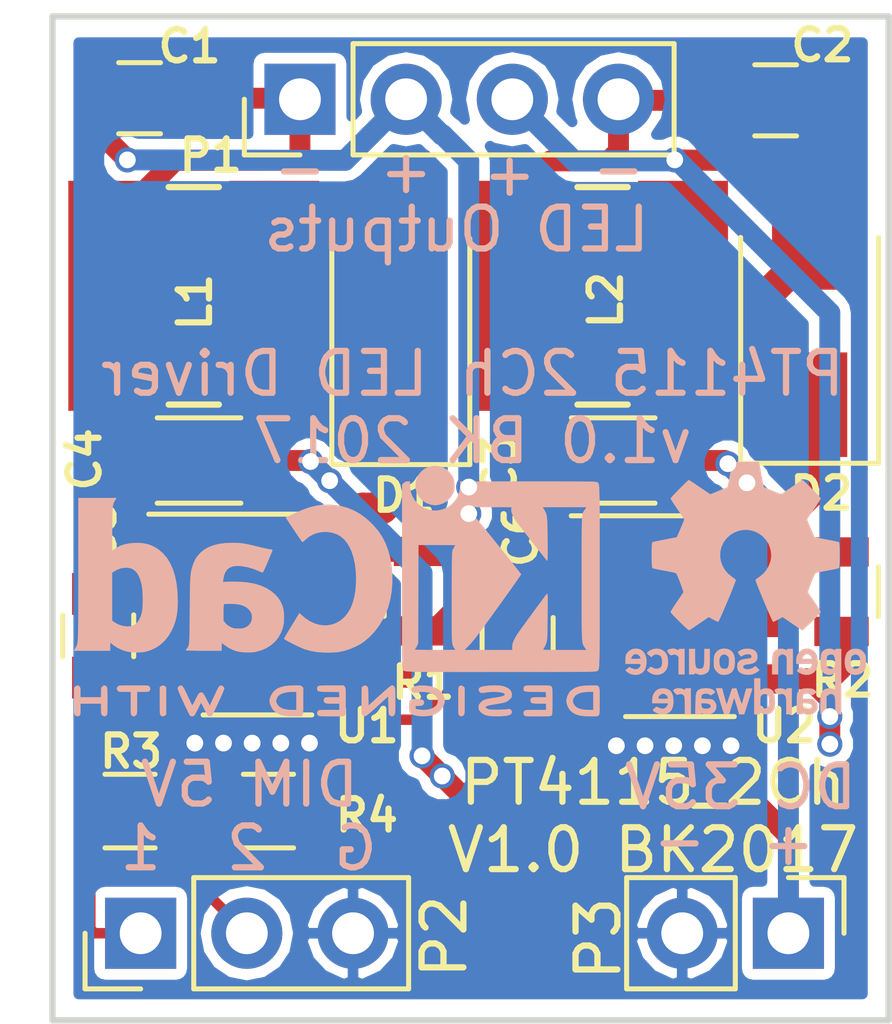
<source format=kicad_pcb>
(kicad_pcb (version 4) (host pcbnew 4.0.2-stable)

  (general
    (links 60)
    (no_connects 0)
    (area 49.924999 49.924999 70.075001 74.075001)
    (thickness 1.6)
    (drawings 22)
    (tracks 161)
    (zones 0)
    (modules 36)
    (nets 11)
  )

  (page A4)
  (layers
    (0 F.Cu signal)
    (31 B.Cu signal)
    (32 B.Adhes user)
    (33 F.Adhes user)
    (34 B.Paste user)
    (35 F.Paste user)
    (36 B.SilkS user)
    (37 F.SilkS user)
    (38 B.Mask user)
    (39 F.Mask user)
    (40 Dwgs.User user)
    (41 Cmts.User user)
    (42 Eco1.User user)
    (43 Eco2.User user)
    (44 Edge.Cuts user)
    (45 Margin user)
    (46 B.CrtYd user)
    (47 F.CrtYd user)
    (48 B.Fab user)
    (49 F.Fab user hide)
  )

  (setup
    (last_trace_width 0.25)
    (trace_clearance 0.2)
    (zone_clearance 0.254)
    (zone_45_only no)
    (trace_min 0.2)
    (segment_width 0.2)
    (edge_width 0.15)
    (via_size 0.6)
    (via_drill 0.4)
    (via_min_size 0.4)
    (via_min_drill 0.3)
    (uvia_size 0.3)
    (uvia_drill 0.1)
    (uvias_allowed no)
    (uvia_min_size 0.2)
    (uvia_min_drill 0.1)
    (pcb_text_width 0.3)
    (pcb_text_size 1.5 1.5)
    (mod_edge_width 0.15)
    (mod_text_size 1 1)
    (mod_text_width 0.15)
    (pad_size 0.6 0.6)
    (pad_drill 0.4)
    (pad_to_mask_clearance 0)
    (aux_axis_origin 0 0)
    (visible_elements 7FFEFF7F)
    (pcbplotparams
      (layerselection 0x010f8_80000001)
      (usegerberextensions true)
      (excludeedgelayer true)
      (linewidth 0.100000)
      (plotframeref false)
      (viasonmask false)
      (mode 1)
      (useauxorigin false)
      (hpglpennumber 1)
      (hpglpenspeed 20)
      (hpglpendiameter 15)
      (hpglpenoverlay 2)
      (psnegative false)
      (psa4output false)
      (plotreference true)
      (plotvalue false)
      (plotinvisibletext false)
      (padsonsilk false)
      (subtractmaskfromsilk false)
      (outputformat 1)
      (mirror false)
      (drillshape 0)
      (scaleselection 1)
      (outputdirectory GERBER/))
  )

  (net 0 "")
  (net 1 /Out1P)
  (net 2 /Out1N)
  (net 3 /Out2P)
  (net 4 /Out2N)
  (net 5 GND)
  (net 6 /VIN)
  (net 7 /DIM1)
  (net 8 /DIM2)
  (net 9 "Net-(D1-Pad2)")
  (net 10 "Net-(D2-Pad2)")

  (net_class Default "This is the default net class."
    (clearance 0.2)
    (trace_width 0.25)
    (via_dia 0.6)
    (via_drill 0.4)
    (uvia_dia 0.3)
    (uvia_drill 0.1)
    (add_net /DIM1)
    (add_net /DIM2)
    (add_net /Out1N)
    (add_net /Out1P)
    (add_net /Out2N)
    (add_net /Out2P)
    (add_net /VIN)
    (add_net GND)
    (add_net "Net-(D1-Pad2)")
    (add_net "Net-(D2-Pad2)")
  )

  (module BK_Common:Via_0406 (layer F.Cu) (tedit 59AE484D) (tstamp 59AE483C)
    (at 68.5926 67.3988)
    (zone_connect 2)
    (fp_text reference REF** (at 0 2.1) (layer F.SilkS) hide
      (effects (font (size 1 1) (thickness 0.15)))
    )
    (fp_text value Via_0406 (at 0 -1.7) (layer F.Fab) hide
      (effects (font (size 1 1) (thickness 0.15)))
    )
    (pad 1 thru_hole circle (at 0 0) (size 0.6 0.6) (drill 0.4) (layers *.Cu)
      (net 3 /Out2P) (zone_connect 2))
  )

  (module BK_Common:Via_0406 (layer F.Cu) (tedit 59AE4379) (tstamp 59AE4557)
    (at 66.6114 61.1504)
    (zone_connect 2)
    (fp_text reference REF** (at 0 2.1) (layer F.SilkS) hide
      (effects (font (size 1 1) (thickness 0.15)))
    )
    (fp_text value Via_0406 (at 0 -1.7) (layer F.Fab) hide
      (effects (font (size 1 1) (thickness 0.15)))
    )
    (pad 1 thru_hole circle (at 0 0) (size 0.6 0.6) (drill 0.4) (layers *.Cu)
      (net 6 /VIN) (zone_connect 2))
  )

  (module BK_Common:Via_0406 (layer F.Cu) (tedit 59AE44DF) (tstamp 59AE44CF)
    (at 59.3216 68.1608)
    (zone_connect 2)
    (fp_text reference REF** (at 0 2.1) (layer F.SilkS) hide
      (effects (font (size 1 1) (thickness 0.15)))
    )
    (fp_text value Via_0406 (at 0 -1.7) (layer F.Fab) hide
      (effects (font (size 1 1) (thickness 0.15)))
    )
    (pad 1 thru_hole circle (at 0 0) (size 0.6 0.6) (drill 0.4) (layers *.Cu)
      (net 6 /VIN) (zone_connect 2))
  )

  (module BK_Common:Via_0406 (layer F.Cu) (tedit 59AE4402) (tstamp 59AE43F6)
    (at 59.9566 61.887)
    (zone_connect 2)
    (fp_text reference REF** (at 0 2.1) (layer F.SilkS) hide
      (effects (font (size 1 1) (thickness 0.15)))
    )
    (fp_text value Via_0406 (at 0 -1.7) (layer F.Fab) hide
      (effects (font (size 1 1) (thickness 0.15)))
    )
    (pad 1 thru_hole circle (at 0 0) (size 0.6 0.6) (drill 0.4) (layers *.Cu)
      (net 1 /Out1P) (zone_connect 2))
  )

  (module BK_Common:Via_0406 (layer F.Cu) (tedit 59AE4379) (tstamp 59AE4340)
    (at 56.6292 61.0996)
    (zone_connect 2)
    (fp_text reference REF** (at 0 2.1) (layer F.SilkS) hide
      (effects (font (size 1 1) (thickness 0.15)))
    )
    (fp_text value Via_0406 (at 0 -1.7) (layer F.Fab) hide
      (effects (font (size 1 1) (thickness 0.15)))
    )
    (pad 1 thru_hole circle (at 0 0) (size 0.6 0.6) (drill 0.4) (layers *.Cu)
      (net 6 /VIN) (zone_connect 2))
  )

  (module BK_Common:Via_0406 (layer F.Cu) (tedit 59AD1A2D) (tstamp 59AD1E09)
    (at 63.4872 67.4369)
    (zone_connect 2)
    (fp_text reference REF** (at 0 2.1) (layer F.SilkS) hide
      (effects (font (size 1 1) (thickness 0.15)))
    )
    (fp_text value Via_0406 (at 0 -1.7) (layer F.Fab) hide
      (effects (font (size 1 1) (thickness 0.15)))
    )
    (pad 1 thru_hole circle (at 0 0) (size 0.6 0.6) (drill 0.4) (layers *.Cu)
      (net 5 GND) (zone_connect 2))
  )

  (module BK_Common:Via_0406 (layer F.Cu) (tedit 59AD1A2D) (tstamp 59AD1E05)
    (at 65.5446 67.4369)
    (zone_connect 2)
    (fp_text reference REF** (at 0 2.1) (layer F.SilkS) hide
      (effects (font (size 1 1) (thickness 0.15)))
    )
    (fp_text value Via_0406 (at 0 -1.7) (layer F.Fab) hide
      (effects (font (size 1 1) (thickness 0.15)))
    )
    (pad 1 thru_hole circle (at 0 0) (size 0.6 0.6) (drill 0.4) (layers *.Cu)
      (net 5 GND) (zone_connect 2))
  )

  (module BK_Common:Via_0406 (layer F.Cu) (tedit 59AD1A2D) (tstamp 59AD1E01)
    (at 64.173 67.4369)
    (zone_connect 2)
    (fp_text reference REF** (at 0 2.1) (layer F.SilkS) hide
      (effects (font (size 1 1) (thickness 0.15)))
    )
    (fp_text value Via_0406 (at 0 -1.7) (layer F.Fab) hide
      (effects (font (size 1 1) (thickness 0.15)))
    )
    (pad 1 thru_hole circle (at 0 0) (size 0.6 0.6) (drill 0.4) (layers *.Cu)
      (net 5 GND) (zone_connect 2))
  )

  (module BK_Common:Via_0406 (layer F.Cu) (tedit 59AD1A2D) (tstamp 59AD1DFD)
    (at 66.2304 67.4369)
    (zone_connect 2)
    (fp_text reference REF** (at 0 2.1) (layer F.SilkS) hide
      (effects (font (size 1 1) (thickness 0.15)))
    )
    (fp_text value Via_0406 (at 0 -1.7) (layer F.Fab) hide
      (effects (font (size 1 1) (thickness 0.15)))
    )
    (pad 1 thru_hole circle (at 0 0) (size 0.6 0.6) (drill 0.4) (layers *.Cu)
      (net 5 GND) (zone_connect 2))
  )

  (module BK_Common:Via_0406 (layer F.Cu) (tedit 59AD1A2D) (tstamp 59AD1DF9)
    (at 64.8588 67.4369)
    (zone_connect 2)
    (fp_text reference REF** (at 0 2.1) (layer F.SilkS) hide
      (effects (font (size 1 1) (thickness 0.15)))
    )
    (fp_text value Via_0406 (at 0 -1.7) (layer F.Fab) hide
      (effects (font (size 1 1) (thickness 0.15)))
    )
    (pad 1 thru_hole circle (at 0 0) (size 0.6 0.6) (drill 0.4) (layers *.Cu)
      (net 5 GND) (zone_connect 2))
  )

  (module BK_Common:Via_0406 (layer F.Cu) (tedit 59AD1A2D) (tstamp 59AD1DC1)
    (at 56.1466 67.3734)
    (zone_connect 2)
    (fp_text reference REF** (at 0 2.1) (layer F.SilkS) hide
      (effects (font (size 1 1) (thickness 0.15)))
    )
    (fp_text value Via_0406 (at 0 -1.7) (layer F.Fab) hide
      (effects (font (size 1 1) (thickness 0.15)))
    )
    (pad 1 thru_hole circle (at 0 0) (size 0.6 0.6) (drill 0.4) (layers *.Cu)
      (net 5 GND) (zone_connect 2))
  )

  (module BK_Common:Via_0406 (layer F.Cu) (tedit 59AD1A2D) (tstamp 59AD1DBD)
    (at 55.4608 67.3734)
    (zone_connect 2)
    (fp_text reference REF** (at 0 2.1) (layer F.SilkS) hide
      (effects (font (size 1 1) (thickness 0.15)))
    )
    (fp_text value Via_0406 (at 0 -1.7) (layer F.Fab) hide
      (effects (font (size 1 1) (thickness 0.15)))
    )
    (pad 1 thru_hole circle (at 0 0) (size 0.6 0.6) (drill 0.4) (layers *.Cu)
      (net 5 GND) (zone_connect 2))
  )

  (module BK_Common:Via_0406 (layer F.Cu) (tedit 59AD1A2D) (tstamp 59AD1DB8)
    (at 54.775 67.3734)
    (zone_connect 2)
    (fp_text reference REF** (at 0 2.1) (layer F.SilkS) hide
      (effects (font (size 1 1) (thickness 0.15)))
    )
    (fp_text value Via_0406 (at 0 -1.7) (layer F.Fab) hide
      (effects (font (size 1 1) (thickness 0.15)))
    )
    (pad 1 thru_hole circle (at 0 0) (size 0.6 0.6) (drill 0.4) (layers *.Cu)
      (net 5 GND) (zone_connect 2))
  )

  (module BK_Common:Via_0406 (layer F.Cu) (tedit 59AD1A2D) (tstamp 59AD1DB3)
    (at 54.0892 67.3734)
    (zone_connect 2)
    (fp_text reference REF** (at 0 2.1) (layer F.SilkS) hide
      (effects (font (size 1 1) (thickness 0.15)))
    )
    (fp_text value Via_0406 (at 0 -1.7) (layer F.Fab) hide
      (effects (font (size 1 1) (thickness 0.15)))
    )
    (pad 1 thru_hole circle (at 0 0) (size 0.6 0.6) (drill 0.4) (layers *.Cu)
      (net 5 GND) (zone_connect 2))
  )

  (module Capacitors_SMD:C_0805 (layer F.Cu) (tedit 59AD1E19) (tstamp 59ACF8BA)
    (at 52.0826 51.9556)
    (descr "Capacitor SMD 0805, reflow soldering, AVX (see smccp.pdf)")
    (tags "capacitor 0805")
    (path /59AD085E)
    (attr smd)
    (fp_text reference C1 (at 1.1938 -1.2446) (layer F.SilkS)
      (effects (font (size 0.75 0.75) (thickness 0.15)))
    )
    (fp_text value 1uF/25V (at 0 1.75) (layer F.Fab)
      (effects (font (size 1 1) (thickness 0.15)))
    )
    (fp_text user %R (at 0 -1.5) (layer F.Fab)
      (effects (font (size 1 1) (thickness 0.15)))
    )
    (fp_line (start -1 0.62) (end -1 -0.62) (layer F.Fab) (width 0.1))
    (fp_line (start 1 0.62) (end -1 0.62) (layer F.Fab) (width 0.1))
    (fp_line (start 1 -0.62) (end 1 0.62) (layer F.Fab) (width 0.1))
    (fp_line (start -1 -0.62) (end 1 -0.62) (layer F.Fab) (width 0.1))
    (fp_line (start 0.5 -0.85) (end -0.5 -0.85) (layer F.SilkS) (width 0.12))
    (fp_line (start -0.5 0.85) (end 0.5 0.85) (layer F.SilkS) (width 0.12))
    (fp_line (start -1.75 -0.88) (end 1.75 -0.88) (layer F.CrtYd) (width 0.05))
    (fp_line (start -1.75 -0.88) (end -1.75 0.87) (layer F.CrtYd) (width 0.05))
    (fp_line (start 1.75 0.87) (end 1.75 -0.88) (layer F.CrtYd) (width 0.05))
    (fp_line (start 1.75 0.87) (end -1.75 0.87) (layer F.CrtYd) (width 0.05))
    (pad 1 smd rect (at -1 0) (size 1 1.25) (layers F.Cu F.Paste F.Mask)
      (net 1 /Out1P))
    (pad 2 smd rect (at 1 0) (size 1 1.25) (layers F.Cu F.Paste F.Mask)
      (net 2 /Out1N))
    (model Capacitors_SMD.3dshapes/C_0805.wrl
      (at (xyz 0 0 0))
      (scale (xyz 1 1 1))
      (rotate (xyz 0 0 0))
    )
  )

  (module Capacitors_SMD:C_0805 (layer F.Cu) (tedit 59AD1CFD) (tstamp 59ACF8CB)
    (at 67.2972 52.0064 180)
    (descr "Capacitor SMD 0805, reflow soldering, AVX (see smccp.pdf)")
    (tags "capacitor 0805")
    (path /59ACF4C9)
    (attr smd)
    (fp_text reference C2 (at -1.1176 1.3208 180) (layer F.SilkS)
      (effects (font (size 0.75 0.75) (thickness 0.15)))
    )
    (fp_text value 1uF/25V (at 0 1.75 180) (layer F.Fab)
      (effects (font (size 1 1) (thickness 0.15)))
    )
    (fp_text user %R (at 0 -1.5 180) (layer F.Fab)
      (effects (font (size 1 1) (thickness 0.15)))
    )
    (fp_line (start -1 0.62) (end -1 -0.62) (layer F.Fab) (width 0.1))
    (fp_line (start 1 0.62) (end -1 0.62) (layer F.Fab) (width 0.1))
    (fp_line (start 1 -0.62) (end 1 0.62) (layer F.Fab) (width 0.1))
    (fp_line (start -1 -0.62) (end 1 -0.62) (layer F.Fab) (width 0.1))
    (fp_line (start 0.5 -0.85) (end -0.5 -0.85) (layer F.SilkS) (width 0.12))
    (fp_line (start -0.5 0.85) (end 0.5 0.85) (layer F.SilkS) (width 0.12))
    (fp_line (start -1.75 -0.88) (end 1.75 -0.88) (layer F.CrtYd) (width 0.05))
    (fp_line (start -1.75 -0.88) (end -1.75 0.87) (layer F.CrtYd) (width 0.05))
    (fp_line (start 1.75 0.87) (end 1.75 -0.88) (layer F.CrtYd) (width 0.05))
    (fp_line (start 1.75 0.87) (end -1.75 0.87) (layer F.CrtYd) (width 0.05))
    (pad 1 smd rect (at -1 0 180) (size 1 1.25) (layers F.Cu F.Paste F.Mask)
      (net 3 /Out2P))
    (pad 2 smd rect (at 1 0 180) (size 1 1.25) (layers F.Cu F.Paste F.Mask)
      (net 4 /Out2N))
    (model Capacitors_SMD.3dshapes/C_0805.wrl
      (at (xyz 0 0 0))
      (scale (xyz 1 1 1))
      (rotate (xyz 0 0 0))
    )
  )

  (module Capacitors_SMD:C_1206 (layer F.Cu) (tedit 59AD1DB2) (tstamp 59ACF8DC)
    (at 63.411 60.617)
    (descr "Capacitor SMD 1206, reflow soldering, AVX (see smccp.pdf)")
    (tags "capacitor 1206")
    (path /59AD087F)
    (attr smd)
    (fp_text reference C3 (at -2.7178 0.127 90) (layer F.SilkS)
      (effects (font (size 0.75 0.75) (thickness 0.15)))
    )
    (fp_text value 10Uf/50V (at 0 2) (layer F.Fab)
      (effects (font (size 1 1) (thickness 0.15)))
    )
    (fp_text user %R (at 0 -1.75) (layer F.Fab)
      (effects (font (size 1 1) (thickness 0.15)))
    )
    (fp_line (start -1.6 0.8) (end -1.6 -0.8) (layer F.Fab) (width 0.1))
    (fp_line (start 1.6 0.8) (end -1.6 0.8) (layer F.Fab) (width 0.1))
    (fp_line (start 1.6 -0.8) (end 1.6 0.8) (layer F.Fab) (width 0.1))
    (fp_line (start -1.6 -0.8) (end 1.6 -0.8) (layer F.Fab) (width 0.1))
    (fp_line (start 1 -1.02) (end -1 -1.02) (layer F.SilkS) (width 0.12))
    (fp_line (start -1 1.02) (end 1 1.02) (layer F.SilkS) (width 0.12))
    (fp_line (start -2.25 -1.05) (end 2.25 -1.05) (layer F.CrtYd) (width 0.05))
    (fp_line (start -2.25 -1.05) (end -2.25 1.05) (layer F.CrtYd) (width 0.05))
    (fp_line (start 2.25 1.05) (end 2.25 -1.05) (layer F.CrtYd) (width 0.05))
    (fp_line (start 2.25 1.05) (end -2.25 1.05) (layer F.CrtYd) (width 0.05))
    (pad 1 smd rect (at -1.5 0) (size 1 1.6) (layers F.Cu F.Paste F.Mask)
      (net 5 GND))
    (pad 2 smd rect (at 1.5 0) (size 1 1.6) (layers F.Cu F.Paste F.Mask)
      (net 6 /VIN))
    (model Capacitors_SMD.3dshapes/C_1206.wrl
      (at (xyz 0 0 0))
      (scale (xyz 1 1 1))
      (rotate (xyz 0 0 0))
    )
  )

  (module Capacitors_SMD:C_1206 (layer F.Cu) (tedit 59AD1DC6) (tstamp 59ACF8ED)
    (at 53.505 60.617)
    (descr "Capacitor SMD 1206, reflow soldering, AVX (see smccp.pdf)")
    (tags "capacitor 1206")
    (path /59ACFF15)
    (attr smd)
    (fp_text reference C4 (at -2.7432 -0.0254 90) (layer F.SilkS)
      (effects (font (size 0.75 0.75) (thickness 0.15)))
    )
    (fp_text value 10Uf/50V (at 0 2) (layer F.Fab)
      (effects (font (size 1 1) (thickness 0.15)))
    )
    (fp_text user %R (at 0 -1.75) (layer F.Fab)
      (effects (font (size 1 1) (thickness 0.15)))
    )
    (fp_line (start -1.6 0.8) (end -1.6 -0.8) (layer F.Fab) (width 0.1))
    (fp_line (start 1.6 0.8) (end -1.6 0.8) (layer F.Fab) (width 0.1))
    (fp_line (start 1.6 -0.8) (end 1.6 0.8) (layer F.Fab) (width 0.1))
    (fp_line (start -1.6 -0.8) (end 1.6 -0.8) (layer F.Fab) (width 0.1))
    (fp_line (start 1 -1.02) (end -1 -1.02) (layer F.SilkS) (width 0.12))
    (fp_line (start -1 1.02) (end 1 1.02) (layer F.SilkS) (width 0.12))
    (fp_line (start -2.25 -1.05) (end 2.25 -1.05) (layer F.CrtYd) (width 0.05))
    (fp_line (start -2.25 -1.05) (end -2.25 1.05) (layer F.CrtYd) (width 0.05))
    (fp_line (start 2.25 1.05) (end 2.25 -1.05) (layer F.CrtYd) (width 0.05))
    (fp_line (start 2.25 1.05) (end -2.25 1.05) (layer F.CrtYd) (width 0.05))
    (pad 1 smd rect (at -1.5 0) (size 1 1.6) (layers F.Cu F.Paste F.Mask)
      (net 5 GND))
    (pad 2 smd rect (at 1.5 0) (size 1 1.6) (layers F.Cu F.Paste F.Mask)
      (net 6 /VIN))
    (model Capacitors_SMD.3dshapes/C_1206.wrl
      (at (xyz 0 0 0))
      (scale (xyz 1 1 1))
      (rotate (xyz 0 0 0))
    )
  )

  (module Capacitors_SMD:C_0805 (layer F.Cu) (tedit 59AD1D50) (tstamp 59ACF8FE)
    (at 51.092 64.808 90)
    (descr "Capacitor SMD 0805, reflow soldering, AVX (see smccp.pdf)")
    (tags "capacitor 0805")
    (path /59AD086D)
    (attr smd)
    (fp_text reference C5 (at 2.4638 0.0254 270) (layer F.SilkS)
      (effects (font (size 0.75 0.75) (thickness 0.15)))
    )
    (fp_text value 10n (at 0 1.75 90) (layer F.Fab)
      (effects (font (size 1 1) (thickness 0.15)))
    )
    (fp_text user %R (at 0 -1.5 90) (layer F.Fab)
      (effects (font (size 1 1) (thickness 0.15)))
    )
    (fp_line (start -1 0.62) (end -1 -0.62) (layer F.Fab) (width 0.1))
    (fp_line (start 1 0.62) (end -1 0.62) (layer F.Fab) (width 0.1))
    (fp_line (start 1 -0.62) (end 1 0.62) (layer F.Fab) (width 0.1))
    (fp_line (start -1 -0.62) (end 1 -0.62) (layer F.Fab) (width 0.1))
    (fp_line (start 0.5 -0.85) (end -0.5 -0.85) (layer F.SilkS) (width 0.12))
    (fp_line (start -0.5 0.85) (end 0.5 0.85) (layer F.SilkS) (width 0.12))
    (fp_line (start -1.75 -0.88) (end 1.75 -0.88) (layer F.CrtYd) (width 0.05))
    (fp_line (start -1.75 -0.88) (end -1.75 0.87) (layer F.CrtYd) (width 0.05))
    (fp_line (start 1.75 0.87) (end 1.75 -0.88) (layer F.CrtYd) (width 0.05))
    (fp_line (start 1.75 0.87) (end -1.75 0.87) (layer F.CrtYd) (width 0.05))
    (pad 1 smd rect (at -1 0 90) (size 1 1.25) (layers F.Cu F.Paste F.Mask)
      (net 7 /DIM1))
    (pad 2 smd rect (at 1 0 90) (size 1 1.25) (layers F.Cu F.Paste F.Mask)
      (net 5 GND))
    (model Capacitors_SMD.3dshapes/C_0805.wrl
      (at (xyz 0 0 0))
      (scale (xyz 1 1 1))
      (rotate (xyz 0 0 0))
    )
  )

  (module Capacitors_SMD:C_0805 (layer F.Cu) (tedit 59AE45C7) (tstamp 59ACF90F)
    (at 61.125 64.8715 90)
    (descr "Capacitor SMD 0805, reflow soldering, AVX (see smccp.pdf)")
    (tags "capacitor 0805")
    (path /59ACF9D9)
    (attr smd)
    (fp_text reference C6 (at 2.4511 0.0762 90) (layer F.SilkS)
      (effects (font (size 0.75 0.75) (thickness 0.15)))
    )
    (fp_text value 10n (at 0 1.75 90) (layer F.Fab)
      (effects (font (size 1 1) (thickness 0.15)))
    )
    (fp_text user %R (at 0 -1.5 90) (layer F.Fab)
      (effects (font (size 1 1) (thickness 0.15)))
    )
    (fp_line (start -1 0.62) (end -1 -0.62) (layer F.Fab) (width 0.1))
    (fp_line (start 1 0.62) (end -1 0.62) (layer F.Fab) (width 0.1))
    (fp_line (start 1 -0.62) (end 1 0.62) (layer F.Fab) (width 0.1))
    (fp_line (start -1 -0.62) (end 1 -0.62) (layer F.Fab) (width 0.1))
    (fp_line (start 0.5 -0.85) (end -0.5 -0.85) (layer F.SilkS) (width 0.12))
    (fp_line (start -0.5 0.85) (end 0.5 0.85) (layer F.SilkS) (width 0.12))
    (fp_line (start -1.75 -0.88) (end 1.75 -0.88) (layer F.CrtYd) (width 0.05))
    (fp_line (start -1.75 -0.88) (end -1.75 0.87) (layer F.CrtYd) (width 0.05))
    (fp_line (start 1.75 0.87) (end 1.75 -0.88) (layer F.CrtYd) (width 0.05))
    (fp_line (start 1.75 0.87) (end -1.75 0.87) (layer F.CrtYd) (width 0.05))
    (pad 1 smd rect (at -1 0 90) (size 1 1.25) (layers F.Cu F.Paste F.Mask)
      (net 8 /DIM2))
    (pad 2 smd rect (at 1 0 90) (size 1 1.25) (layers F.Cu F.Paste F.Mask)
      (net 5 GND))
    (model Capacitors_SMD.3dshapes/C_0805.wrl
      (at (xyz 0 0 0))
      (scale (xyz 1 1 1))
      (rotate (xyz 0 0 0))
    )
  )

  (module BK_Common:IND_SMD_CD54 (layer F.Cu) (tedit 59AD1DFA) (tstamp 59ACF917)
    (at 53.378 56.68)
    (path /59AD0854)
    (attr smd)
    (fp_text reference L1 (at 0.0254 0.1524 90) (layer F.SilkS)
      (effects (font (size 0.75 0.75) (thickness 0.15)))
    )
    (fp_text value 68uH (at 0.3 3.9) (layer F.Fab)
      (effects (font (size 1 1) (thickness 0.15)))
    )
    (fp_line (start -0.6 2.6) (end 0.6 2.6) (layer F.SilkS) (width 0.15))
    (fp_line (start -0.6 -2.6) (end 0.6 -2.6) (layer F.SilkS) (width 0.15))
    (pad 1 smd rect (at -1.925 0) (size 2.15 5.5) (layers F.Cu F.Paste F.Mask)
      (net 2 /Out1N))
    (pad 2 smd rect (at 1.925 0) (size 2.15 5.5) (layers F.Cu F.Paste F.Mask)
      (net 9 "Net-(D1-Pad2)"))
    (model ../../../../../../Users/t9569bk/Documents/PCB_Libs/KICad-Library/BK_Common.pretty/3D/Choke_CD54.wrl
      (at (xyz 0 0 0))
      (scale (xyz 1 1 1))
      (rotate (xyz 0 0 0))
    )
  )

  (module BK_Common:IND_SMD_CD54 (layer F.Cu) (tedit 59AD1DF4) (tstamp 59ACF91F)
    (at 63.157 56.68)
    (path /59ACF373)
    (attr smd)
    (fp_text reference L2 (at 0.0762 0.1016 90) (layer F.SilkS)
      (effects (font (size 0.75 0.75) (thickness 0.15)))
    )
    (fp_text value 68uH (at 0 0) (layer F.Fab)
      (effects (font (size 1 1) (thickness 0.15)))
    )
    (fp_line (start -0.6 2.6) (end 0.6 2.6) (layer F.SilkS) (width 0.15))
    (fp_line (start -0.6 -2.6) (end 0.6 -2.6) (layer F.SilkS) (width 0.15))
    (pad 1 smd rect (at -1.925 0) (size 2.15 5.5) (layers F.Cu F.Paste F.Mask)
      (net 4 /Out2N))
    (pad 2 smd rect (at 1.925 0) (size 2.15 5.5) (layers F.Cu F.Paste F.Mask)
      (net 10 "Net-(D2-Pad2)"))
    (model ../../../../../../Users/t9569bk/Documents/PCB_Libs/KICad-Library/BK_Common.pretty/3D/Choke_CD54.wrl
      (at (xyz 0 0 0))
      (scale (xyz 1 1 1))
      (rotate (xyz 0 0 0))
    )
  )

  (module Pin_Headers:Pin_Header_Straight_1x04_Pitch2.54mm (layer F.Cu) (tedit 59AD1E0A) (tstamp 59ACF937)
    (at 55.918 51.981 90)
    (descr "Through hole straight pin header, 1x04, 2.54mm pitch, single row")
    (tags "Through hole pin header THT 1x04 2.54mm single row")
    (path /59AD0BB4)
    (fp_text reference P1 (at -1.3462 -2.1336 180) (layer F.SilkS)
      (effects (font (size 0.75 0.75) (thickness 0.15)))
    )
    (fp_text value LED (at 0 9.95 90) (layer F.Fab)
      (effects (font (size 1 1) (thickness 0.15)))
    )
    (fp_line (start -0.635 -1.27) (end 1.27 -1.27) (layer F.Fab) (width 0.1))
    (fp_line (start 1.27 -1.27) (end 1.27 8.89) (layer F.Fab) (width 0.1))
    (fp_line (start 1.27 8.89) (end -1.27 8.89) (layer F.Fab) (width 0.1))
    (fp_line (start -1.27 8.89) (end -1.27 -0.635) (layer F.Fab) (width 0.1))
    (fp_line (start -1.27 -0.635) (end -0.635 -1.27) (layer F.Fab) (width 0.1))
    (fp_line (start -1.33 8.95) (end 1.33 8.95) (layer F.SilkS) (width 0.12))
    (fp_line (start -1.33 1.27) (end -1.33 8.95) (layer F.SilkS) (width 0.12))
    (fp_line (start 1.33 1.27) (end 1.33 8.95) (layer F.SilkS) (width 0.12))
    (fp_line (start -1.33 1.27) (end 1.33 1.27) (layer F.SilkS) (width 0.12))
    (fp_line (start -1.33 0) (end -1.33 -1.33) (layer F.SilkS) (width 0.12))
    (fp_line (start -1.33 -1.33) (end 0 -1.33) (layer F.SilkS) (width 0.12))
    (fp_line (start -1.8 -1.8) (end -1.8 9.4) (layer F.CrtYd) (width 0.05))
    (fp_line (start -1.8 9.4) (end 1.8 9.4) (layer F.CrtYd) (width 0.05))
    (fp_line (start 1.8 9.4) (end 1.8 -1.8) (layer F.CrtYd) (width 0.05))
    (fp_line (start 1.8 -1.8) (end -1.8 -1.8) (layer F.CrtYd) (width 0.05))
    (fp_text user %R (at 0 3.81 180) (layer F.Fab)
      (effects (font (size 1 1) (thickness 0.15)))
    )
    (pad 1 thru_hole rect (at 0 0 90) (size 1.7 1.7) (drill 1) (layers *.Cu *.Mask)
      (net 2 /Out1N))
    (pad 2 thru_hole oval (at 0 2.54 90) (size 1.7 1.7) (drill 1) (layers *.Cu *.Mask)
      (net 1 /Out1P))
    (pad 3 thru_hole oval (at 0 5.08 90) (size 1.7 1.7) (drill 1) (layers *.Cu *.Mask)
      (net 3 /Out2P))
    (pad 4 thru_hole oval (at 0 7.62 90) (size 1.7 1.7) (drill 1) (layers *.Cu *.Mask)
      (net 4 /Out2N))
    (model ../../../../../../Users/t9569bk/Documents/PCB_Libs/KICad-Library/BK_Common.pretty/3D/Pin_Header_Angled_1x04_Pitch2.54mm.wrl
      (at (xyz 0 0 0))
      (scale (xyz 1 1 1))
      (rotate (xyz 0 0 0))
    )
  )

  (module Pin_Headers:Pin_Header_Straight_1x03_Pitch2.54mm (layer F.Cu) (tedit 59650532) (tstamp 59ACF94E)
    (at 52.108 71.92 90)
    (descr "Through hole straight pin header, 1x03, 2.54mm pitch, single row")
    (tags "Through hole pin header THT 1x03 2.54mm single row")
    (path /59AD0D24)
    (fp_text reference P2 (at -0.0762 7.2644 90) (layer F.SilkS)
      (effects (font (size 1 1) (thickness 0.15)))
    )
    (fp_text value DIM (at 0 7.41 90) (layer F.Fab)
      (effects (font (size 1 1) (thickness 0.15)))
    )
    (fp_line (start -0.635 -1.27) (end 1.27 -1.27) (layer F.Fab) (width 0.1))
    (fp_line (start 1.27 -1.27) (end 1.27 6.35) (layer F.Fab) (width 0.1))
    (fp_line (start 1.27 6.35) (end -1.27 6.35) (layer F.Fab) (width 0.1))
    (fp_line (start -1.27 6.35) (end -1.27 -0.635) (layer F.Fab) (width 0.1))
    (fp_line (start -1.27 -0.635) (end -0.635 -1.27) (layer F.Fab) (width 0.1))
    (fp_line (start -1.33 6.41) (end 1.33 6.41) (layer F.SilkS) (width 0.12))
    (fp_line (start -1.33 1.27) (end -1.33 6.41) (layer F.SilkS) (width 0.12))
    (fp_line (start 1.33 1.27) (end 1.33 6.41) (layer F.SilkS) (width 0.12))
    (fp_line (start -1.33 1.27) (end 1.33 1.27) (layer F.SilkS) (width 0.12))
    (fp_line (start -1.33 0) (end -1.33 -1.33) (layer F.SilkS) (width 0.12))
    (fp_line (start -1.33 -1.33) (end 0 -1.33) (layer F.SilkS) (width 0.12))
    (fp_line (start -1.8 -1.8) (end -1.8 6.85) (layer F.CrtYd) (width 0.05))
    (fp_line (start -1.8 6.85) (end 1.8 6.85) (layer F.CrtYd) (width 0.05))
    (fp_line (start 1.8 6.85) (end 1.8 -1.8) (layer F.CrtYd) (width 0.05))
    (fp_line (start 1.8 -1.8) (end -1.8 -1.8) (layer F.CrtYd) (width 0.05))
    (fp_text user %R (at 0 2.54 180) (layer F.Fab)
      (effects (font (size 1 1) (thickness 0.15)))
    )
    (pad 1 thru_hole rect (at 0 0 90) (size 1.7 1.7) (drill 1) (layers *.Cu *.Mask)
      (net 7 /DIM1))
    (pad 2 thru_hole oval (at 0 2.54 90) (size 1.7 1.7) (drill 1) (layers *.Cu *.Mask)
      (net 8 /DIM2))
    (pad 3 thru_hole oval (at 0 5.08 90) (size 1.7 1.7) (drill 1) (layers *.Cu *.Mask)
      (net 5 GND))
    (model ../../../../../../Users/t9569bk/Documents/PCB_Libs/KICad-Library/BK_Common.pretty/3D/Pin_Header_Angled_1x03_Pitch2.54mm.wrl
      (at (xyz 0 -0.2 0))
      (scale (xyz 1 1 1))
      (rotate (xyz 0 0 180))
    )
  )

  (module Pin_Headers:Pin_Header_Straight_1x02_Pitch2.54mm (layer F.Cu) (tedit 59650532) (tstamp 59ACF964)
    (at 67.602 71.92 270)
    (descr "Through hole straight pin header, 1x02, 2.54mm pitch, single row")
    (tags "Through hole pin header THT 1x02 2.54mm single row")
    (path /59AD0DF5)
    (fp_text reference P3 (at 0.127 4.5466 450) (layer F.SilkS)
      (effects (font (size 1 1) (thickness 0.15)))
    )
    (fp_text value PWR (at 0 4.87 270) (layer F.Fab)
      (effects (font (size 1 1) (thickness 0.15)))
    )
    (fp_line (start -0.635 -1.27) (end 1.27 -1.27) (layer F.Fab) (width 0.1))
    (fp_line (start 1.27 -1.27) (end 1.27 3.81) (layer F.Fab) (width 0.1))
    (fp_line (start 1.27 3.81) (end -1.27 3.81) (layer F.Fab) (width 0.1))
    (fp_line (start -1.27 3.81) (end -1.27 -0.635) (layer F.Fab) (width 0.1))
    (fp_line (start -1.27 -0.635) (end -0.635 -1.27) (layer F.Fab) (width 0.1))
    (fp_line (start -1.33 3.87) (end 1.33 3.87) (layer F.SilkS) (width 0.12))
    (fp_line (start -1.33 1.27) (end -1.33 3.87) (layer F.SilkS) (width 0.12))
    (fp_line (start 1.33 1.27) (end 1.33 3.87) (layer F.SilkS) (width 0.12))
    (fp_line (start -1.33 1.27) (end 1.33 1.27) (layer F.SilkS) (width 0.12))
    (fp_line (start -1.33 0) (end -1.33 -1.33) (layer F.SilkS) (width 0.12))
    (fp_line (start -1.33 -1.33) (end 0 -1.33) (layer F.SilkS) (width 0.12))
    (fp_line (start -1.8 -1.8) (end -1.8 4.35) (layer F.CrtYd) (width 0.05))
    (fp_line (start -1.8 4.35) (end 1.8 4.35) (layer F.CrtYd) (width 0.05))
    (fp_line (start 1.8 4.35) (end 1.8 -1.8) (layer F.CrtYd) (width 0.05))
    (fp_line (start 1.8 -1.8) (end -1.8 -1.8) (layer F.CrtYd) (width 0.05))
    (fp_text user %R (at 0 1.27 360) (layer F.Fab)
      (effects (font (size 1 1) (thickness 0.15)))
    )
    (pad 1 thru_hole rect (at 0 0 270) (size 1.7 1.7) (drill 1) (layers *.Cu *.Mask)
      (net 6 /VIN))
    (pad 2 thru_hole oval (at 0 2.54 270) (size 1.7 1.7) (drill 1) (layers *.Cu *.Mask)
      (net 5 GND))
    (model ../../../../../../Users/t9569bk/Documents/PCB_Libs/KICad-Library/BK_Common.pretty/3D/Pin_Header_Angled_1x02_Pitch2.54mm.wrl
      (at (xyz 0 0 0))
      (scale (xyz 1 1 1))
      (rotate (xyz 0 0 0))
    )
  )

  (module Resistors_SMD:R_0805 (layer F.Cu) (tedit 59AD1D8C) (tstamp 59ACF975)
    (at 58.8136 63.7412 270)
    (descr "Resistor SMD 0805, reflow soldering, Vishay (see dcrcw.pdf)")
    (tags "resistor 0805")
    (path /59AD083F)
    (attr smd)
    (fp_text reference R1 (at 2.1844 -0.0508 360) (layer F.SilkS)
      (effects (font (size 0.75 0.75) (thickness 0.15)))
    )
    (fp_text value 0R3 (at 0 1.75 270) (layer F.Fab)
      (effects (font (size 1 1) (thickness 0.15)))
    )
    (fp_text user %R (at 0.129999 0.8282 270) (layer F.Fab)
      (effects (font (size 0.5 0.5) (thickness 0.075)))
    )
    (fp_line (start -1 0.62) (end -1 -0.62) (layer F.Fab) (width 0.1))
    (fp_line (start 1 0.62) (end -1 0.62) (layer F.Fab) (width 0.1))
    (fp_line (start 1 -0.62) (end 1 0.62) (layer F.Fab) (width 0.1))
    (fp_line (start -1 -0.62) (end 1 -0.62) (layer F.Fab) (width 0.1))
    (fp_line (start 0.6 0.88) (end -0.6 0.88) (layer F.SilkS) (width 0.12))
    (fp_line (start -0.6 -0.88) (end 0.6 -0.88) (layer F.SilkS) (width 0.12))
    (fp_line (start -1.55 -0.9) (end 1.55 -0.9) (layer F.CrtYd) (width 0.05))
    (fp_line (start -1.55 -0.9) (end -1.55 0.9) (layer F.CrtYd) (width 0.05))
    (fp_line (start 1.55 0.9) (end 1.55 -0.9) (layer F.CrtYd) (width 0.05))
    (fp_line (start 1.55 0.9) (end -1.55 0.9) (layer F.CrtYd) (width 0.05))
    (pad 1 smd rect (at -0.95 0 270) (size 0.7 1.3) (layers F.Cu F.Paste F.Mask)
      (net 6 /VIN))
    (pad 2 smd rect (at 0.95 0 270) (size 0.7 1.3) (layers F.Cu F.Paste F.Mask)
      (net 1 /Out1P))
    (model ${KISYS3DMOD}/Resistors_SMD.3dshapes/R_0805.wrl
      (at (xyz 0 0 0))
      (scale (xyz 1 1 1))
      (rotate (xyz 0 0 0))
    )
  )

  (module Resistors_SMD:R_0805 (layer F.Cu) (tedit 59AD1D21) (tstamp 59ACF986)
    (at 68.872 63.7539 270)
    (descr "Resistor SMD 0805, reflow soldering, Vishay (see dcrcw.pdf)")
    (tags "resistor 0805")
    (path /59ACF12F)
    (attr smd)
    (fp_text reference R2 (at 2.1209 -0.0254 360) (layer F.SilkS)
      (effects (font (size 0.75 0.75) (thickness 0.15)))
    )
    (fp_text value 0R3 (at 0 1.75 270) (layer F.Fab)
      (effects (font (size 1 1) (thickness 0.15)))
    )
    (fp_text user %R (at 0 0 270) (layer F.Fab)
      (effects (font (size 0.5 0.5) (thickness 0.075)))
    )
    (fp_line (start -1 0.62) (end -1 -0.62) (layer F.Fab) (width 0.1))
    (fp_line (start 1 0.62) (end -1 0.62) (layer F.Fab) (width 0.1))
    (fp_line (start 1 -0.62) (end 1 0.62) (layer F.Fab) (width 0.1))
    (fp_line (start -1 -0.62) (end 1 -0.62) (layer F.Fab) (width 0.1))
    (fp_line (start 0.6 0.88) (end -0.6 0.88) (layer F.SilkS) (width 0.12))
    (fp_line (start -0.6 -0.88) (end 0.6 -0.88) (layer F.SilkS) (width 0.12))
    (fp_line (start -1.55 -0.9) (end 1.55 -0.9) (layer F.CrtYd) (width 0.05))
    (fp_line (start -1.55 -0.9) (end -1.55 0.9) (layer F.CrtYd) (width 0.05))
    (fp_line (start 1.55 0.9) (end 1.55 -0.9) (layer F.CrtYd) (width 0.05))
    (fp_line (start 1.55 0.9) (end -1.55 0.9) (layer F.CrtYd) (width 0.05))
    (pad 1 smd rect (at -0.95 0 270) (size 0.7 1.3) (layers F.Cu F.Paste F.Mask)
      (net 6 /VIN))
    (pad 2 smd rect (at 0.95 0 270) (size 0.7 1.3) (layers F.Cu F.Paste F.Mask)
      (net 3 /Out2P))
    (model ${KISYS3DMOD}/Resistors_SMD.3dshapes/R_0805.wrl
      (at (xyz 0 0 0))
      (scale (xyz 1 1 1))
      (rotate (xyz 0 0 0))
    )
  )

  (module Resistors_SMD:R_0805 (layer F.Cu) (tedit 59AE45F8) (tstamp 59ACF997)
    (at 51.854 68.999 180)
    (descr "Resistor SMD 0805, reflow soldering, Vishay (see dcrcw.pdf)")
    (tags "resistor 0805")
    (path /59AD0867)
    (attr smd)
    (fp_text reference R3 (at -0.0254 1.4224 180) (layer F.SilkS)
      (effects (font (size 0.75 0.75) (thickness 0.15)))
    )
    (fp_text value 62k (at 0 1.75 180) (layer F.Fab)
      (effects (font (size 1 1) (thickness 0.15)))
    )
    (fp_text user %R (at 0.0508 0.0762 180) (layer F.Fab)
      (effects (font (size 0.5 0.5) (thickness 0.075)))
    )
    (fp_line (start -1 0.62) (end -1 -0.62) (layer F.Fab) (width 0.1))
    (fp_line (start 1 0.62) (end -1 0.62) (layer F.Fab) (width 0.1))
    (fp_line (start 1 -0.62) (end 1 0.62) (layer F.Fab) (width 0.1))
    (fp_line (start -1 -0.62) (end 1 -0.62) (layer F.Fab) (width 0.1))
    (fp_line (start 0.6 0.88) (end -0.6 0.88) (layer F.SilkS) (width 0.12))
    (fp_line (start -0.6 -0.88) (end 0.6 -0.88) (layer F.SilkS) (width 0.12))
    (fp_line (start -1.55 -0.9) (end 1.55 -0.9) (layer F.CrtYd) (width 0.05))
    (fp_line (start -1.55 -0.9) (end -1.55 0.9) (layer F.CrtYd) (width 0.05))
    (fp_line (start 1.55 0.9) (end 1.55 -0.9) (layer F.CrtYd) (width 0.05))
    (fp_line (start 1.55 0.9) (end -1.55 0.9) (layer F.CrtYd) (width 0.05))
    (pad 1 smd rect (at -0.95 0 180) (size 0.7 1.3) (layers F.Cu F.Paste F.Mask)
      (net 5 GND))
    (pad 2 smd rect (at 0.95 0 180) (size 0.7 1.3) (layers F.Cu F.Paste F.Mask)
      (net 7 /DIM1))
    (model ${KISYS3DMOD}/Resistors_SMD.3dshapes/R_0805.wrl
      (at (xyz 0 0 0))
      (scale (xyz 1 1 1))
      (rotate (xyz 0 0 0))
    )
  )

  (module Resistors_SMD:R_0805 (layer F.Cu) (tedit 59AE460B) (tstamp 59ACF9A8)
    (at 55.1662 68.999 180)
    (descr "Resistor SMD 0805, reflow soldering, Vishay (see dcrcw.pdf)")
    (tags "resistor 0805")
    (path /59ACF6F7)
    (attr smd)
    (fp_text reference R4 (at -2.352 -0.1016 180) (layer F.SilkS)
      (effects (font (size 0.75 0.75) (thickness 0.15)))
    )
    (fp_text value 62k (at 0 1.75 180) (layer F.Fab)
      (effects (font (size 1 1) (thickness 0.15)))
    )
    (fp_text user %R (at 0.0508 -0.0508 180) (layer F.Fab)
      (effects (font (size 0.5 0.5) (thickness 0.075)))
    )
    (fp_line (start -1 0.62) (end -1 -0.62) (layer F.Fab) (width 0.1))
    (fp_line (start 1 0.62) (end -1 0.62) (layer F.Fab) (width 0.1))
    (fp_line (start 1 -0.62) (end 1 0.62) (layer F.Fab) (width 0.1))
    (fp_line (start -1 -0.62) (end 1 -0.62) (layer F.Fab) (width 0.1))
    (fp_line (start 0.6 0.88) (end -0.6 0.88) (layer F.SilkS) (width 0.12))
    (fp_line (start -0.6 -0.88) (end 0.6 -0.88) (layer F.SilkS) (width 0.12))
    (fp_line (start -1.55 -0.9) (end 1.55 -0.9) (layer F.CrtYd) (width 0.05))
    (fp_line (start -1.55 -0.9) (end -1.55 0.9) (layer F.CrtYd) (width 0.05))
    (fp_line (start 1.55 0.9) (end 1.55 -0.9) (layer F.CrtYd) (width 0.05))
    (fp_line (start 1.55 0.9) (end -1.55 0.9) (layer F.CrtYd) (width 0.05))
    (pad 1 smd rect (at -0.95 0 180) (size 0.7 1.3) (layers F.Cu F.Paste F.Mask)
      (net 5 GND))
    (pad 2 smd rect (at 0.95 0 180) (size 0.7 1.3) (layers F.Cu F.Paste F.Mask)
      (net 8 /DIM2))
    (model ${KISYS3DMOD}/Resistors_SMD.3dshapes/R_0805.wrl
      (at (xyz 0 0 0))
      (scale (xyz 1 1 1))
      (rotate (xyz 0 0 0))
    )
  )

  (module TO_SOT_Packages_SMD:SOT89-5_Housing (layer F.Cu) (tedit 59AD5CD4) (tstamp 59ACF9C1)
    (at 54.902 64.3)
    (descr "SOT89-5, Housing,http://www.e-devices.ricoh.co.jp/en/products/product_power/pkg/sot-89-5.pdf")
    (tags "SOT89-5 Housing ")
    (path /59AD0832)
    (attr smd)
    (fp_text reference U1 (at 2.6162 2.667) (layer F.SilkS)
      (effects (font (size 0.75 0.75) (thickness 0.15)))
    )
    (fp_text value PT4115 (at -0.275 3.325) (layer F.Fab)
      (effects (font (size 1 1) (thickness 0.15)))
    )
    (fp_text user %R (at 0 0 90) (layer F.Fab)
      (effects (font (size 0.6 0.6) (thickness 0.09)))
    )
    (fp_line (start 1.3 2.4) (end -1.3 2.4) (layer F.SilkS) (width 0.12))
    (fp_line (start -2.6 -2.4) (end 1.3 -2.4) (layer F.SilkS) (width 0.12))
    (fp_line (start -1.29 -1.51) (end -0.5 -2.3) (layer F.Fab) (width 0.1))
    (fp_line (start 1.31 -2.3) (end 1.31 2.3) (layer F.Fab) (width 0.1))
    (fp_line (start 1.31 2.3) (end -1.29 2.3) (layer F.Fab) (width 0.1))
    (fp_line (start -1.29 2.3) (end -1.29 -1.51) (layer F.Fab) (width 0.1))
    (fp_line (start -0.5 -2.3) (end 1.31 -2.3) (layer F.Fab) (width 0.1))
    (fp_line (start 2.85 -2.55) (end 2.85 2.55) (layer F.CrtYd) (width 0.05))
    (fp_line (start 2.85 -2.55) (end -2.85 -2.55) (layer F.CrtYd) (width 0.05))
    (fp_line (start -2.85 2.55) (end 2.85 2.55) (layer F.CrtYd) (width 0.05))
    (fp_line (start -2.85 2.55) (end -2.85 -2.55) (layer F.CrtYd) (width 0.05))
    (pad 2 smd trapezoid (at 0.775 0 270) (size 1.5 0.75) (rect_delta 0 0.5 ) (layers F.Cu F.Paste F.Mask)
      (net 5 GND))
    (pad 5 smd rect (at 1.85 -1.5 270) (size 0.7 1.5) (layers F.Cu F.Paste F.Mask)
      (net 6 /VIN))
    (pad 4 smd rect (at 1.85 1.5 270) (size 0.7 1.5) (layers F.Cu F.Paste F.Mask)
      (net 1 /Out1P))
    (pad 1 smd rect (at -1.85 -1.5 270) (size 0.7 1.5) (layers F.Cu F.Paste F.Mask)
      (net 9 "Net-(D1-Pad2)"))
    (pad 2 smd rect (at -1.85 0 270) (size 1 1.5) (layers F.Cu F.Paste F.Mask)
      (net 5 GND))
    (pad 3 smd rect (at -1.85 1.5 270) (size 0.7 1.5) (layers F.Cu F.Paste F.Mask)
      (net 7 /DIM1))
    (pad 2 smd rect (at 1.85 0 270) (size 1 1.5) (layers F.Cu F.Paste F.Mask)
      (net 5 GND))
    (pad 2 smd trapezoid (at -0.775 0 90) (size 1.5 0.75) (rect_delta 0 0.5 ) (layers F.Cu F.Paste F.Mask)
      (net 5 GND))
    (pad 2 smd rect (at 0 0 270) (size 2 0.8) (layers F.Cu F.Paste F.Mask)
      (net 5 GND))
    (model ../../../../../../Users/t9569bk/Documents/PCB_Libs/KICad-Library/BK_Common.pretty/3D/SOT89-5_Housing.wrl
      (at (xyz 0 0 0))
      (scale (xyz 0.393 0.393 0.393))
      (rotate (xyz 0 0 90))
    )
  )

  (module TO_SOT_Packages_SMD:SOT89-5_Housing (layer F.Cu) (tedit 59AD5CBF) (tstamp 59ACF9DA)
    (at 65.007 64.3395)
    (descr "SOT89-5, Housing,http://www.e-devices.ricoh.co.jp/en/products/product_power/pkg/sot-89-5.pdf")
    (tags "SOT89-5 Housing ")
    (path /59ACF09B)
    (attr smd)
    (fp_text reference U2 (at 2.4934 2.6275) (layer F.SilkS)
      (effects (font (size 0.75 0.75) (thickness 0.15)))
    )
    (fp_text value PT4115 (at -0.275 3.325) (layer F.Fab)
      (effects (font (size 1 1) (thickness 0.15)))
    )
    (fp_text user %R (at 0 0 90) (layer F.Fab)
      (effects (font (size 0.6 0.6) (thickness 0.09)))
    )
    (fp_line (start 1.3 2.4) (end -1.3 2.4) (layer F.SilkS) (width 0.12))
    (fp_line (start -2.6 -2.4) (end 1.3 -2.4) (layer F.SilkS) (width 0.12))
    (fp_line (start -1.29 -1.51) (end -0.5 -2.3) (layer F.Fab) (width 0.1))
    (fp_line (start 1.31 -2.3) (end 1.31 2.3) (layer F.Fab) (width 0.1))
    (fp_line (start 1.31 2.3) (end -1.29 2.3) (layer F.Fab) (width 0.1))
    (fp_line (start -1.29 2.3) (end -1.29 -1.51) (layer F.Fab) (width 0.1))
    (fp_line (start -0.5 -2.3) (end 1.31 -2.3) (layer F.Fab) (width 0.1))
    (fp_line (start 2.85 -2.55) (end 2.85 2.55) (layer F.CrtYd) (width 0.05))
    (fp_line (start 2.85 -2.55) (end -2.85 -2.55) (layer F.CrtYd) (width 0.05))
    (fp_line (start -2.85 2.55) (end 2.85 2.55) (layer F.CrtYd) (width 0.05))
    (fp_line (start -2.85 2.55) (end -2.85 -2.55) (layer F.CrtYd) (width 0.05))
    (pad 2 smd trapezoid (at 0.775 0 270) (size 1.5 0.75) (rect_delta 0 0.5 ) (layers F.Cu F.Paste F.Mask)
      (net 5 GND))
    (pad 5 smd rect (at 1.85 -1.5 270) (size 0.7 1.5) (layers F.Cu F.Paste F.Mask)
      (net 6 /VIN))
    (pad 4 smd rect (at 1.85 1.5 270) (size 0.7 1.5) (layers F.Cu F.Paste F.Mask)
      (net 3 /Out2P))
    (pad 1 smd rect (at -1.85 -1.5 270) (size 0.7 1.5) (layers F.Cu F.Paste F.Mask)
      (net 10 "Net-(D2-Pad2)"))
    (pad 2 smd rect (at -1.85 0 270) (size 1 1.5) (layers F.Cu F.Paste F.Mask)
      (net 5 GND))
    (pad 3 smd rect (at -1.85 1.5 270) (size 0.7 1.5) (layers F.Cu F.Paste F.Mask)
      (net 8 /DIM2))
    (pad 2 smd rect (at 1.85 0 270) (size 1 1.5) (layers F.Cu F.Paste F.Mask)
      (net 5 GND))
    (pad 2 smd trapezoid (at -0.775 0 90) (size 1.5 0.75) (rect_delta 0 0.5 ) (layers F.Cu F.Paste F.Mask)
      (net 5 GND))
    (pad 2 smd rect (at 0 0 270) (size 2 0.8) (layers F.Cu F.Paste F.Mask)
      (net 5 GND))
    (model ${KISYS3DMOD}/TO_SOT_Packages_SMD.3dshapes/SOT89-5_Housing.wrl
      (at (xyz 0 0 0))
      (scale (xyz 0.39 0.39 0.39))
      (rotate (xyz 0 0 90))
    )
  )

  (module Diodes_SMD:D_SMA (layer F.Cu) (tedit 59AD1DA2) (tstamp 59ACFCFF)
    (at 58.331 57.315 90)
    (descr "Diode SMA (DO-214AC)")
    (tags "Diode SMA (DO-214AC)")
    (path /59AD0849)
    (attr smd)
    (fp_text reference D1 (at -4.1402 0.0762 180) (layer F.SilkS)
      (effects (font (size 0.75 0.75) (thickness 0.15)))
    )
    (fp_text value SS14 (at 0 2.6 90) (layer F.Fab)
      (effects (font (size 1 1) (thickness 0.15)))
    )
    (fp_text user %R (at 0 -2.5 90) (layer F.Fab)
      (effects (font (size 1 1) (thickness 0.15)))
    )
    (fp_line (start -3.4 -1.65) (end -3.4 1.65) (layer F.SilkS) (width 0.12))
    (fp_line (start 2.3 1.5) (end -2.3 1.5) (layer F.Fab) (width 0.1))
    (fp_line (start -2.3 1.5) (end -2.3 -1.5) (layer F.Fab) (width 0.1))
    (fp_line (start 2.3 -1.5) (end 2.3 1.5) (layer F.Fab) (width 0.1))
    (fp_line (start 2.3 -1.5) (end -2.3 -1.5) (layer F.Fab) (width 0.1))
    (fp_line (start -3.5 -1.75) (end 3.5 -1.75) (layer F.CrtYd) (width 0.05))
    (fp_line (start 3.5 -1.75) (end 3.5 1.75) (layer F.CrtYd) (width 0.05))
    (fp_line (start 3.5 1.75) (end -3.5 1.75) (layer F.CrtYd) (width 0.05))
    (fp_line (start -3.5 1.75) (end -3.5 -1.75) (layer F.CrtYd) (width 0.05))
    (fp_line (start -0.64944 0.00102) (end -1.55114 0.00102) (layer F.Fab) (width 0.1))
    (fp_line (start 0.50118 0.00102) (end 1.4994 0.00102) (layer F.Fab) (width 0.1))
    (fp_line (start -0.64944 -0.79908) (end -0.64944 0.80112) (layer F.Fab) (width 0.1))
    (fp_line (start 0.50118 0.75032) (end 0.50118 -0.79908) (layer F.Fab) (width 0.1))
    (fp_line (start -0.64944 0.00102) (end 0.50118 0.75032) (layer F.Fab) (width 0.1))
    (fp_line (start -0.64944 0.00102) (end 0.50118 -0.79908) (layer F.Fab) (width 0.1))
    (fp_line (start -3.4 1.65) (end 2 1.65) (layer F.SilkS) (width 0.12))
    (fp_line (start -3.4 -1.65) (end 2 -1.65) (layer F.SilkS) (width 0.12))
    (pad 1 smd rect (at -2 0 90) (size 2.5 1.8) (layers F.Cu F.Paste F.Mask)
      (net 6 /VIN))
    (pad 2 smd rect (at 2 0 90) (size 2.5 1.8) (layers F.Cu F.Paste F.Mask)
      (net 9 "Net-(D1-Pad2)"))
    (model ../../../../../../Users/t9569bk/Documents/PCB_Libs/KICad-Library/BK_Common.pretty/3D/D_SMA.wrl
      (at (xyz 0 0 0))
      (scale (xyz 1 1 1))
      (rotate (xyz 0 0 0))
    )
  )

  (module Diodes_SMD:D_SMA (layer F.Cu) (tedit 59AD1D10) (tstamp 59ACFD17)
    (at 68.11 57.283 90)
    (descr "Diode SMA (DO-214AC)")
    (tags "Diode SMA (DO-214AC)")
    (path /59ACF1A3)
    (attr smd)
    (fp_text reference D2 (at -4.1214 0.2794 180) (layer F.SilkS)
      (effects (font (size 0.75 0.75) (thickness 0.15)))
    )
    (fp_text value SS14 (at 0 2.6 90) (layer F.Fab)
      (effects (font (size 1 1) (thickness 0.15)))
    )
    (fp_text user %R (at 0 -2.5 90) (layer F.Fab)
      (effects (font (size 1 1) (thickness 0.15)))
    )
    (fp_line (start -3.4 -1.65) (end -3.4 1.65) (layer F.SilkS) (width 0.12))
    (fp_line (start 2.3 1.5) (end -2.3 1.5) (layer F.Fab) (width 0.1))
    (fp_line (start -2.3 1.5) (end -2.3 -1.5) (layer F.Fab) (width 0.1))
    (fp_line (start 2.3 -1.5) (end 2.3 1.5) (layer F.Fab) (width 0.1))
    (fp_line (start 2.3 -1.5) (end -2.3 -1.5) (layer F.Fab) (width 0.1))
    (fp_line (start -3.5 -1.75) (end 3.5 -1.75) (layer F.CrtYd) (width 0.05))
    (fp_line (start 3.5 -1.75) (end 3.5 1.75) (layer F.CrtYd) (width 0.05))
    (fp_line (start 3.5 1.75) (end -3.5 1.75) (layer F.CrtYd) (width 0.05))
    (fp_line (start -3.5 1.75) (end -3.5 -1.75) (layer F.CrtYd) (width 0.05))
    (fp_line (start -0.64944 0.00102) (end -1.55114 0.00102) (layer F.Fab) (width 0.1))
    (fp_line (start 0.50118 0.00102) (end 1.4994 0.00102) (layer F.Fab) (width 0.1))
    (fp_line (start -0.64944 -0.79908) (end -0.64944 0.80112) (layer F.Fab) (width 0.1))
    (fp_line (start 0.50118 0.75032) (end 0.50118 -0.79908) (layer F.Fab) (width 0.1))
    (fp_line (start -0.64944 0.00102) (end 0.50118 0.75032) (layer F.Fab) (width 0.1))
    (fp_line (start -0.64944 0.00102) (end 0.50118 -0.79908) (layer F.Fab) (width 0.1))
    (fp_line (start -3.4 1.65) (end 2 1.65) (layer F.SilkS) (width 0.12))
    (fp_line (start -3.4 -1.65) (end 2 -1.65) (layer F.SilkS) (width 0.12))
    (pad 1 smd rect (at -2 0 90) (size 2.5 1.8) (layers F.Cu F.Paste F.Mask)
      (net 6 /VIN))
    (pad 2 smd rect (at 2 0 90) (size 2.5 1.8) (layers F.Cu F.Paste F.Mask)
      (net 10 "Net-(D2-Pad2)"))
    (model ../../../../../../Users/t9569bk/Documents/PCB_Libs/KICad-Library/BK_Common.pretty/3D/D_SMA.wrl
      (at (xyz 0 0 0))
      (scale (xyz 1 1 1))
      (rotate (xyz 0 0 0))
    )
  )

  (module BK_Common:Via_0406 (layer F.Cu) (tedit 59AD1A2D) (tstamp 59AD1DA6)
    (at 53.4034 67.3734)
    (zone_connect 2)
    (fp_text reference REF** (at 0 2.1) (layer F.SilkS) hide
      (effects (font (size 1 1) (thickness 0.15)))
    )
    (fp_text value Via_0406 (at 0 -1.7) (layer F.Fab) hide
      (effects (font (size 1 1) (thickness 0.15)))
    )
    (pad 1 thru_hole circle (at 0 0) (size 0.6 0.6) (drill 0.4) (layers *.Cu)
      (net 5 GND) (zone_connect 2))
  )

  (module Symbols:KiCad-Logo2_6mm_SilkScreen (layer B.Cu) (tedit 0) (tstamp 59AD5E4B)
    (at 56.807 63.7285 180)
    (descr "KiCad Logo")
    (tags "Logo KiCad")
    (attr virtual)
    (fp_text reference REF*** (at 0 0 180) (layer B.SilkS) hide
      (effects (font (size 1 1) (thickness 0.15)) (justify mirror))
    )
    (fp_text value KiCad-Logo2_6mm_SilkScreen (at 0.75 0 180) (layer B.Fab) hide
      (effects (font (size 1 1) (thickness 0.15)) (justify mirror))
    )
    (fp_poly (pts (xy -6.121371 -2.269066) (xy -6.081889 -2.269467) (xy -5.9662 -2.272259) (xy -5.869311 -2.28055)
      (xy -5.787919 -2.295232) (xy -5.718723 -2.317193) (xy -5.65842 -2.347322) (xy -5.603708 -2.38651)
      (xy -5.584167 -2.403532) (xy -5.55175 -2.443363) (xy -5.52252 -2.497413) (xy -5.499991 -2.557323)
      (xy -5.487679 -2.614739) (xy -5.4864 -2.635956) (xy -5.494417 -2.694769) (xy -5.515899 -2.759013)
      (xy -5.546999 -2.819821) (xy -5.583866 -2.86833) (xy -5.589854 -2.874182) (xy -5.640579 -2.915321)
      (xy -5.696125 -2.947435) (xy -5.759696 -2.971365) (xy -5.834494 -2.987953) (xy -5.923722 -2.998041)
      (xy -6.030582 -3.002469) (xy -6.079528 -3.002845) (xy -6.141762 -3.002545) (xy -6.185528 -3.001292)
      (xy -6.214931 -2.998554) (xy -6.234079 -2.993801) (xy -6.247077 -2.986501) (xy -6.254045 -2.980267)
      (xy -6.260626 -2.972694) (xy -6.265788 -2.962924) (xy -6.269703 -2.94834) (xy -6.272543 -2.926326)
      (xy -6.27448 -2.894264) (xy -6.275684 -2.849536) (xy -6.276328 -2.789526) (xy -6.276583 -2.711617)
      (xy -6.276622 -2.635956) (xy -6.27687 -2.535041) (xy -6.276817 -2.454427) (xy -6.275857 -2.415822)
      (xy -6.129867 -2.415822) (xy -6.129867 -2.856089) (xy -6.036734 -2.856004) (xy -5.980693 -2.854396)
      (xy -5.921999 -2.850256) (xy -5.873028 -2.844464) (xy -5.871538 -2.844226) (xy -5.792392 -2.82509)
      (xy -5.731002 -2.795287) (xy -5.684305 -2.752878) (xy -5.654635 -2.706961) (xy -5.636353 -2.656026)
      (xy -5.637771 -2.6082) (xy -5.658988 -2.556933) (xy -5.700489 -2.503899) (xy -5.757998 -2.4646)
      (xy -5.83275 -2.438331) (xy -5.882708 -2.429035) (xy -5.939416 -2.422507) (xy -5.999519 -2.417782)
      (xy -6.050639 -2.415817) (xy -6.053667 -2.415808) (xy -6.129867 -2.415822) (xy -6.275857 -2.415822)
      (xy -6.27526 -2.391851) (xy -6.270998 -2.345055) (xy -6.26283 -2.311778) (xy -6.249556 -2.289759)
      (xy -6.229974 -2.276739) (xy -6.202883 -2.270457) (xy -6.167082 -2.268653) (xy -6.121371 -2.269066)) (layer B.SilkS) (width 0.01))
    (fp_poly (pts (xy -4.712794 -2.269146) (xy -4.643386 -2.269518) (xy -4.590997 -2.270385) (xy -4.552847 -2.271946)
      (xy -4.526159 -2.274403) (xy -4.508153 -2.277957) (xy -4.496049 -2.28281) (xy -4.487069 -2.289161)
      (xy -4.483818 -2.292084) (xy -4.464043 -2.323142) (xy -4.460482 -2.358828) (xy -4.473491 -2.39051)
      (xy -4.479506 -2.396913) (xy -4.489235 -2.403121) (xy -4.504901 -2.40791) (xy -4.529408 -2.411514)
      (xy -4.565661 -2.414164) (xy -4.616565 -2.416095) (xy -4.685026 -2.417539) (xy -4.747617 -2.418418)
      (xy -4.995334 -2.421467) (xy -4.998719 -2.486378) (xy -5.002105 -2.551289) (xy -4.833958 -2.551289)
      (xy -4.760959 -2.551919) (xy -4.707517 -2.554553) (xy -4.670628 -2.560309) (xy -4.647288 -2.570304)
      (xy -4.634494 -2.585656) (xy -4.629242 -2.607482) (xy -4.628445 -2.627738) (xy -4.630923 -2.652592)
      (xy -4.640277 -2.670906) (xy -4.659383 -2.683637) (xy -4.691118 -2.691741) (xy -4.738359 -2.696176)
      (xy -4.803983 -2.697899) (xy -4.839801 -2.698045) (xy -5.000978 -2.698045) (xy -5.000978 -2.856089)
      (xy -4.752622 -2.856089) (xy -4.671213 -2.856202) (xy -4.609342 -2.856712) (xy -4.563968 -2.85787)
      (xy -4.532054 -2.85993) (xy -4.510559 -2.863146) (xy -4.496443 -2.867772) (xy -4.486668 -2.874059)
      (xy -4.481689 -2.878667) (xy -4.46461 -2.90556) (xy -4.459111 -2.929467) (xy -4.466963 -2.958667)
      (xy -4.481689 -2.980267) (xy -4.489546 -2.987066) (xy -4.499688 -2.992346) (xy -4.514844 -2.996298)
      (xy -4.537741 -2.999113) (xy -4.571109 -3.000982) (xy -4.617675 -3.002098) (xy -4.680167 -3.002651)
      (xy -4.761314 -3.002833) (xy -4.803422 -3.002845) (xy -4.893598 -3.002765) (xy -4.963924 -3.002398)
      (xy -5.017129 -3.001552) (xy -5.05594 -3.000036) (xy -5.083087 -2.997659) (xy -5.101298 -2.994229)
      (xy -5.1133 -2.989554) (xy -5.121822 -2.983444) (xy -5.125156 -2.980267) (xy -5.131755 -2.97267)
      (xy -5.136927 -2.96287) (xy -5.140846 -2.948239) (xy -5.143684 -2.926152) (xy -5.145615 -2.893982)
      (xy -5.146812 -2.849103) (xy -5.147448 -2.788889) (xy -5.147697 -2.710713) (xy -5.147734 -2.637923)
      (xy -5.1477 -2.544707) (xy -5.147465 -2.471431) (xy -5.14683 -2.415458) (xy -5.145594 -2.374151)
      (xy -5.143556 -2.344872) (xy -5.140517 -2.324984) (xy -5.136277 -2.31185) (xy -5.130635 -2.302832)
      (xy -5.123391 -2.295293) (xy -5.121606 -2.293612) (xy -5.112945 -2.286172) (xy -5.102882 -2.280409)
      (xy -5.088625 -2.276112) (xy -5.067383 -2.273064) (xy -5.036364 -2.271051) (xy -4.992777 -2.26986)
      (xy -4.933831 -2.269275) (xy -4.856734 -2.269083) (xy -4.802001 -2.269067) (xy -4.712794 -2.269146)) (layer B.SilkS) (width 0.01))
    (fp_poly (pts (xy -3.691703 -2.270351) (xy -3.616888 -2.275581) (xy -3.547306 -2.28375) (xy -3.487002 -2.29455)
      (xy -3.44002 -2.307673) (xy -3.410406 -2.322813) (xy -3.40586 -2.327269) (xy -3.390054 -2.36185)
      (xy -3.394847 -2.397351) (xy -3.419364 -2.427725) (xy -3.420534 -2.428596) (xy -3.434954 -2.437954)
      (xy -3.450008 -2.442876) (xy -3.471005 -2.443473) (xy -3.503257 -2.439861) (xy -3.552073 -2.432154)
      (xy -3.556 -2.431505) (xy -3.628739 -2.422569) (xy -3.707217 -2.418161) (xy -3.785927 -2.418119)
      (xy -3.859361 -2.422279) (xy -3.922011 -2.430479) (xy -3.96837 -2.442557) (xy -3.971416 -2.443771)
      (xy -4.005048 -2.462615) (xy -4.016864 -2.481685) (xy -4.007614 -2.500439) (xy -3.978047 -2.518337)
      (xy -3.928911 -2.534837) (xy -3.860957 -2.549396) (xy -3.815645 -2.556406) (xy -3.721456 -2.569889)
      (xy -3.646544 -2.582214) (xy -3.587717 -2.594449) (xy -3.541785 -2.607661) (xy -3.505555 -2.622917)
      (xy -3.475838 -2.641285) (xy -3.449442 -2.663831) (xy -3.42823 -2.685971) (xy -3.403065 -2.716819)
      (xy -3.390681 -2.743345) (xy -3.386808 -2.776026) (xy -3.386667 -2.787995) (xy -3.389576 -2.827712)
      (xy -3.401202 -2.857259) (xy -3.421323 -2.883486) (xy -3.462216 -2.923576) (xy -3.507817 -2.954149)
      (xy -3.561513 -2.976203) (xy -3.626692 -2.990735) (xy -3.706744 -2.998741) (xy -3.805057 -3.001218)
      (xy -3.821289 -3.001177) (xy -3.886849 -2.999818) (xy -3.951866 -2.99673) (xy -4.009252 -2.992356)
      (xy -4.051922 -2.98714) (xy -4.055372 -2.986541) (xy -4.097796 -2.976491) (xy -4.13378 -2.963796)
      (xy -4.15415 -2.95219) (xy -4.173107 -2.921572) (xy -4.174427 -2.885918) (xy -4.158085 -2.854144)
      (xy -4.154429 -2.850551) (xy -4.139315 -2.839876) (xy -4.120415 -2.835276) (xy -4.091162 -2.836059)
      (xy -4.055651 -2.840127) (xy -4.01597 -2.843762) (xy -3.960345 -2.846828) (xy -3.895406 -2.849053)
      (xy -3.827785 -2.850164) (xy -3.81 -2.850237) (xy -3.742128 -2.849964) (xy -3.692454 -2.848646)
      (xy -3.65661 -2.845827) (xy -3.630224 -2.84105) (xy -3.608926 -2.833857) (xy -3.596126 -2.827867)
      (xy -3.568 -2.811233) (xy -3.550068 -2.796168) (xy -3.547447 -2.791897) (xy -3.552976 -2.774263)
      (xy -3.57926 -2.757192) (xy -3.624478 -2.741458) (xy -3.686808 -2.727838) (xy -3.705171 -2.724804)
      (xy -3.80109 -2.709738) (xy -3.877641 -2.697146) (xy -3.93778 -2.686111) (xy -3.98446 -2.67572)
      (xy -4.020637 -2.665056) (xy -4.049265 -2.653205) (xy -4.073298 -2.639251) (xy -4.095692 -2.622281)
      (xy -4.119402 -2.601378) (xy -4.12738 -2.594049) (xy -4.155353 -2.566699) (xy -4.17016 -2.545029)
      (xy -4.175952 -2.520232) (xy -4.176889 -2.488983) (xy -4.166575 -2.427705) (xy -4.135752 -2.37564)
      (xy -4.084595 -2.332958) (xy -4.013283 -2.299825) (xy -3.9624 -2.284964) (xy -3.9071 -2.275366)
      (xy -3.840853 -2.269936) (xy -3.767706 -2.268367) (xy -3.691703 -2.270351)) (layer B.SilkS) (width 0.01))
    (fp_poly (pts (xy -2.923822 -2.291645) (xy -2.917242 -2.299218) (xy -2.912079 -2.308987) (xy -2.908164 -2.323571)
      (xy -2.905324 -2.345585) (xy -2.903387 -2.377648) (xy -2.902183 -2.422375) (xy -2.901539 -2.482385)
      (xy -2.901284 -2.560294) (xy -2.901245 -2.635956) (xy -2.901314 -2.729802) (xy -2.901638 -2.803689)
      (xy -2.902386 -2.860232) (xy -2.903732 -2.902049) (xy -2.905846 -2.931757) (xy -2.9089 -2.951973)
      (xy -2.913066 -2.965314) (xy -2.918516 -2.974398) (xy -2.923822 -2.980267) (xy -2.956826 -2.999947)
      (xy -2.991991 -2.998181) (xy -3.023455 -2.976717) (xy -3.030684 -2.968337) (xy -3.036334 -2.958614)
      (xy -3.040599 -2.944861) (xy -3.043673 -2.924389) (xy -3.045752 -2.894512) (xy -3.04703 -2.852541)
      (xy -3.047701 -2.795789) (xy -3.047959 -2.721567) (xy -3.048 -2.637537) (xy -3.048 -2.324485)
      (xy -3.020291 -2.296776) (xy -2.986137 -2.273463) (xy -2.953006 -2.272623) (xy -2.923822 -2.291645)) (layer B.SilkS) (width 0.01))
    (fp_poly (pts (xy -1.950081 -2.274599) (xy -1.881565 -2.286095) (xy -1.828943 -2.303967) (xy -1.794708 -2.327499)
      (xy -1.785379 -2.340924) (xy -1.775893 -2.372148) (xy -1.782277 -2.400395) (xy -1.80243 -2.427182)
      (xy -1.833745 -2.439713) (xy -1.879183 -2.438696) (xy -1.914326 -2.431906) (xy -1.992419 -2.418971)
      (xy -2.072226 -2.417742) (xy -2.161555 -2.428241) (xy -2.186229 -2.43269) (xy -2.269291 -2.456108)
      (xy -2.334273 -2.490945) (xy -2.380461 -2.536604) (xy -2.407145 -2.592494) (xy -2.412663 -2.621388)
      (xy -2.409051 -2.680012) (xy -2.385729 -2.731879) (xy -2.344824 -2.775978) (xy -2.288459 -2.811299)
      (xy -2.21876 -2.836829) (xy -2.137852 -2.851559) (xy -2.04786 -2.854478) (xy -1.95091 -2.844575)
      (xy -1.945436 -2.843641) (xy -1.906875 -2.836459) (xy -1.885494 -2.829521) (xy -1.876227 -2.819227)
      (xy -1.874006 -2.801976) (xy -1.873956 -2.792841) (xy -1.873956 -2.754489) (xy -1.942431 -2.754489)
      (xy -2.0029 -2.750347) (xy -2.044165 -2.737147) (xy -2.068175 -2.71373) (xy -2.076877 -2.678936)
      (xy -2.076983 -2.674394) (xy -2.071892 -2.644654) (xy -2.054433 -2.623419) (xy -2.021939 -2.609366)
      (xy -1.971743 -2.601173) (xy -1.923123 -2.598161) (xy -1.852456 -2.596433) (xy -1.801198 -2.59907)
      (xy -1.766239 -2.6088) (xy -1.74447 -2.628353) (xy -1.73278 -2.660456) (xy -1.72806 -2.707838)
      (xy -1.7272 -2.770071) (xy -1.728609 -2.839535) (xy -1.732848 -2.886786) (xy -1.739936 -2.912012)
      (xy -1.741311 -2.913988) (xy -1.780228 -2.945508) (xy -1.837286 -2.97047) (xy -1.908869 -2.98834)
      (xy -1.991358 -2.998586) (xy -2.081139 -3.000673) (xy -2.174592 -2.994068) (xy -2.229556 -2.985956)
      (xy -2.315766 -2.961554) (xy -2.395892 -2.921662) (xy -2.462977 -2.869887) (xy -2.473173 -2.859539)
      (xy -2.506302 -2.816035) (xy -2.536194 -2.762118) (xy -2.559357 -2.705592) (xy -2.572298 -2.654259)
      (xy -2.573858 -2.634544) (xy -2.567218 -2.593419) (xy -2.549568 -2.542252) (xy -2.524297 -2.488394)
      (xy -2.494789 -2.439195) (xy -2.468719 -2.406334) (xy -2.407765 -2.357452) (xy -2.328969 -2.318545)
      (xy -2.235157 -2.290494) (xy -2.12915 -2.274179) (xy -2.032 -2.270192) (xy -1.950081 -2.274599)) (layer B.SilkS) (width 0.01))
    (fp_poly (pts (xy -1.300114 -2.273448) (xy -1.276548 -2.287273) (xy -1.245735 -2.309881) (xy -1.206078 -2.342338)
      (xy -1.15598 -2.385708) (xy -1.093843 -2.441058) (xy -1.018072 -2.509451) (xy -0.931334 -2.588084)
      (xy -0.750711 -2.751878) (xy -0.745067 -2.532029) (xy -0.743029 -2.456351) (xy -0.741063 -2.399994)
      (xy -0.738734 -2.359706) (xy -0.735606 -2.332235) (xy -0.731245 -2.314329) (xy -0.725216 -2.302737)
      (xy -0.717084 -2.294208) (xy -0.712772 -2.290623) (xy -0.678241 -2.27167) (xy -0.645383 -2.274441)
      (xy -0.619318 -2.290633) (xy -0.592667 -2.312199) (xy -0.589352 -2.627151) (xy -0.588435 -2.719779)
      (xy -0.587968 -2.792544) (xy -0.588113 -2.848161) (xy -0.589032 -2.889342) (xy -0.590887 -2.918803)
      (xy -0.593839 -2.939255) (xy -0.59805 -2.953413) (xy -0.603682 -2.963991) (xy -0.609927 -2.972474)
      (xy -0.623439 -2.988207) (xy -0.636883 -2.998636) (xy -0.652124 -3.002639) (xy -0.671026 -2.999094)
      (xy -0.695455 -2.986879) (xy -0.727273 -2.964871) (xy -0.768348 -2.931949) (xy -0.820542 -2.886991)
      (xy -0.885722 -2.828875) (xy -0.959556 -2.762099) (xy -1.224845 -2.521458) (xy -1.230489 -2.740589)
      (xy -1.232531 -2.816128) (xy -1.234502 -2.872354) (xy -1.236839 -2.912524) (xy -1.239981 -2.939896)
      (xy -1.244364 -2.957728) (xy -1.250424 -2.969279) (xy -1.2586 -2.977807) (xy -1.262784 -2.981282)
      (xy -1.299765 -3.000372) (xy -1.334708 -2.997493) (xy -1.365136 -2.9731) (xy -1.372097 -2.963286)
      (xy -1.377523 -2.951826) (xy -1.381603 -2.935968) (xy -1.384529 -2.912963) (xy -1.386492 -2.880062)
      (xy -1.387683 -2.834516) (xy -1.388292 -2.773573) (xy -1.388511 -2.694486) (xy -1.388534 -2.635956)
      (xy -1.38846 -2.544407) (xy -1.388113 -2.472687) (xy -1.387301 -2.418045) (xy -1.385833 -2.377732)
      (xy -1.383519 -2.348998) (xy -1.380167 -2.329093) (xy -1.375588 -2.315268) (xy -1.369589 -2.304772)
      (xy -1.365136 -2.298811) (xy -1.35385 -2.284691) (xy -1.343301 -2.274029) (xy -1.331893 -2.267892)
      (xy -1.31803 -2.267343) (xy -1.300114 -2.273448)) (layer B.SilkS) (width 0.01))
    (fp_poly (pts (xy 0.230343 -2.26926) (xy 0.306701 -2.270174) (xy 0.365217 -2.272311) (xy 0.408255 -2.276175)
      (xy 0.438183 -2.282267) (xy 0.457368 -2.29109) (xy 0.468176 -2.303146) (xy 0.472973 -2.318939)
      (xy 0.474127 -2.33897) (xy 0.474133 -2.341335) (xy 0.473131 -2.363992) (xy 0.468396 -2.381503)
      (xy 0.457333 -2.394574) (xy 0.437348 -2.403913) (xy 0.405846 -2.410227) (xy 0.360232 -2.414222)
      (xy 0.297913 -2.416606) (xy 0.216293 -2.418086) (xy 0.191277 -2.418414) (xy -0.0508 -2.421467)
      (xy -0.054186 -2.486378) (xy -0.057571 -2.551289) (xy 0.110576 -2.551289) (xy 0.176266 -2.551531)
      (xy 0.223172 -2.552556) (xy 0.255083 -2.554811) (xy 0.275791 -2.558742) (xy 0.289084 -2.564798)
      (xy 0.298755 -2.573424) (xy 0.298817 -2.573493) (xy 0.316356 -2.607112) (xy 0.315722 -2.643448)
      (xy 0.297314 -2.674423) (xy 0.293671 -2.677607) (xy 0.280741 -2.685812) (xy 0.263024 -2.691521)
      (xy 0.23657 -2.695162) (xy 0.197432 -2.697167) (xy 0.141662 -2.697964) (xy 0.105994 -2.698045)
      (xy -0.056445 -2.698045) (xy -0.056445 -2.856089) (xy 0.190161 -2.856089) (xy 0.27158 -2.856231)
      (xy 0.33341 -2.856814) (xy 0.378637 -2.858068) (xy 0.410248 -2.860227) (xy 0.431231 -2.863523)
      (xy 0.444573 -2.868189) (xy 0.453261 -2.874457) (xy 0.45545 -2.876733) (xy 0.471614 -2.90828)
      (xy 0.472797 -2.944168) (xy 0.459536 -2.975285) (xy 0.449043 -2.985271) (xy 0.438129 -2.990769)
      (xy 0.421217 -2.995022) (xy 0.395633 -2.99818) (xy 0.358701 -3.000392) (xy 0.307746 -3.001806)
      (xy 0.240094 -3.002572) (xy 0.153069 -3.002838) (xy 0.133394 -3.002845) (xy 0.044911 -3.002787)
      (xy -0.023773 -3.002467) (xy -0.075436 -3.001667) (xy -0.112855 -3.000167) (xy -0.13881 -2.997749)
      (xy -0.156078 -2.994194) (xy -0.167438 -2.989282) (xy -0.175668 -2.982795) (xy -0.180183 -2.978138)
      (xy -0.186979 -2.969889) (xy -0.192288 -2.959669) (xy -0.196294 -2.9448) (xy -0.199179 -2.922602)
      (xy -0.201126 -2.890393) (xy -0.202319 -2.845496) (xy -0.202939 -2.785228) (xy -0.203171 -2.706911)
      (xy -0.2032 -2.640994) (xy -0.203129 -2.548628) (xy -0.202792 -2.476117) (xy -0.202002 -2.420737)
      (xy -0.200574 -2.379765) (xy -0.198321 -2.350478) (xy -0.195057 -2.330153) (xy -0.190596 -2.316066)
      (xy -0.184752 -2.305495) (xy -0.179803 -2.298811) (xy -0.156406 -2.269067) (xy 0.133774 -2.269067)
      (xy 0.230343 -2.26926)) (layer B.SilkS) (width 0.01))
    (fp_poly (pts (xy 1.018309 -2.269275) (xy 1.147288 -2.273636) (xy 1.256991 -2.286861) (xy 1.349226 -2.309741)
      (xy 1.425802 -2.34307) (xy 1.488527 -2.387638) (xy 1.539212 -2.444236) (xy 1.579663 -2.513658)
      (xy 1.580459 -2.515351) (xy 1.604601 -2.577483) (xy 1.613203 -2.632509) (xy 1.606231 -2.687887)
      (xy 1.583654 -2.751073) (xy 1.579372 -2.760689) (xy 1.550172 -2.816966) (xy 1.517356 -2.860451)
      (xy 1.475002 -2.897417) (xy 1.41719 -2.934135) (xy 1.413831 -2.936052) (xy 1.363504 -2.960227)
      (xy 1.306621 -2.978282) (xy 1.239527 -2.990839) (xy 1.158565 -2.998522) (xy 1.060082 -3.001953)
      (xy 1.025286 -3.002251) (xy 0.859594 -3.002845) (xy 0.836197 -2.9731) (xy 0.829257 -2.963319)
      (xy 0.823842 -2.951897) (xy 0.819765 -2.936095) (xy 0.816837 -2.913175) (xy 0.814867 -2.880396)
      (xy 0.814225 -2.856089) (xy 0.970844 -2.856089) (xy 1.064726 -2.856089) (xy 1.119664 -2.854483)
      (xy 1.17606 -2.850255) (xy 1.222345 -2.844292) (xy 1.225139 -2.84379) (xy 1.307348 -2.821736)
      (xy 1.371114 -2.7886) (xy 1.418452 -2.742847) (xy 1.451382 -2.682939) (xy 1.457108 -2.667061)
      (xy 1.462721 -2.642333) (xy 1.460291 -2.617902) (xy 1.448467 -2.5854) (xy 1.44134 -2.569434)
      (xy 1.418 -2.527006) (xy 1.38988 -2.49724) (xy 1.35894 -2.476511) (xy 1.296966 -2.449537)
      (xy 1.217651 -2.429998) (xy 1.125253 -2.418746) (xy 1.058333 -2.41627) (xy 0.970844 -2.415822)
      (xy 0.970844 -2.856089) (xy 0.814225 -2.856089) (xy 0.813668 -2.835021) (xy 0.81305 -2.774311)
      (xy 0.812825 -2.695526) (xy 0.8128 -2.63392) (xy 0.8128 -2.324485) (xy 0.840509 -2.296776)
      (xy 0.852806 -2.285544) (xy 0.866103 -2.277853) (xy 0.884672 -2.27304) (xy 0.912786 -2.270446)
      (xy 0.954717 -2.26941) (xy 1.014737 -2.26927) (xy 1.018309 -2.269275)) (layer B.SilkS) (width 0.01))
    (fp_poly (pts (xy 3.744665 -2.271034) (xy 3.764255 -2.278035) (xy 3.76501 -2.278377) (xy 3.791613 -2.298678)
      (xy 3.80627 -2.319561) (xy 3.809138 -2.329352) (xy 3.808996 -2.342361) (xy 3.804961 -2.360895)
      (xy 3.796146 -2.387257) (xy 3.781669 -2.423752) (xy 3.760645 -2.472687) (xy 3.732188 -2.536365)
      (xy 3.695415 -2.617093) (xy 3.675175 -2.661216) (xy 3.638625 -2.739985) (xy 3.604315 -2.812423)
      (xy 3.573552 -2.87588) (xy 3.547648 -2.927708) (xy 3.52791 -2.965259) (xy 3.51565 -2.985884)
      (xy 3.513224 -2.988733) (xy 3.482183 -3.001302) (xy 3.447121 -2.999619) (xy 3.419 -2.984332)
      (xy 3.417854 -2.983089) (xy 3.406668 -2.966154) (xy 3.387904 -2.93317) (xy 3.363875 -2.88838)
      (xy 3.336897 -2.836032) (xy 3.327201 -2.816742) (xy 3.254014 -2.67015) (xy 3.17424 -2.829393)
      (xy 3.145767 -2.884415) (xy 3.11935 -2.932132) (xy 3.097148 -2.968893) (xy 3.081319 -2.991044)
      (xy 3.075954 -2.995741) (xy 3.034257 -3.002102) (xy 2.999849 -2.988733) (xy 2.989728 -2.974446)
      (xy 2.972214 -2.942692) (xy 2.948735 -2.896597) (xy 2.92072 -2.839285) (xy 2.889599 -2.77388)
      (xy 2.856799 -2.703507) (xy 2.82375 -2.631291) (xy 2.791881 -2.560355) (xy 2.762619 -2.493825)
      (xy 2.737395 -2.434826) (xy 2.717636 -2.386481) (xy 2.704772 -2.351915) (xy 2.700231 -2.334253)
      (xy 2.700277 -2.333613) (xy 2.711326 -2.311388) (xy 2.73341 -2.288753) (xy 2.73471 -2.287768)
      (xy 2.761853 -2.272425) (xy 2.786958 -2.272574) (xy 2.796368 -2.275466) (xy 2.807834 -2.281718)
      (xy 2.82001 -2.294014) (xy 2.834357 -2.314908) (xy 2.852336 -2.346949) (xy 2.875407 -2.392688)
      (xy 2.90503 -2.454677) (xy 2.931745 -2.511898) (xy 2.96248 -2.578226) (xy 2.990021 -2.637874)
      (xy 3.012938 -2.687725) (xy 3.029798 -2.724664) (xy 3.039173 -2.745573) (xy 3.04054 -2.748845)
      (xy 3.046689 -2.743497) (xy 3.060822 -2.721109) (xy 3.081057 -2.684946) (xy 3.105515 -2.638277)
      (xy 3.115248 -2.619022) (xy 3.148217 -2.554004) (xy 3.173643 -2.506654) (xy 3.193612 -2.474219)
      (xy 3.21021 -2.453946) (xy 3.225524 -2.443082) (xy 3.24164 -2.438875) (xy 3.252143 -2.4384)
      (xy 3.27067 -2.440042) (xy 3.286904 -2.446831) (xy 3.303035 -2.461566) (xy 3.321251 -2.487044)
      (xy 3.343739 -2.526061) (xy 3.372689 -2.581414) (xy 3.388662 -2.612903) (xy 3.41457 -2.663087)
      (xy 3.437167 -2.704704) (xy 3.454458 -2.734242) (xy 3.46445 -2.748189) (xy 3.465809 -2.74877)
      (xy 3.472261 -2.737793) (xy 3.486708 -2.70929) (xy 3.507703 -2.666244) (xy 3.533797 -2.611638)
      (xy 3.563546 -2.548454) (xy 3.57818 -2.517071) (xy 3.61625 -2.436078) (xy 3.646905 -2.373756)
      (xy 3.671737 -2.328071) (xy 3.692337 -2.296989) (xy 3.710298 -2.278478) (xy 3.72721 -2.270504)
      (xy 3.744665 -2.271034)) (layer B.SilkS) (width 0.01))
    (fp_poly (pts (xy 4.188614 -2.275877) (xy 4.212327 -2.290647) (xy 4.238978 -2.312227) (xy 4.238978 -2.633773)
      (xy 4.238893 -2.72783) (xy 4.238529 -2.801932) (xy 4.237724 -2.858704) (xy 4.236313 -2.900768)
      (xy 4.234133 -2.930748) (xy 4.231021 -2.951267) (xy 4.226814 -2.964949) (xy 4.221348 -2.974416)
      (xy 4.217472 -2.979082) (xy 4.186034 -2.999575) (xy 4.150233 -2.998739) (xy 4.118873 -2.981264)
      (xy 4.092222 -2.959684) (xy 4.092222 -2.312227) (xy 4.118873 -2.290647) (xy 4.144594 -2.274949)
      (xy 4.1656 -2.269067) (xy 4.188614 -2.275877)) (layer B.SilkS) (width 0.01))
    (fp_poly (pts (xy 4.963065 -2.269163) (xy 5.041772 -2.269542) (xy 5.102863 -2.270333) (xy 5.148817 -2.27167)
      (xy 5.182114 -2.273683) (xy 5.205236 -2.276506) (xy 5.220662 -2.280269) (xy 5.230871 -2.285105)
      (xy 5.235813 -2.288822) (xy 5.261457 -2.321358) (xy 5.264559 -2.355138) (xy 5.248711 -2.385826)
      (xy 5.238348 -2.398089) (xy 5.227196 -2.40645) (xy 5.211035 -2.411657) (xy 5.185642 -2.414457)
      (xy 5.146798 -2.415596) (xy 5.09028 -2.415821) (xy 5.07918 -2.415822) (xy 4.933244 -2.415822)
      (xy 4.933244 -2.686756) (xy 4.933148 -2.772154) (xy 4.932711 -2.837864) (xy 4.931712 -2.886774)
      (xy 4.929928 -2.921773) (xy 4.927137 -2.945749) (xy 4.923117 -2.961593) (xy 4.917645 -2.972191)
      (xy 4.910666 -2.980267) (xy 4.877734 -3.000112) (xy 4.843354 -2.998548) (xy 4.812176 -2.975906)
      (xy 4.809886 -2.9731) (xy 4.802429 -2.962492) (xy 4.796747 -2.950081) (xy 4.792601 -2.93285)
      (xy 4.78975 -2.907784) (xy 4.787954 -2.871867) (xy 4.786972 -2.822083) (xy 4.786564 -2.755417)
      (xy 4.786489 -2.679589) (xy 4.786489 -2.415822) (xy 4.647127 -2.415822) (xy 4.587322 -2.415418)
      (xy 4.545918 -2.41384) (xy 4.518748 -2.410547) (xy 4.501646 -2.404992) (xy 4.490443 -2.396631)
      (xy 4.489083 -2.395178) (xy 4.472725 -2.361939) (xy 4.474172 -2.324362) (xy 4.492978 -2.291645)
      (xy 4.50025 -2.285298) (xy 4.509627 -2.280266) (xy 4.523609 -2.276396) (xy 4.544696 -2.273537)
      (xy 4.575389 -2.271535) (xy 4.618189 -2.270239) (xy 4.675595 -2.269498) (xy 4.75011 -2.269158)
      (xy 4.844233 -2.269068) (xy 4.86426 -2.269067) (xy 4.963065 -2.269163)) (layer B.SilkS) (width 0.01))
    (fp_poly (pts (xy 6.228823 -2.274533) (xy 6.260202 -2.296776) (xy 6.287911 -2.324485) (xy 6.287911 -2.63392)
      (xy 6.287838 -2.725799) (xy 6.287495 -2.79784) (xy 6.286692 -2.85278) (xy 6.285241 -2.89336)
      (xy 6.282952 -2.922317) (xy 6.279636 -2.942391) (xy 6.275105 -2.956321) (xy 6.269169 -2.966845)
      (xy 6.264514 -2.9731) (xy 6.233783 -2.997673) (xy 6.198496 -3.000341) (xy 6.166245 -2.985271)
      (xy 6.155588 -2.976374) (xy 6.148464 -2.964557) (xy 6.144167 -2.945526) (xy 6.141991 -2.914992)
      (xy 6.141228 -2.868662) (xy 6.141155 -2.832871) (xy 6.141155 -2.698045) (xy 5.644444 -2.698045)
      (xy 5.644444 -2.8207) (xy 5.643931 -2.876787) (xy 5.641876 -2.915333) (xy 5.637508 -2.941361)
      (xy 5.630056 -2.959897) (xy 5.621047 -2.9731) (xy 5.590144 -2.997604) (xy 5.555196 -3.000506)
      (xy 5.521738 -2.983089) (xy 5.512604 -2.973959) (xy 5.506152 -2.961855) (xy 5.501897 -2.943001)
      (xy 5.499352 -2.91362) (xy 5.498029 -2.869937) (xy 5.497443 -2.808175) (xy 5.497375 -2.794)
      (xy 5.496891 -2.677631) (xy 5.496641 -2.581727) (xy 5.496723 -2.504177) (xy 5.497231 -2.442869)
      (xy 5.498262 -2.39569) (xy 5.499913 -2.36053) (xy 5.502279 -2.335276) (xy 5.505457 -2.317817)
      (xy 5.509544 -2.306041) (xy 5.514634 -2.297835) (xy 5.520266 -2.291645) (xy 5.552128 -2.271844)
      (xy 5.585357 -2.274533) (xy 5.616735 -2.296776) (xy 5.629433 -2.311126) (xy 5.637526 -2.326978)
      (xy 5.642042 -2.349554) (xy 5.644006 -2.384078) (xy 5.644444 -2.435776) (xy 5.644444 -2.551289)
      (xy 6.141155 -2.551289) (xy 6.141155 -2.432756) (xy 6.141662 -2.378148) (xy 6.143698 -2.341275)
      (xy 6.148035 -2.317307) (xy 6.155447 -2.301415) (xy 6.163733 -2.291645) (xy 6.195594 -2.271844)
      (xy 6.228823 -2.274533)) (layer B.SilkS) (width 0.01))
    (fp_poly (pts (xy -2.9464 2.510946) (xy -2.935535 2.397007) (xy -2.903918 2.289384) (xy -2.853015 2.190385)
      (xy -2.784293 2.102316) (xy -2.699219 2.027484) (xy -2.602232 1.969616) (xy -2.495964 1.929995)
      (xy -2.38895 1.911427) (xy -2.2833 1.912566) (xy -2.181125 1.93207) (xy -2.084534 1.968594)
      (xy -1.995638 2.020795) (xy -1.916546 2.087327) (xy -1.849369 2.166848) (xy -1.796217 2.258013)
      (xy -1.759199 2.359477) (xy -1.740427 2.469898) (xy -1.738489 2.519794) (xy -1.738489 2.607733)
      (xy -1.68656 2.607733) (xy -1.650253 2.604889) (xy -1.623355 2.593089) (xy -1.596249 2.569351)
      (xy -1.557867 2.530969) (xy -1.557867 0.339398) (xy -1.557876 0.077261) (xy -1.557908 -0.163241)
      (xy -1.557972 -0.383048) (xy -1.558076 -0.583101) (xy -1.558227 -0.764344) (xy -1.558434 -0.927716)
      (xy -1.558706 -1.07416) (xy -1.55905 -1.204617) (xy -1.559474 -1.320029) (xy -1.559987 -1.421338)
      (xy -1.560597 -1.509484) (xy -1.561312 -1.58541) (xy -1.56214 -1.650057) (xy -1.563089 -1.704367)
      (xy -1.564167 -1.74928) (xy -1.565383 -1.78574) (xy -1.566745 -1.814687) (xy -1.568261 -1.837063)
      (xy -1.569938 -1.853809) (xy -1.571786 -1.865868) (xy -1.573813 -1.87418) (xy -1.576025 -1.879687)
      (xy -1.577108 -1.881537) (xy -1.581271 -1.888549) (xy -1.584805 -1.894996) (xy -1.588635 -1.9009)
      (xy -1.593682 -1.906286) (xy -1.600871 -1.911178) (xy -1.611123 -1.915598) (xy -1.625364 -1.919572)
      (xy -1.644514 -1.923121) (xy -1.669499 -1.92627) (xy -1.70124 -1.929042) (xy -1.740662 -1.931461)
      (xy -1.788686 -1.933551) (xy -1.846237 -1.935335) (xy -1.914237 -1.936837) (xy -1.99361 -1.93808)
      (xy -2.085279 -1.939089) (xy -2.190166 -1.939885) (xy -2.309196 -1.940494) (xy -2.44329 -1.940939)
      (xy -2.593373 -1.941243) (xy -2.760367 -1.94143) (xy -2.945196 -1.941524) (xy -3.148783 -1.941548)
      (xy -3.37205 -1.941525) (xy -3.615922 -1.94148) (xy -3.881321 -1.941437) (xy -3.919704 -1.941432)
      (xy -4.186682 -1.941389) (xy -4.432002 -1.941318) (xy -4.656583 -1.941213) (xy -4.861345 -1.941066)
      (xy -5.047206 -1.940869) (xy -5.215088 -1.940616) (xy -5.365908 -1.9403) (xy -5.500587 -1.939913)
      (xy -5.620044 -1.939447) (xy -5.725199 -1.938897) (xy -5.816971 -1.938253) (xy -5.896279 -1.937511)
      (xy -5.964043 -1.936661) (xy -6.021182 -1.935697) (xy -6.068617 -1.934611) (xy -6.107266 -1.933397)
      (xy -6.138049 -1.932047) (xy -6.161885 -1.930555) (xy -6.179694 -1.928911) (xy -6.192395 -1.927111)
      (xy -6.200908 -1.925145) (xy -6.205266 -1.923477) (xy -6.213728 -1.919906) (xy -6.221497 -1.91727)
      (xy -6.228602 -1.914634) (xy -6.235073 -1.911062) (xy -6.240939 -1.905621) (xy -6.246229 -1.897375)
      (xy -6.250974 -1.88539) (xy -6.255202 -1.868731) (xy -6.258943 -1.846463) (xy -6.262227 -1.817652)
      (xy -6.265083 -1.781363) (xy -6.26754 -1.736661) (xy -6.269629 -1.682611) (xy -6.271378 -1.618279)
      (xy -6.272817 -1.54273) (xy -6.273976 -1.45503) (xy -6.274883 -1.354243) (xy -6.275569 -1.239434)
      (xy -6.276063 -1.10967) (xy -6.276395 -0.964015) (xy -6.276593 -0.801535) (xy -6.276687 -0.621295)
      (xy -6.276708 -0.42236) (xy -6.276685 -0.203796) (xy -6.276646 0.035332) (xy -6.276622 0.29596)
      (xy -6.276622 0.338111) (xy -6.276636 0.601008) (xy -6.276661 0.842268) (xy -6.276671 1.062835)
      (xy -6.276642 1.263648) (xy -6.276548 1.445651) (xy -6.276362 1.609784) (xy -6.276059 1.756989)
      (xy -6.275614 1.888208) (xy -6.275034 1.998133) (xy -5.972197 1.998133) (xy -5.932407 1.940289)
      (xy -5.921236 1.924521) (xy -5.911166 1.910559) (xy -5.902138 1.897216) (xy -5.894097 1.883307)
      (xy -5.886986 1.867644) (xy -5.880747 1.849042) (xy -5.875325 1.826314) (xy -5.870662 1.798273)
      (xy -5.866701 1.763733) (xy -5.863385 1.721508) (xy -5.860659 1.670411) (xy -5.858464 1.609256)
      (xy -5.856745 1.536856) (xy -5.855444 1.452025) (xy -5.854505 1.353578) (xy -5.85387 1.240326)
      (xy -5.853484 1.111084) (xy -5.853288 0.964666) (xy -5.853227 0.799884) (xy -5.853243 0.615553)
      (xy -5.85328 0.410487) (xy -5.853289 0.287867) (xy -5.853265 0.070918) (xy -5.853231 -0.124642)
      (xy -5.853243 -0.299999) (xy -5.853358 -0.456341) (xy -5.85363 -0.594857) (xy -5.854118 -0.716734)
      (xy -5.854876 -0.82316) (xy -5.855962 -0.915322) (xy -5.857431 -0.994409) (xy -5.85934 -1.061608)
      (xy -5.861744 -1.118107) (xy -5.864701 -1.165093) (xy -5.868266 -1.203755) (xy -5.872495 -1.23528)
      (xy -5.877446 -1.260855) (xy -5.883173 -1.28167) (xy -5.889733 -1.298911) (xy -5.897183 -1.313765)
      (xy -5.905579 -1.327422) (xy -5.914976 -1.341069) (xy -5.925432 -1.355893) (xy -5.931523 -1.364783)
      (xy -5.970296 -1.4224) (xy -5.438732 -1.4224) (xy -5.315483 -1.422365) (xy -5.212987 -1.422215)
      (xy -5.12942 -1.421878) (xy -5.062956 -1.421286) (xy -5.011771 -1.420367) (xy -4.974041 -1.419051)
      (xy -4.94794 -1.417269) (xy -4.931644 -1.414951) (xy -4.923328 -1.412026) (xy -4.921168 -1.408424)
      (xy -4.923339 -1.404075) (xy -4.924535 -1.402645) (xy -4.949685 -1.365573) (xy -4.975583 -1.312772)
      (xy -4.999192 -1.25077) (xy -5.007461 -1.224357) (xy -5.012078 -1.206416) (xy -5.015979 -1.185355)
      (xy -5.019248 -1.159089) (xy -5.021966 -1.125532) (xy -5.024215 -1.082599) (xy -5.026077 -1.028204)
      (xy -5.027636 -0.960262) (xy -5.028972 -0.876688) (xy -5.030169 -0.775395) (xy -5.031308 -0.6543)
      (xy -5.031685 -0.6096) (xy -5.032702 -0.484449) (xy -5.03346 -0.380082) (xy -5.033903 -0.294707)
      (xy -5.03397 -0.226533) (xy -5.033605 -0.173765) (xy -5.032748 -0.134614) (xy -5.031341 -0.107285)
      (xy -5.029325 -0.089986) (xy -5.026643 -0.080926) (xy -5.023236 -0.078312) (xy -5.019044 -0.080351)
      (xy -5.014571 -0.084667) (xy -5.004216 -0.097602) (xy -4.982158 -0.126676) (xy -4.949957 -0.169759)
      (xy -4.909174 -0.224718) (xy -4.86137 -0.289423) (xy -4.808105 -0.361742) (xy -4.75094 -0.439544)
      (xy -4.691437 -0.520698) (xy -4.631155 -0.603072) (xy -4.571655 -0.684536) (xy -4.514498 -0.762957)
      (xy -4.461245 -0.836204) (xy -4.413457 -0.902147) (xy -4.372693 -0.958654) (xy -4.340516 -1.003593)
      (xy -4.318485 -1.034834) (xy -4.313917 -1.041466) (xy -4.290996 -1.078369) (xy -4.264188 -1.126359)
      (xy -4.238789 -1.175897) (xy -4.235568 -1.182577) (xy -4.21389 -1.230772) (xy -4.201304 -1.268334)
      (xy -4.195574 -1.30416) (xy -4.194456 -1.3462) (xy -4.19509 -1.4224) (xy -3.040651 -1.4224)
      (xy -3.131815 -1.328669) (xy -3.178612 -1.278775) (xy -3.228899 -1.222295) (xy -3.274944 -1.168026)
      (xy -3.295369 -1.142673) (xy -3.325807 -1.103128) (xy -3.365862 -1.049916) (xy -3.414361 -0.984667)
      (xy -3.470135 -0.909011) (xy -3.532011 -0.824577) (xy -3.598819 -0.732994) (xy -3.669387 -0.635892)
      (xy -3.742545 -0.534901) (xy -3.817121 -0.43165) (xy -3.891944 -0.327768) (xy -3.965843 -0.224885)
      (xy -4.037646 -0.124631) (xy -4.106184 -0.028636) (xy -4.170284 0.061473) (xy -4.228775 0.144064)
      (xy -4.280486 0.217508) (xy -4.324247 0.280176) (xy -4.358885 0.330439) (xy -4.38323 0.366666)
      (xy -4.396111 0.387229) (xy -4.397869 0.391332) (xy -4.38991 0.402658) (xy -4.369115 0.429838)
      (xy -4.336847 0.471171) (xy -4.29447 0.524956) (xy -4.243347 0.589494) (xy -4.184841 0.663082)
      (xy -4.120314 0.744022) (xy -4.051131 0.830612) (xy -3.978653 0.921152) (xy -3.904246 1.01394)
      (xy -3.844517 1.088298) (xy -2.833511 1.088298) (xy -2.827602 1.075341) (xy -2.813272 1.053092)
      (xy -2.812225 1.051609) (xy -2.793438 1.021456) (xy -2.773791 0.984625) (xy -2.769892 0.976489)
      (xy -2.766356 0.96806) (xy -2.76323 0.957941) (xy -2.760486 0.94474) (xy -2.758092 0.927062)
      (xy -2.756019 0.903516) (xy -2.754235 0.872707) (xy -2.752712 0.833243) (xy -2.751419 0.783731)
      (xy -2.750326 0.722777) (xy -2.749403 0.648989) (xy -2.748619 0.560972) (xy -2.747945 0.457335)
      (xy -2.74735 0.336684) (xy -2.746805 0.197626) (xy -2.746279 0.038768) (xy -2.745745 -0.140089)
      (xy -2.745206 -0.325207) (xy -2.744772 -0.489145) (xy -2.744509 -0.633303) (xy -2.744484 -0.759079)
      (xy -2.744765 -0.867871) (xy -2.745419 -0.961077) (xy -2.746514 -1.040097) (xy -2.748118 -1.106328)
      (xy -2.750297 -1.16117) (xy -2.753119 -1.206021) (xy -2.756651 -1.242278) (xy -2.760961 -1.271341)
      (xy -2.766117 -1.294609) (xy -2.772185 -1.313479) (xy -2.779233 -1.329351) (xy -2.787329 -1.343622)
      (xy -2.79654 -1.357691) (xy -2.80504 -1.370158) (xy -2.822176 -1.396452) (xy -2.832322 -1.414037)
      (xy -2.833511 -1.417257) (xy -2.822604 -1.418334) (xy -2.791411 -1.419335) (xy -2.742223 -1.420235)
      (xy -2.677333 -1.42101) (xy -2.59903 -1.421637) (xy -2.509607 -1.422091) (xy -2.411356 -1.422349)
      (xy -2.342445 -1.4224) (xy -2.237452 -1.42218) (xy -2.14061 -1.421548) (xy -2.054107 -1.420549)
      (xy -1.980132 -1.419227) (xy -1.920874 -1.417626) (xy -1.87852 -1.415791) (xy -1.85526 -1.413765)
      (xy -1.851378 -1.412493) (xy -1.859076 -1.397591) (xy -1.867074 -1.38956) (xy -1.880246 -1.372434)
      (xy -1.897485 -1.342183) (xy -1.909407 -1.317622) (xy -1.936045 -1.258711) (xy -1.93912 -0.081845)
      (xy -1.942195 1.095022) (xy -2.387853 1.095022) (xy -2.48567 1.094858) (xy -2.576064 1.094389)
      (xy -2.65663 1.093653) (xy -2.724962 1.092684) (xy -2.778656 1.09152) (xy -2.815305 1.090197)
      (xy -2.832504 1.088751) (xy -2.833511 1.088298) (xy -3.844517 1.088298) (xy -3.82927 1.107278)
      (xy -3.75509 1.199463) (xy -3.683069 1.288796) (xy -3.614569 1.373576) (xy -3.550955 1.452102)
      (xy -3.493588 1.522674) (xy -3.443833 1.583591) (xy -3.403052 1.633153) (xy -3.385888 1.653822)
      (xy -3.299596 1.754484) (xy -3.222997 1.837741) (xy -3.154183 1.905562) (xy -3.091248 1.959911)
      (xy -3.081867 1.967278) (xy -3.042356 1.997883) (xy -4.174116 1.998133) (xy -4.168827 1.950156)
      (xy -4.17213 1.892812) (xy -4.193661 1.824537) (xy -4.233635 1.744788) (xy -4.278943 1.672505)
      (xy -4.295161 1.64986) (xy -4.323214 1.612304) (xy -4.36143 1.561979) (xy -4.408137 1.501027)
      (xy -4.461661 1.431589) (xy -4.520331 1.355806) (xy -4.582475 1.27582) (xy -4.646421 1.193772)
      (xy -4.710495 1.111804) (xy -4.773027 1.032057) (xy -4.832343 0.956673) (xy -4.886771 0.887793)
      (xy -4.934639 0.827558) (xy -4.974275 0.778111) (xy -5.004006 0.741592) (xy -5.022161 0.720142)
      (xy -5.02522 0.716844) (xy -5.028079 0.724851) (xy -5.030293 0.755145) (xy -5.031857 0.807444)
      (xy -5.032767 0.881469) (xy -5.03302 0.976937) (xy -5.032613 1.093566) (xy -5.031704 1.213555)
      (xy -5.030382 1.345667) (xy -5.028857 1.457406) (xy -5.026881 1.550975) (xy -5.024206 1.628581)
      (xy -5.020582 1.692426) (xy -5.015761 1.744717) (xy -5.009494 1.787656) (xy -5.001532 1.823449)
      (xy -4.991627 1.8543) (xy -4.979531 1.882414) (xy -4.964993 1.909995) (xy -4.950311 1.935034)
      (xy -4.912314 1.998133) (xy -5.972197 1.998133) (xy -6.275034 1.998133) (xy -6.275001 2.004383)
      (xy -6.274195 2.106456) (xy -6.27317 2.195367) (xy -6.2719 2.272059) (xy -6.27036 2.337473)
      (xy -6.268524 2.392551) (xy -6.266367 2.438235) (xy -6.263863 2.475466) (xy -6.260987 2.505187)
      (xy -6.257713 2.528338) (xy -6.254015 2.545861) (xy -6.249869 2.558699) (xy -6.245247 2.567792)
      (xy -6.240126 2.574082) (xy -6.234478 2.578512) (xy -6.228279 2.582022) (xy -6.221504 2.585555)
      (xy -6.215508 2.589124) (xy -6.210275 2.5917) (xy -6.202099 2.594028) (xy -6.189886 2.596122)
      (xy -6.172541 2.597993) (xy -6.148969 2.599653) (xy -6.118077 2.601116) (xy -6.078768 2.602392)
      (xy -6.02995 2.603496) (xy -5.970527 2.604439) (xy -5.899404 2.605233) (xy -5.815488 2.605891)
      (xy -5.717683 2.606425) (xy -5.604894 2.606847) (xy -5.476029 2.607171) (xy -5.329991 2.607408)
      (xy -5.165686 2.60757) (xy -4.98202 2.60767) (xy -4.777897 2.60772) (xy -4.566753 2.607733)
      (xy -2.9464 2.607733) (xy -2.9464 2.510946)) (layer B.SilkS) (width 0.01))
    (fp_poly (pts (xy 0.328429 2.050929) (xy 0.48857 2.029755) (xy 0.65251 1.989615) (xy 0.822313 1.930111)
      (xy 1.000043 1.850846) (xy 1.01131 1.845301) (xy 1.069005 1.817275) (xy 1.120552 1.793198)
      (xy 1.162191 1.774751) (xy 1.190162 1.763614) (xy 1.199733 1.761067) (xy 1.21895 1.756059)
      (xy 1.223561 1.751853) (xy 1.218458 1.74142) (xy 1.202418 1.715132) (xy 1.177288 1.675743)
      (xy 1.144914 1.626009) (xy 1.107143 1.568685) (xy 1.065822 1.506524) (xy 1.022798 1.442282)
      (xy 0.979917 1.378715) (xy 0.939026 1.318575) (xy 0.901971 1.26462) (xy 0.8706 1.219603)
      (xy 0.846759 1.186279) (xy 0.832294 1.167403) (xy 0.830309 1.165213) (xy 0.820191 1.169862)
      (xy 0.79785 1.187038) (xy 0.76728 1.21356) (xy 0.751536 1.228036) (xy 0.655047 1.303318)
      (xy 0.548336 1.358759) (xy 0.432832 1.393859) (xy 0.309962 1.40812) (xy 0.240561 1.406949)
      (xy 0.119423 1.389788) (xy 0.010205 1.353906) (xy -0.087418 1.299041) (xy -0.173772 1.22493)
      (xy -0.249185 1.131312) (xy -0.313982 1.017924) (xy -0.351399 0.931333) (xy -0.395252 0.795634)
      (xy -0.427572 0.64815) (xy -0.448443 0.492686) (xy -0.457949 0.333044) (xy -0.456173 0.173027)
      (xy -0.443197 0.016439) (xy -0.419106 -0.132918) (xy -0.383982 -0.27124) (xy -0.337908 -0.394724)
      (xy -0.321627 -0.428978) (xy -0.25338 -0.543064) (xy -0.172921 -0.639557) (xy -0.08143 -0.71767)
      (xy 0.019911 -0.776617) (xy 0.12992 -0.815612) (xy 0.247415 -0.833868) (xy 0.288883 -0.835211)
      (xy 0.410441 -0.82429) (xy 0.530878 -0.791474) (xy 0.648666 -0.737439) (xy 0.762277 -0.662865)
      (xy 0.853685 -0.584539) (xy 0.900215 -0.540008) (xy 1.081483 -0.837271) (xy 1.12658 -0.911433)
      (xy 1.167819 -0.979646) (xy 1.203735 -1.039459) (xy 1.232866 -1.08842) (xy 1.25375 -1.124079)
      (xy 1.264924 -1.143984) (xy 1.266375 -1.147079) (xy 1.258146 -1.156718) (xy 1.232567 -1.173999)
      (xy 1.192873 -1.197283) (xy 1.142297 -1.224934) (xy 1.084074 -1.255315) (xy 1.021437 -1.28679)
      (xy 0.957621 -1.317722) (xy 0.89586 -1.346473) (xy 0.839388 -1.371408) (xy 0.791438 -1.390889)
      (xy 0.767986 -1.399318) (xy 0.634221 -1.437133) (xy 0.496327 -1.462136) (xy 0.348622 -1.47514)
      (xy 0.221833 -1.477468) (xy 0.153878 -1.476373) (xy 0.088277 -1.474275) (xy 0.030847 -1.471434)
      (xy -0.012597 -1.468106) (xy -0.026702 -1.466422) (xy -0.165716 -1.437587) (xy -0.307243 -1.392468)
      (xy -0.444725 -1.33375) (xy -0.571606 -1.26412) (xy -0.649111 -1.211441) (xy -0.776519 -1.103239)
      (xy -0.894822 -0.976671) (xy -1.001828 -0.834866) (xy -1.095348 -0.680951) (xy -1.17319 -0.518053)
      (xy -1.217044 -0.400756) (xy -1.267292 -0.217128) (xy -1.300791 -0.022581) (xy -1.317551 0.178675)
      (xy -1.317584 0.382432) (xy -1.300899 0.584479) (xy -1.267507 0.780608) (xy -1.21742 0.966609)
      (xy -1.213603 0.978197) (xy -1.150719 1.14025) (xy -1.073972 1.288168) (xy -0.980758 1.426135)
      (xy -0.868473 1.558339) (xy -0.824608 1.603601) (xy -0.688466 1.727543) (xy -0.548509 1.830085)
      (xy -0.402589 1.912344) (xy -0.248558 1.975436) (xy -0.084268 2.020477) (xy 0.011289 2.037967)
      (xy 0.170023 2.053534) (xy 0.328429 2.050929)) (layer B.SilkS) (width 0.01))
    (fp_poly (pts (xy 2.673574 1.133448) (xy 2.825492 1.113433) (xy 2.960756 1.079798) (xy 3.080239 1.032275)
      (xy 3.184815 0.970595) (xy 3.262424 0.907035) (xy 3.331265 0.832901) (xy 3.385006 0.753129)
      (xy 3.42791 0.660909) (xy 3.443384 0.617839) (xy 3.456244 0.578858) (xy 3.467446 0.542711)
      (xy 3.47712 0.507566) (xy 3.485396 0.47159) (xy 3.492403 0.43295) (xy 3.498272 0.389815)
      (xy 3.503131 0.340351) (xy 3.50711 0.282727) (xy 3.51034 0.215109) (xy 3.512949 0.135666)
      (xy 3.515067 0.042564) (xy 3.516824 -0.066027) (xy 3.518349 -0.191942) (xy 3.519772 -0.337012)
      (xy 3.521025 -0.479778) (xy 3.522351 -0.635968) (xy 3.523556 -0.771239) (xy 3.524766 -0.887246)
      (xy 3.526106 -0.985645) (xy 3.5277 -1.068093) (xy 3.529675 -1.136246) (xy 3.532156 -1.19176)
      (xy 3.535269 -1.236292) (xy 3.539138 -1.271498) (xy 3.543889 -1.299034) (xy 3.549648 -1.320556)
      (xy 3.556539 -1.337722) (xy 3.564689 -1.352186) (xy 3.574223 -1.365606) (xy 3.585266 -1.379638)
      (xy 3.589566 -1.385071) (xy 3.605386 -1.40791) (xy 3.612422 -1.423463) (xy 3.612444 -1.423922)
      (xy 3.601567 -1.426121) (xy 3.570582 -1.428147) (xy 3.521957 -1.429942) (xy 3.458163 -1.431451)
      (xy 3.381669 -1.432616) (xy 3.294944 -1.43338) (xy 3.200457 -1.433686) (xy 3.18955 -1.433689)
      (xy 2.766657 -1.433689) (xy 2.763395 -1.337622) (xy 2.760133 -1.241556) (xy 2.698044 -1.292543)
      (xy 2.600714 -1.360057) (xy 2.490813 -1.414749) (xy 2.404349 -1.444978) (xy 2.335278 -1.459666)
      (xy 2.251925 -1.469659) (xy 2.162159 -1.474646) (xy 2.073845 -1.474313) (xy 1.994851 -1.468351)
      (xy 1.958622 -1.462638) (xy 1.818603 -1.424776) (xy 1.692178 -1.369932) (xy 1.58026 -1.298924)
      (xy 1.483762 -1.212568) (xy 1.4036 -1.111679) (xy 1.340687 -0.997076) (xy 1.296312 -0.870984)
      (xy 1.283978 -0.814401) (xy 1.276368 -0.752202) (xy 1.272739 -0.677363) (xy 1.272245 -0.643467)
      (xy 1.27231 -0.640282) (xy 2.032248 -0.640282) (xy 2.041541 -0.715333) (xy 2.069728 -0.77916)
      (xy 2.118197 -0.834798) (xy 2.123254 -0.839211) (xy 2.171548 -0.874037) (xy 2.223257 -0.89662)
      (xy 2.283989 -0.90854) (xy 2.359352 -0.911383) (xy 2.377459 -0.910978) (xy 2.431278 -0.908325)
      (xy 2.471308 -0.902909) (xy 2.506324 -0.892745) (xy 2.545103 -0.87585) (xy 2.555745 -0.870672)
      (xy 2.616396 -0.834844) (xy 2.663215 -0.792212) (xy 2.675952 -0.776973) (xy 2.720622 -0.720462)
      (xy 2.720622 -0.524586) (xy 2.720086 -0.445939) (xy 2.718396 -0.387988) (xy 2.715428 -0.348875)
      (xy 2.711057 -0.326741) (xy 2.706972 -0.320274) (xy 2.691047 -0.317111) (xy 2.657264 -0.314488)
      (xy 2.61034 -0.312655) (xy 2.554993 -0.311857) (xy 2.546106 -0.311842) (xy 2.42533 -0.317096)
      (xy 2.32266 -0.333263) (xy 2.236106 -0.360961) (xy 2.163681 -0.400808) (xy 2.108751 -0.447758)
      (xy 2.064204 -0.505645) (xy 2.03948 -0.568693) (xy 2.032248 -0.640282) (xy 1.27231 -0.640282)
      (xy 1.274178 -0.549712) (xy 1.282522 -0.470812) (xy 1.298768 -0.39959) (xy 1.324405 -0.328864)
      (xy 1.348401 -0.276493) (xy 1.40702 -0.181196) (xy 1.485117 -0.09317) (xy 1.580315 -0.014017)
      (xy 1.690238 0.05466) (xy 1.81251 0.111259) (xy 1.944755 0.154179) (xy 2.009422 0.169118)
      (xy 2.145604 0.191223) (xy 2.294049 0.205806) (xy 2.445505 0.212187) (xy 2.572064 0.210555)
      (xy 2.73395 0.203776) (xy 2.72653 0.262755) (xy 2.707238 0.361908) (xy 2.676104 0.442628)
      (xy 2.632269 0.505534) (xy 2.574871 0.551244) (xy 2.503048 0.580378) (xy 2.415941 0.593553)
      (xy 2.312686 0.591389) (xy 2.274711 0.587388) (xy 2.13352 0.56222) (xy 1.996707 0.521186)
      (xy 1.902178 0.483185) (xy 1.857018 0.46381) (xy 1.818585 0.44824) (xy 1.792234 0.438595)
      (xy 1.784546 0.436548) (xy 1.774802 0.445626) (xy 1.758083 0.474595) (xy 1.734232 0.523783)
      (xy 1.703093 0.593516) (xy 1.664507 0.684121) (xy 1.65791 0.699911) (xy 1.627853 0.772228)
      (xy 1.600874 0.837575) (xy 1.578136 0.893094) (xy 1.560806 0.935928) (xy 1.550048 0.963219)
      (xy 1.546941 0.972058) (xy 1.55694 0.976813) (xy 1.583217 0.98209) (xy 1.611489 0.985769)
      (xy 1.641646 0.990526) (xy 1.689433 0.999972) (xy 1.750612 1.01318) (xy 1.820946 1.029224)
      (xy 1.896194 1.04718) (xy 1.924755 1.054203) (xy 2.029816 1.079791) (xy 2.11748 1.099853)
      (xy 2.192068 1.115031) (xy 2.257903 1.125965) (xy 2.319307 1.133296) (xy 2.380602 1.137665)
      (xy 2.44611 1.139713) (xy 2.504128 1.140111) (xy 2.673574 1.133448)) (layer B.SilkS) (width 0.01))
    (fp_poly (pts (xy 6.186507 0.527755) (xy 6.186526 0.293338) (xy 6.186552 0.080397) (xy 6.186625 -0.112168)
      (xy 6.186782 -0.285459) (xy 6.187064 -0.440576) (xy 6.187509 -0.57862) (xy 6.188156 -0.700692)
      (xy 6.189045 -0.807894) (xy 6.190213 -0.901326) (xy 6.191701 -0.98209) (xy 6.193546 -1.051286)
      (xy 6.195789 -1.110015) (xy 6.198469 -1.159379) (xy 6.201623 -1.200478) (xy 6.205292 -1.234413)
      (xy 6.209513 -1.262286) (xy 6.214327 -1.285198) (xy 6.219773 -1.304249) (xy 6.225888 -1.32054)
      (xy 6.232712 -1.335173) (xy 6.240285 -1.349249) (xy 6.248645 -1.363868) (xy 6.253839 -1.372974)
      (xy 6.288104 -1.433689) (xy 5.429955 -1.433689) (xy 5.429955 -1.337733) (xy 5.429224 -1.29437)
      (xy 5.427272 -1.261205) (xy 5.424463 -1.243424) (xy 5.423221 -1.241778) (xy 5.411799 -1.248662)
      (xy 5.389084 -1.266505) (xy 5.366385 -1.285879) (xy 5.3118 -1.326614) (xy 5.242321 -1.367617)
      (xy 5.16527 -1.405123) (xy 5.087965 -1.435364) (xy 5.057113 -1.445012) (xy 4.988616 -1.459578)
      (xy 4.905764 -1.469539) (xy 4.816371 -1.474583) (xy 4.728248 -1.474396) (xy 4.649207 -1.468666)
      (xy 4.611511 -1.462858) (xy 4.473414 -1.424797) (xy 4.346113 -1.367073) (xy 4.230292 -1.290211)
      (xy 4.126637 -1.194739) (xy 4.035833 -1.081179) (xy 3.969031 -0.970381) (xy 3.914164 -0.853625)
      (xy 3.872163 -0.734276) (xy 3.842167 -0.608283) (xy 3.823311 -0.471594) (xy 3.814732 -0.320158)
      (xy 3.814006 -0.242711) (xy 3.8161 -0.185934) (xy 4.645217 -0.185934) (xy 4.645424 -0.279002)
      (xy 4.648337 -0.366692) (xy 4.654 -0.443772) (xy 4.662455 -0.505009) (xy 4.665038 -0.51735)
      (xy 4.69684 -0.624633) (xy 4.738498 -0.711658) (xy 4.790363 -0.778642) (xy 4.852781 -0.825805)
      (xy 4.9261 -0.853365) (xy 5.010669 -0.861541) (xy 5.106835 -0.850551) (xy 5.170311 -0.834829)
      (xy 5.219454 -0.816639) (xy 5.273583 -0.790791) (xy 5.314244 -0.767089) (xy 5.3848 -0.720721)
      (xy 5.3848 0.42947) (xy 5.317392 0.473038) (xy 5.238867 0.51396) (xy 5.154681 0.540611)
      (xy 5.069557 0.552535) (xy 4.988216 0.549278) (xy 4.91538 0.530385) (xy 4.883426 0.514816)
      (xy 4.825501 0.471819) (xy 4.776544 0.415047) (xy 4.73539 0.342425) (xy 4.700874 0.251879)
      (xy 4.671833 0.141334) (xy 4.670552 0.135467) (xy 4.660381 0.073212) (xy 4.652739 -0.004594)
      (xy 4.64767 -0.09272) (xy 4.645217 -0.185934) (xy 3.8161 -0.185934) (xy 3.821857 -0.029895)
      (xy 3.843802 0.165941) (xy 3.879786 0.344668) (xy 3.929759 0.506155) (xy 3.993668 0.650274)
      (xy 4.071462 0.776894) (xy 4.163089 0.885885) (xy 4.268497 0.977117) (xy 4.313662 1.008068)
      (xy 4.414611 1.064215) (xy 4.517901 1.103826) (xy 4.627989 1.127986) (xy 4.74933 1.137781)
      (xy 4.841836 1.136735) (xy 4.97149 1.125769) (xy 5.084084 1.103954) (xy 5.182875 1.070286)
      (xy 5.271121 1.023764) (xy 5.319986 0.989552) (xy 5.349353 0.967638) (xy 5.371043 0.952667)
      (xy 5.379253 0.948267) (xy 5.380868 0.959096) (xy 5.382159 0.989749) (xy 5.383138 1.037474)
      (xy 5.383817 1.099521) (xy 5.38421 1.173138) (xy 5.38433 1.255573) (xy 5.384188 1.344075)
      (xy 5.383797 1.435893) (xy 5.383171 1.528276) (xy 5.38232 1.618472) (xy 5.38126 1.703729)
      (xy 5.380001 1.781297) (xy 5.378556 1.848424) (xy 5.376938 1.902359) (xy 5.375161 1.94035)
      (xy 5.374669 1.947333) (xy 5.367092 2.017749) (xy 5.355531 2.072898) (xy 5.337792 2.120019)
      (xy 5.311682 2.166353) (xy 5.305415 2.175933) (xy 5.280983 2.212622) (xy 6.186311 2.212622)
      (xy 6.186507 0.527755)) (layer B.SilkS) (width 0.01))
    (fp_poly (pts (xy -2.273043 2.973429) (xy -2.176768 2.949191) (xy -2.090184 2.906359) (xy -2.015373 2.846581)
      (xy -1.954418 2.771506) (xy -1.909399 2.68278) (xy -1.883136 2.58647) (xy -1.877286 2.489205)
      (xy -1.89214 2.395346) (xy -1.92584 2.307489) (xy -1.976528 2.22823) (xy -2.042345 2.160164)
      (xy -2.121434 2.105888) (xy -2.211934 2.067998) (xy -2.2632 2.055574) (xy -2.307698 2.048053)
      (xy -2.341999 2.045081) (xy -2.37496 2.046906) (xy -2.415434 2.053775) (xy -2.448531 2.06075)
      (xy -2.541947 2.092259) (xy -2.625619 2.143383) (xy -2.697665 2.212571) (xy -2.7562 2.298272)
      (xy -2.770148 2.325511) (xy -2.786586 2.361878) (xy -2.796894 2.392418) (xy -2.80246 2.42455)
      (xy -2.804669 2.465693) (xy -2.804948 2.511778) (xy -2.800861 2.596135) (xy -2.787446 2.665414)
      (xy -2.762256 2.726039) (xy -2.722846 2.784433) (xy -2.684298 2.828698) (xy -2.612406 2.894516)
      (xy -2.537313 2.939947) (xy -2.454562 2.96715) (xy -2.376928 2.977424) (xy -2.273043 2.973429)) (layer B.SilkS) (width 0.01))
  )

  (module Symbols:OSHW-Logo_5.7x6mm_SilkScreen (layer B.Cu) (tedit 0) (tstamp 59AD5EB0)
    (at 66.586 63.665 180)
    (descr "Open Source Hardware Logo")
    (tags "Logo OSHW")
    (attr virtual)
    (fp_text reference REF*** (at 0 0 180) (layer B.SilkS) hide
      (effects (font (size 1 1) (thickness 0.15)) (justify mirror))
    )
    (fp_text value OSHW-Logo_5.7x6mm_SilkScreen (at 0.75 0 180) (layer B.Fab) hide
      (effects (font (size 1 1) (thickness 0.15)) (justify mirror))
    )
    (fp_poly (pts (xy -1.908759 -1.469184) (xy -1.882247 -1.482282) (xy -1.849553 -1.505106) (xy -1.825725 -1.529996)
      (xy -1.809406 -1.561249) (xy -1.79924 -1.603166) (xy -1.793872 -1.660044) (xy -1.791944 -1.736184)
      (xy -1.791831 -1.768917) (xy -1.792161 -1.840656) (xy -1.793527 -1.891927) (xy -1.7965 -1.927404)
      (xy -1.801649 -1.951763) (xy -1.809543 -1.96968) (xy -1.817757 -1.981902) (xy -1.870187 -2.033905)
      (xy -1.93193 -2.065184) (xy -1.998536 -2.074592) (xy -2.065558 -2.06098) (xy -2.086792 -2.051354)
      (xy -2.137624 -2.024859) (xy -2.137624 -2.440052) (xy -2.100525 -2.420868) (xy -2.051643 -2.406025)
      (xy -1.991561 -2.402222) (xy -1.931564 -2.409243) (xy -1.886256 -2.425013) (xy -1.848675 -2.455047)
      (xy -1.816564 -2.498024) (xy -1.81415 -2.502436) (xy -1.803967 -2.523221) (xy -1.79653 -2.54417)
      (xy -1.791411 -2.569548) (xy -1.788181 -2.603618) (xy -1.786413 -2.650641) (xy -1.785677 -2.714882)
      (xy -1.785544 -2.787176) (xy -1.785544 -3.017822) (xy -1.923861 -3.017822) (xy -1.923861 -2.592533)
      (xy -1.962549 -2.559979) (xy -2.002738 -2.53394) (xy -2.040797 -2.529205) (xy -2.079066 -2.541389)
      (xy -2.099462 -2.55332) (xy -2.114642 -2.570313) (xy -2.125438 -2.595995) (xy -2.132683 -2.633991)
      (xy -2.137208 -2.687926) (xy -2.139844 -2.761425) (xy -2.140772 -2.810347) (xy -2.143911 -3.011535)
      (xy -2.209926 -3.015336) (xy -2.27594 -3.019136) (xy -2.27594 -1.77065) (xy -2.137624 -1.77065)
      (xy -2.134097 -1.840254) (xy -2.122215 -1.888569) (xy -2.10002 -1.918631) (xy -2.065559 -1.933471)
      (xy -2.030742 -1.936436) (xy -1.991329 -1.933028) (xy -1.965171 -1.919617) (xy -1.948814 -1.901896)
      (xy -1.935937 -1.882835) (xy -1.928272 -1.861601) (xy -1.924861 -1.831849) (xy -1.924749 -1.787236)
      (xy -1.925897 -1.74988) (xy -1.928532 -1.693604) (xy -1.932456 -1.656658) (xy -1.939063 -1.633223)
      (xy -1.949749 -1.61748) (xy -1.959833 -1.60838) (xy -2.00197 -1.588537) (xy -2.05184 -1.585332)
      (xy -2.080476 -1.592168) (xy -2.108828 -1.616464) (xy -2.127609 -1.663728) (xy -2.136712 -1.733624)
      (xy -2.137624 -1.77065) (xy -2.27594 -1.77065) (xy -2.27594 -1.458614) (xy -2.206782 -1.458614)
      (xy -2.16526 -1.460256) (xy -2.143838 -1.466087) (xy -2.137626 -1.477461) (xy -2.137624 -1.477798)
      (xy -2.134742 -1.488938) (xy -2.12203 -1.487673) (xy -2.096757 -1.475433) (xy -2.037869 -1.456707)
      (xy -1.971615 -1.454739) (xy -1.908759 -1.469184)) (layer B.SilkS) (width 0.01))
    (fp_poly (pts (xy -1.38421 -2.406555) (xy -1.325055 -2.422339) (xy -1.280023 -2.450948) (xy -1.248246 -2.488419)
      (xy -1.238366 -2.504411) (xy -1.231073 -2.521163) (xy -1.225974 -2.542592) (xy -1.222679 -2.572616)
      (xy -1.220797 -2.615154) (xy -1.219937 -2.674122) (xy -1.219707 -2.75344) (xy -1.219703 -2.774484)
      (xy -1.219703 -3.017822) (xy -1.280059 -3.017822) (xy -1.318557 -3.015126) (xy -1.347023 -3.008295)
      (xy -1.354155 -3.004083) (xy -1.373652 -2.996813) (xy -1.393566 -3.004083) (xy -1.426353 -3.01316)
      (xy -1.473978 -3.016813) (xy -1.526764 -3.015228) (xy -1.575036 -3.008589) (xy -1.603218 -3.000072)
      (xy -1.657753 -2.965063) (xy -1.691835 -2.916479) (xy -1.707157 -2.851882) (xy -1.707299 -2.850223)
      (xy -1.705955 -2.821566) (xy -1.584356 -2.821566) (xy -1.573726 -2.854161) (xy -1.55641 -2.872505)
      (xy -1.521652 -2.886379) (xy -1.475773 -2.891917) (xy -1.428988 -2.889191) (xy -1.391514 -2.878274)
      (xy -1.381015 -2.871269) (xy -1.362668 -2.838904) (xy -1.35802 -2.802111) (xy -1.35802 -2.753763)
      (xy -1.427582 -2.753763) (xy -1.493667 -2.75885) (xy -1.543764 -2.773263) (xy -1.574929 -2.795729)
      (xy -1.584356 -2.821566) (xy -1.705955 -2.821566) (xy -1.703987 -2.779647) (xy -1.68071 -2.723845)
      (xy -1.636948 -2.681647) (xy -1.630899 -2.677808) (xy -1.604907 -2.665309) (xy -1.572735 -2.65774)
      (xy -1.52776 -2.654061) (xy -1.474331 -2.653216) (xy -1.35802 -2.653169) (xy -1.35802 -2.604411)
      (xy -1.362953 -2.566581) (xy -1.375543 -2.541236) (xy -1.377017 -2.539887) (xy -1.405034 -2.5288)
      (xy -1.447326 -2.524503) (xy -1.494064 -2.526615) (xy -1.535418 -2.534756) (xy -1.559957 -2.546965)
      (xy -1.573253 -2.556746) (xy -1.587294 -2.558613) (xy -1.606671 -2.5506) (xy -1.635976 -2.530739)
      (xy -1.679803 -2.497063) (xy -1.683825 -2.493909) (xy -1.681764 -2.482236) (xy -1.664568 -2.462822)
      (xy -1.638433 -2.441248) (xy -1.609552 -2.423096) (xy -1.600478 -2.418809) (xy -1.56738 -2.410256)
      (xy -1.51888 -2.404155) (xy -1.464695 -2.401708) (xy -1.462161 -2.401703) (xy -1.38421 -2.406555)) (layer B.SilkS) (width 0.01))
    (fp_poly (pts (xy -0.993356 -2.40302) (xy -0.974539 -2.40866) (xy -0.968473 -2.421053) (xy -0.968218 -2.426647)
      (xy -0.967129 -2.44223) (xy -0.959632 -2.444676) (xy -0.939381 -2.433993) (xy -0.927351 -2.426694)
      (xy -0.8894 -2.411063) (xy -0.844072 -2.403334) (xy -0.796544 -2.40274) (xy -0.751995 -2.408513)
      (xy -0.715602 -2.419884) (xy -0.692543 -2.436088) (xy -0.687996 -2.456355) (xy -0.690291 -2.461843)
      (xy -0.70702 -2.484626) (xy -0.732963 -2.512647) (xy -0.737655 -2.517177) (xy -0.762383 -2.538005)
      (xy -0.783718 -2.544735) (xy -0.813555 -2.540038) (xy -0.825508 -2.536917) (xy -0.862705 -2.529421)
      (xy -0.888859 -2.532792) (xy -0.910946 -2.544681) (xy -0.931178 -2.560635) (xy -0.946079 -2.5807)
      (xy -0.956434 -2.608702) (xy -0.963029 -2.648467) (xy -0.966649 -2.703823) (xy -0.968078 -2.778594)
      (xy -0.968218 -2.82374) (xy -0.968218 -3.017822) (xy -1.09396 -3.017822) (xy -1.09396 -2.401683)
      (xy -1.031089 -2.401683) (xy -0.993356 -2.40302)) (layer B.SilkS) (width 0.01))
    (fp_poly (pts (xy -0.201188 -3.017822) (xy -0.270346 -3.017822) (xy -0.310488 -3.016645) (xy -0.331394 -3.011772)
      (xy -0.338922 -3.001186) (xy -0.339505 -2.994029) (xy -0.340774 -2.979676) (xy -0.348779 -2.976923)
      (xy -0.369815 -2.985771) (xy -0.386173 -2.994029) (xy -0.448977 -3.013597) (xy -0.517248 -3.014729)
      (xy -0.572752 -3.000135) (xy -0.624438 -2.964877) (xy -0.663838 -2.912835) (xy -0.685413 -2.85145)
      (xy -0.685962 -2.848018) (xy -0.689167 -2.810571) (xy -0.690761 -2.756813) (xy -0.690633 -2.716155)
      (xy -0.553279 -2.716155) (xy -0.550097 -2.770194) (xy -0.542859 -2.814735) (xy -0.53306 -2.839888)
      (xy -0.495989 -2.87426) (xy -0.451974 -2.886582) (xy -0.406584 -2.876618) (xy -0.367797 -2.846895)
      (xy -0.353108 -2.826905) (xy -0.344519 -2.80305) (xy -0.340496 -2.76823) (xy -0.339505 -2.71593)
      (xy -0.341278 -2.664139) (xy -0.345963 -2.618634) (xy -0.352603 -2.588181) (xy -0.35371 -2.585452)
      (xy -0.380491 -2.553) (xy -0.419579 -2.535183) (xy -0.463315 -2.532306) (xy -0.504038 -2.544674)
      (xy -0.534087 -2.572593) (xy -0.537204 -2.578148) (xy -0.546961 -2.612022) (xy -0.552277 -2.660728)
      (xy -0.553279 -2.716155) (xy -0.690633 -2.716155) (xy -0.690568 -2.69554) (xy -0.689664 -2.662563)
      (xy -0.683514 -2.580981) (xy -0.670733 -2.51973) (xy -0.649471 -2.474449) (xy -0.617878 -2.440779)
      (xy -0.587207 -2.421014) (xy -0.544354 -2.40712) (xy -0.491056 -2.402354) (xy -0.43648 -2.406236)
      (xy -0.389792 -2.418282) (xy -0.365124 -2.432693) (xy -0.339505 -2.455878) (xy -0.339505 -2.162773)
      (xy -0.201188 -2.162773) (xy -0.201188 -3.017822)) (layer B.SilkS) (width 0.01))
    (fp_poly (pts (xy 0.281524 -2.404237) (xy 0.331255 -2.407971) (xy 0.461291 -2.797773) (xy 0.481678 -2.728614)
      (xy 0.493946 -2.685874) (xy 0.510085 -2.628115) (xy 0.527512 -2.564625) (xy 0.536726 -2.53057)
      (xy 0.571388 -2.401683) (xy 0.714391 -2.401683) (xy 0.671646 -2.536857) (xy 0.650596 -2.603342)
      (xy 0.625167 -2.683539) (xy 0.59861 -2.767193) (xy 0.574902 -2.841782) (xy 0.520902 -3.011535)
      (xy 0.462598 -3.015328) (xy 0.404295 -3.019122) (xy 0.372679 -2.914734) (xy 0.353182 -2.849889)
      (xy 0.331904 -2.7784) (xy 0.313308 -2.715263) (xy 0.312574 -2.71275) (xy 0.298684 -2.669969)
      (xy 0.286429 -2.640779) (xy 0.277846 -2.629741) (xy 0.276082 -2.631018) (xy 0.269891 -2.64813)
      (xy 0.258128 -2.684787) (xy 0.242225 -2.736378) (xy 0.223614 -2.798294) (xy 0.213543 -2.832352)
      (xy 0.159007 -3.017822) (xy 0.043264 -3.017822) (xy -0.049263 -2.725471) (xy -0.075256 -2.643462)
      (xy -0.098934 -2.568987) (xy -0.11918 -2.505544) (xy -0.134874 -2.456632) (xy -0.144898 -2.425749)
      (xy -0.147945 -2.416726) (xy -0.145533 -2.407487) (xy -0.126592 -2.403441) (xy -0.087177 -2.403846)
      (xy -0.081007 -2.404152) (xy -0.007914 -2.407971) (xy 0.039957 -2.58401) (xy 0.057553 -2.648211)
      (xy 0.073277 -2.704649) (xy 0.085746 -2.748422) (xy 0.093574 -2.77463) (xy 0.09502 -2.778903)
      (xy 0.101014 -2.77399) (xy 0.113101 -2.748532) (xy 0.129893 -2.705997) (xy 0.150003 -2.64985)
      (xy 0.167003 -2.59913) (xy 0.231794 -2.400504) (xy 0.281524 -2.404237)) (layer B.SilkS) (width 0.01))
    (fp_poly (pts (xy 1.038411 -2.405417) (xy 1.091411 -2.41829) (xy 1.106731 -2.42511) (xy 1.136428 -2.442974)
      (xy 1.15922 -2.463093) (xy 1.176083 -2.488962) (xy 1.187998 -2.524073) (xy 1.195942 -2.57192)
      (xy 1.200894 -2.635996) (xy 1.203831 -2.719794) (xy 1.204947 -2.775768) (xy 1.209052 -3.017822)
      (xy 1.138932 -3.017822) (xy 1.096393 -3.016038) (xy 1.074476 -3.009942) (xy 1.068812 -2.999706)
      (xy 1.065821 -2.988637) (xy 1.052451 -2.990754) (xy 1.034233 -2.999629) (xy 0.988624 -3.013233)
      (xy 0.930007 -3.016899) (xy 0.868354 -3.010903) (xy 0.813638 -2.995521) (xy 0.80873 -2.993386)
      (xy 0.758723 -2.958255) (xy 0.725756 -2.909419) (xy 0.710587 -2.852333) (xy 0.711746 -2.831824)
      (xy 0.835508 -2.831824) (xy 0.846413 -2.859425) (xy 0.878745 -2.879204) (xy 0.93091 -2.889819)
      (xy 0.958787 -2.891228) (xy 1.005247 -2.88762) (xy 1.036129 -2.873597) (xy 1.043664 -2.866931)
      (xy 1.064076 -2.830666) (xy 1.068812 -2.797773) (xy 1.068812 -2.753763) (xy 1.007513 -2.753763)
      (xy 0.936256 -2.757395) (xy 0.886276 -2.768818) (xy 0.854696 -2.788824) (xy 0.847626 -2.797743)
      (xy 0.835508 -2.831824) (xy 0.711746 -2.831824) (xy 0.713971 -2.792456) (xy 0.736663 -2.735244)
      (xy 0.767624 -2.69658) (xy 0.786376 -2.679864) (xy 0.804733 -2.668878) (xy 0.828619 -2.66218)
      (xy 0.863957 -2.658326) (xy 0.916669 -2.655873) (xy 0.937577 -2.655168) (xy 1.068812 -2.650879)
      (xy 1.06862 -2.611158) (xy 1.063537 -2.569405) (xy 1.045162 -2.544158) (xy 1.008039 -2.52803)
      (xy 1.007043 -2.527742) (xy 0.95441 -2.5214) (xy 0.902906 -2.529684) (xy 0.86463 -2.549827)
      (xy 0.849272 -2.559773) (xy 0.83273 -2.558397) (xy 0.807275 -2.543987) (xy 0.792328 -2.533817)
      (xy 0.763091 -2.512088) (xy 0.74498 -2.4958) (xy 0.742074 -2.491137) (xy 0.75404 -2.467005)
      (xy 0.789396 -2.438185) (xy 0.804753 -2.428461) (xy 0.848901 -2.411714) (xy 0.908398 -2.402227)
      (xy 0.974487 -2.400095) (xy 1.038411 -2.405417)) (layer B.SilkS) (width 0.01))
    (fp_poly (pts (xy 1.635255 -2.401486) (xy 1.683595 -2.411015) (xy 1.711114 -2.425125) (xy 1.740064 -2.448568)
      (xy 1.698876 -2.500571) (xy 1.673482 -2.532064) (xy 1.656238 -2.547428) (xy 1.639102 -2.549776)
      (xy 1.614027 -2.542217) (xy 1.602257 -2.537941) (xy 1.55427 -2.531631) (xy 1.510324 -2.545156)
      (xy 1.47806 -2.57571) (xy 1.472819 -2.585452) (xy 1.467112 -2.611258) (xy 1.462706 -2.658817)
      (xy 1.459811 -2.724758) (xy 1.458631 -2.80571) (xy 1.458614 -2.817226) (xy 1.458614 -3.017822)
      (xy 1.320297 -3.017822) (xy 1.320297 -2.401683) (xy 1.389456 -2.401683) (xy 1.429333 -2.402725)
      (xy 1.450107 -2.407358) (xy 1.457789 -2.417849) (xy 1.458614 -2.427745) (xy 1.458614 -2.453806)
      (xy 1.491745 -2.427745) (xy 1.529735 -2.409965) (xy 1.58077 -2.401174) (xy 1.635255 -2.401486)) (layer B.SilkS) (width 0.01))
    (fp_poly (pts (xy 2.032581 -2.40497) (xy 2.092685 -2.420597) (xy 2.143021 -2.452848) (xy 2.167393 -2.47694)
      (xy 2.207345 -2.533895) (xy 2.230242 -2.599965) (xy 2.238108 -2.681182) (xy 2.238148 -2.687748)
      (xy 2.238218 -2.753763) (xy 1.858264 -2.753763) (xy 1.866363 -2.788342) (xy 1.880987 -2.819659)
      (xy 1.906581 -2.852291) (xy 1.911935 -2.8575) (xy 1.957943 -2.885694) (xy 2.01041 -2.890475)
      (xy 2.070803 -2.871926) (xy 2.08104 -2.866931) (xy 2.112439 -2.851745) (xy 2.13347 -2.843094)
      (xy 2.137139 -2.842293) (xy 2.149948 -2.850063) (xy 2.174378 -2.869072) (xy 2.186779 -2.87946)
      (xy 2.212476 -2.903321) (xy 2.220915 -2.919077) (xy 2.215058 -2.933571) (xy 2.211928 -2.937534)
      (xy 2.190725 -2.954879) (xy 2.155738 -2.975959) (xy 2.131337 -2.988265) (xy 2.062072 -3.009946)
      (xy 1.985388 -3.016971) (xy 1.912765 -3.008647) (xy 1.892426 -3.002686) (xy 1.829476 -2.968952)
      (xy 1.782815 -2.917045) (xy 1.752173 -2.846459) (xy 1.737282 -2.756692) (xy 1.735647 -2.709753)
      (xy 1.740421 -2.641413) (xy 1.86099 -2.641413) (xy 1.872652 -2.646465) (xy 1.903998 -2.650429)
      (xy 1.949571 -2.652768) (xy 1.980446 -2.653169) (xy 2.035981 -2.652783) (xy 2.071033 -2.650975)
      (xy 2.090262 -2.646773) (xy 2.09833 -2.639203) (xy 2.099901 -2.628218) (xy 2.089121 -2.594381)
      (xy 2.06198 -2.56094) (xy 2.026277 -2.535272) (xy 1.99056 -2.524772) (xy 1.942048 -2.534086)
      (xy 1.900053 -2.561013) (xy 1.870936 -2.599827) (xy 1.86099 -2.641413) (xy 1.740421 -2.641413)
      (xy 1.742599 -2.610236) (xy 1.764055 -2.530949) (xy 1.80047 -2.471263) (xy 1.852297 -2.430549)
      (xy 1.91999 -2.408179) (xy 1.956662 -2.403871) (xy 2.032581 -2.40497)) (layer B.SilkS) (width 0.01))
    (fp_poly (pts (xy -2.538261 -1.465148) (xy -2.472479 -1.494231) (xy -2.42254 -1.542793) (xy -2.388374 -1.610908)
      (xy -2.369907 -1.698651) (xy -2.368583 -1.712351) (xy -2.367546 -1.808939) (xy -2.380993 -1.893602)
      (xy -2.408108 -1.962221) (xy -2.422627 -1.984294) (xy -2.473201 -2.031011) (xy -2.537609 -2.061268)
      (xy -2.609666 -2.073824) (xy -2.683185 -2.067439) (xy -2.739072 -2.047772) (xy -2.787132 -2.014629)
      (xy -2.826412 -1.971175) (xy -2.827092 -1.970158) (xy -2.843044 -1.943338) (xy -2.85341 -1.916368)
      (xy -2.859688 -1.882332) (xy -2.863373 -1.83431) (xy -2.864997 -1.794931) (xy -2.865672 -1.759219)
      (xy -2.739955 -1.759219) (xy -2.738726 -1.79477) (xy -2.734266 -1.842094) (xy -2.726397 -1.872465)
      (xy -2.712207 -1.894072) (xy -2.698917 -1.906694) (xy -2.651802 -1.933122) (xy -2.602505 -1.936653)
      (xy -2.556593 -1.917639) (xy -2.533638 -1.896331) (xy -2.517096 -1.874859) (xy -2.507421 -1.854313)
      (xy -2.503174 -1.827574) (xy -2.50292 -1.787523) (xy -2.504228 -1.750638) (xy -2.507043 -1.697947)
      (xy -2.511505 -1.663772) (xy -2.519548 -1.64148) (xy -2.533103 -1.624442) (xy -2.543845 -1.614703)
      (xy -2.588777 -1.589123) (xy -2.637249 -1.587847) (xy -2.677894 -1.602999) (xy -2.712567 -1.634642)
      (xy -2.733224 -1.68662) (xy -2.739955 -1.759219) (xy -2.865672 -1.759219) (xy -2.866479 -1.716621)
      (xy -2.863948 -1.658056) (xy -2.856362 -1.614007) (xy -2.842681 -1.579248) (xy -2.821865 -1.548551)
      (xy -2.814147 -1.539436) (xy -2.765889 -1.494021) (xy -2.714128 -1.467493) (xy -2.650828 -1.456379)
      (xy -2.619961 -1.455471) (xy -2.538261 -1.465148)) (layer B.SilkS) (width 0.01))
    (fp_poly (pts (xy -1.356699 -1.472614) (xy -1.344168 -1.478514) (xy -1.300799 -1.510283) (xy -1.25979 -1.556646)
      (xy -1.229168 -1.607696) (xy -1.220459 -1.631166) (xy -1.212512 -1.673091) (xy -1.207774 -1.723757)
      (xy -1.207199 -1.744679) (xy -1.207129 -1.810693) (xy -1.587083 -1.810693) (xy -1.578983 -1.845273)
      (xy -1.559104 -1.88617) (xy -1.524347 -1.921514) (xy -1.482998 -1.944282) (xy -1.456649 -1.94901)
      (xy -1.420916 -1.943273) (xy -1.378282 -1.928882) (xy -1.363799 -1.922262) (xy -1.31024 -1.895513)
      (xy -1.264533 -1.930376) (xy -1.238158 -1.953955) (xy -1.224124 -1.973417) (xy -1.223414 -1.979129)
      (xy -1.235951 -1.992973) (xy -1.263428 -2.014012) (xy -1.288366 -2.030425) (xy -1.355664 -2.05993)
      (xy -1.43111 -2.073284) (xy -1.505888 -2.069812) (xy -1.565495 -2.051663) (xy -1.626941 -2.012784)
      (xy -1.670608 -1.961595) (xy -1.697926 -1.895367) (xy -1.710322 -1.811371) (xy -1.711421 -1.772936)
      (xy -1.707022 -1.684861) (xy -1.706482 -1.682299) (xy -1.580582 -1.682299) (xy -1.577115 -1.690558)
      (xy -1.562863 -1.695113) (xy -1.53347 -1.697065) (xy -1.484575 -1.697517) (xy -1.465748 -1.697525)
      (xy -1.408467 -1.696843) (xy -1.372141 -1.694364) (xy -1.352604 -1.689443) (xy -1.34569 -1.681434)
      (xy -1.345445 -1.678862) (xy -1.353336 -1.658423) (xy -1.373085 -1.629789) (xy -1.381575 -1.619763)
      (xy -1.413094 -1.591408) (xy -1.445949 -1.580259) (xy -1.463651 -1.579327) (xy -1.511539 -1.590981)
      (xy -1.551699 -1.622285) (xy -1.577173 -1.667752) (xy -1.577625 -1.669233) (xy -1.580582 -1.682299)
      (xy -1.706482 -1.682299) (xy -1.692392 -1.61551) (xy -1.666038 -1.560025) (xy -1.633807 -1.520639)
      (xy -1.574217 -1.477931) (xy -1.504168 -1.455109) (xy -1.429661 -1.453046) (xy -1.356699 -1.472614)) (layer B.SilkS) (width 0.01))
    (fp_poly (pts (xy 0.014017 -1.456452) (xy 0.061634 -1.465482) (xy 0.111034 -1.48437) (xy 0.116312 -1.486777)
      (xy 0.153774 -1.506476) (xy 0.179717 -1.524781) (xy 0.188103 -1.536508) (xy 0.180117 -1.555632)
      (xy 0.16072 -1.58385) (xy 0.15211 -1.594384) (xy 0.116628 -1.635847) (xy 0.070885 -1.608858)
      (xy 0.02735 -1.590878) (xy -0.02295 -1.581267) (xy -0.071188 -1.58066) (xy -0.108533 -1.589691)
      (xy -0.117495 -1.595327) (xy -0.134563 -1.621171) (xy -0.136637 -1.650941) (xy -0.123866 -1.674197)
      (xy -0.116312 -1.678708) (xy -0.093675 -1.684309) (xy -0.053885 -1.690892) (xy -0.004834 -1.697183)
      (xy 0.004215 -1.69817) (xy 0.082996 -1.711798) (xy 0.140136 -1.734946) (xy 0.17803 -1.769752)
      (xy 0.199079 -1.818354) (xy 0.205635 -1.877718) (xy 0.196577 -1.945198) (xy 0.167164 -1.998188)
      (xy 0.117278 -2.036783) (xy 0.0468 -2.061081) (xy -0.031435 -2.070667) (xy -0.095234 -2.070552)
      (xy -0.146984 -2.061845) (xy -0.182327 -2.049825) (xy -0.226983 -2.02888) (xy -0.268253 -2.004574)
      (xy -0.282921 -1.993876) (xy -0.320643 -1.963084) (xy -0.275148 -1.917049) (xy -0.229653 -1.871013)
      (xy -0.177928 -1.905243) (xy -0.126048 -1.930952) (xy -0.070649 -1.944399) (xy -0.017395 -1.945818)
      (xy 0.028049 -1.935443) (xy 0.060016 -1.913507) (xy 0.070338 -1.894998) (xy 0.068789 -1.865314)
      (xy 0.04314 -1.842615) (xy -0.00654 -1.82694) (xy -0.060969 -1.819695) (xy -0.144736 -1.805873)
      (xy -0.206967 -1.779796) (xy -0.248493 -1.740699) (xy -0.270147 -1.68782) (xy -0.273147 -1.625126)
      (xy -0.258329 -1.559642) (xy -0.224546 -1.510144) (xy -0.171495 -1.476408) (xy -0.098874 -1.458207)
      (xy -0.045072 -1.454639) (xy 0.014017 -1.456452)) (layer B.SilkS) (width 0.01))
    (fp_poly (pts (xy 0.610762 -1.466055) (xy 0.674363 -1.500692) (xy 0.724123 -1.555372) (xy 0.747568 -1.599842)
      (xy 0.757634 -1.639121) (xy 0.764156 -1.695116) (xy 0.766951 -1.759621) (xy 0.765836 -1.824429)
      (xy 0.760626 -1.881334) (xy 0.754541 -1.911727) (xy 0.734014 -1.953306) (xy 0.698463 -1.997468)
      (xy 0.655619 -2.036087) (xy 0.613211 -2.061034) (xy 0.612177 -2.06143) (xy 0.559553 -2.072331)
      (xy 0.497188 -2.072601) (xy 0.437924 -2.062676) (xy 0.41504 -2.054722) (xy 0.356102 -2.0213)
      (xy 0.31389 -1.977511) (xy 0.286156 -1.919538) (xy 0.270651 -1.843565) (xy 0.267143 -1.803771)
      (xy 0.26759 -1.753766) (xy 0.402376 -1.753766) (xy 0.406917 -1.826732) (xy 0.419986 -1.882334)
      (xy 0.440756 -1.917861) (xy 0.455552 -1.92802) (xy 0.493464 -1.935104) (xy 0.538527 -1.933007)
      (xy 0.577487 -1.922812) (xy 0.587704 -1.917204) (xy 0.614659 -1.884538) (xy 0.632451 -1.834545)
      (xy 0.640024 -1.773705) (xy 0.636325 -1.708497) (xy 0.628057 -1.669253) (xy 0.60432 -1.623805)
      (xy 0.566849 -1.595396) (xy 0.52172 -1.585573) (xy 0.475011 -1.595887) (xy 0.439132 -1.621112)
      (xy 0.420277 -1.641925) (xy 0.409272 -1.662439) (xy 0.404026 -1.690203) (xy 0.402449 -1.732762)
      (xy 0.402376 -1.753766) (xy 0.26759 -1.753766) (xy 0.268094 -1.69758) (xy 0.285388 -1.610501)
      (xy 0.319029 -1.54253) (xy 0.369018 -1.493664) (xy 0.435356 -1.463899) (xy 0.449601 -1.460448)
      (xy 0.53521 -1.452345) (xy 0.610762 -1.466055)) (layer B.SilkS) (width 0.01))
    (fp_poly (pts (xy 0.993367 -1.654342) (xy 0.994555 -1.746563) (xy 0.998897 -1.81661) (xy 1.007558 -1.867381)
      (xy 1.021704 -1.901772) (xy 1.0425 -1.922679) (xy 1.07111 -1.933) (xy 1.106535 -1.935636)
      (xy 1.143636 -1.932682) (xy 1.171818 -1.921889) (xy 1.192243 -1.90036) (xy 1.206079 -1.865199)
      (xy 1.214491 -1.81351) (xy 1.218643 -1.742394) (xy 1.219703 -1.654342) (xy 1.219703 -1.458614)
      (xy 1.35802 -1.458614) (xy 1.35802 -2.062179) (xy 1.288862 -2.062179) (xy 1.24717 -2.060489)
      (xy 1.225701 -2.054556) (xy 1.219703 -2.043293) (xy 1.216091 -2.033261) (xy 1.201714 -2.035383)
      (xy 1.172736 -2.04958) (xy 1.106319 -2.07148) (xy 1.035875 -2.069928) (xy 0.968377 -2.046147)
      (xy 0.936233 -2.027362) (xy 0.911715 -2.007022) (xy 0.893804 -1.981573) (xy 0.881479 -1.947458)
      (xy 0.873723 -1.901121) (xy 0.869516 -1.839007) (xy 0.86784 -1.757561) (xy 0.867624 -1.694578)
      (xy 0.867624 -1.458614) (xy 0.993367 -1.458614) (xy 0.993367 -1.654342)) (layer B.SilkS) (width 0.01))
    (fp_poly (pts (xy 2.217226 -1.46388) (xy 2.29008 -1.49483) (xy 2.313027 -1.509895) (xy 2.342354 -1.533048)
      (xy 2.360764 -1.551253) (xy 2.363961 -1.557183) (xy 2.354935 -1.57034) (xy 2.331837 -1.592667)
      (xy 2.313344 -1.60825) (xy 2.262728 -1.648926) (xy 2.22276 -1.615295) (xy 2.191874 -1.593584)
      (xy 2.161759 -1.58609) (xy 2.127292 -1.58792) (xy 2.072561 -1.601528) (xy 2.034886 -1.629772)
      (xy 2.011991 -1.675433) (xy 2.001597 -1.741289) (xy 2.001595 -1.741331) (xy 2.002494 -1.814939)
      (xy 2.016463 -1.868946) (xy 2.044328 -1.905716) (xy 2.063325 -1.918168) (xy 2.113776 -1.933673)
      (xy 2.167663 -1.933683) (xy 2.214546 -1.918638) (xy 2.225644 -1.911287) (xy 2.253476 -1.892511)
      (xy 2.275236 -1.889434) (xy 2.298704 -1.903409) (xy 2.324649 -1.92851) (xy 2.365716 -1.97088)
      (xy 2.320121 -2.008464) (xy 2.249674 -2.050882) (xy 2.170233 -2.071785) (xy 2.087215 -2.070272)
      (xy 2.032694 -2.056411) (xy 1.96897 -2.022135) (xy 1.918005 -1.968212) (xy 1.894851 -1.930149)
      (xy 1.876099 -1.875536) (xy 1.866715 -1.806369) (xy 1.866643 -1.731407) (xy 1.875824 -1.659409)
      (xy 1.894199 -1.599137) (xy 1.897093 -1.592958) (xy 1.939952 -1.532351) (xy 1.997979 -1.488224)
      (xy 2.066591 -1.461493) (xy 2.141201 -1.453073) (xy 2.217226 -1.46388)) (layer B.SilkS) (width 0.01))
    (fp_poly (pts (xy 2.677898 -1.456457) (xy 2.710096 -1.464279) (xy 2.771825 -1.492921) (xy 2.82461 -1.536667)
      (xy 2.861141 -1.589117) (xy 2.86616 -1.600893) (xy 2.873045 -1.63174) (xy 2.877864 -1.677371)
      (xy 2.879505 -1.723492) (xy 2.879505 -1.810693) (xy 2.697178 -1.810693) (xy 2.621979 -1.810978)
      (xy 2.569003 -1.812704) (xy 2.535325 -1.817181) (xy 2.51802 -1.82572) (xy 2.514163 -1.83963)
      (xy 2.520829 -1.860222) (xy 2.53277 -1.884315) (xy 2.56608 -1.924525) (xy 2.612368 -1.944558)
      (xy 2.668944 -1.943905) (xy 2.733031 -1.922101) (xy 2.788417 -1.895193) (xy 2.834375 -1.931532)
      (xy 2.880333 -1.967872) (xy 2.837096 -2.007819) (xy 2.779374 -2.045563) (xy 2.708386 -2.06832)
      (xy 2.632029 -2.074688) (xy 2.558199 -2.063268) (xy 2.546287 -2.059393) (xy 2.481399 -2.025506)
      (xy 2.43313 -1.974986) (xy 2.400465 -1.906325) (xy 2.382385 -1.818014) (xy 2.382175 -1.816121)
      (xy 2.380556 -1.719878) (xy 2.3871 -1.685542) (xy 2.514852 -1.685542) (xy 2.526584 -1.690822)
      (xy 2.558438 -1.694867) (xy 2.605397 -1.697176) (xy 2.635154 -1.697525) (xy 2.690648 -1.697306)
      (xy 2.725346 -1.695916) (xy 2.743601 -1.692251) (xy 2.749766 -1.68521) (xy 2.748195 -1.67369)
      (xy 2.746878 -1.669233) (xy 2.724382 -1.627355) (xy 2.689003 -1.593604) (xy 2.65778 -1.578773)
      (xy 2.616301 -1.579668) (xy 2.574269 -1.598164) (xy 2.539012 -1.628786) (xy 2.517854 -1.666062)
      (xy 2.514852 -1.685542) (xy 2.3871 -1.685542) (xy 2.39669 -1.635229) (xy 2.428698 -1.564191)
      (xy 2.474701 -1.508779) (xy 2.532821 -1.471009) (xy 2.60118 -1.452896) (xy 2.677898 -1.456457)) (layer B.SilkS) (width 0.01))
    (fp_poly (pts (xy -0.754012 -1.469002) (xy -0.722717 -1.48395) (xy -0.692409 -1.505541) (xy -0.669318 -1.530391)
      (xy -0.6525 -1.562087) (xy -0.641006 -1.604214) (xy -0.633891 -1.660358) (xy -0.630207 -1.734106)
      (xy -0.629008 -1.829044) (xy -0.628989 -1.838985) (xy -0.628713 -2.062179) (xy -0.76703 -2.062179)
      (xy -0.76703 -1.856418) (xy -0.767128 -1.780189) (xy -0.767809 -1.724939) (xy -0.769651 -1.686501)
      (xy -0.773233 -1.660706) (xy -0.779132 -1.643384) (xy -0.787927 -1.630368) (xy -0.80018 -1.617507)
      (xy -0.843047 -1.589873) (xy -0.889843 -1.584745) (xy -0.934424 -1.602217) (xy -0.949928 -1.615221)
      (xy -0.96131 -1.627447) (xy -0.969481 -1.64054) (xy -0.974974 -1.658615) (xy -0.97832 -1.685787)
      (xy -0.980051 -1.72617) (xy -0.980697 -1.783879) (xy -0.980792 -1.854132) (xy -0.980792 -2.062179)
      (xy -1.119109 -2.062179) (xy -1.119109 -1.458614) (xy -1.04995 -1.458614) (xy -1.008428 -1.460256)
      (xy -0.987006 -1.466087) (xy -0.980795 -1.477461) (xy -0.980792 -1.477798) (xy -0.97791 -1.488938)
      (xy -0.965199 -1.487674) (xy -0.939926 -1.475434) (xy -0.882605 -1.457424) (xy -0.817037 -1.455421)
      (xy -0.754012 -1.469002)) (layer B.SilkS) (width 0.01))
    (fp_poly (pts (xy 1.79946 -1.45803) (xy 1.842711 -1.471245) (xy 1.870558 -1.487941) (xy 1.879629 -1.501145)
      (xy 1.877132 -1.516797) (xy 1.860931 -1.541385) (xy 1.847232 -1.5588) (xy 1.818992 -1.590283)
      (xy 1.797775 -1.603529) (xy 1.779688 -1.602664) (xy 1.726035 -1.58901) (xy 1.68663 -1.58963)
      (xy 1.654632 -1.605104) (xy 1.64389 -1.614161) (xy 1.609505 -1.646027) (xy 1.609505 -2.062179)
      (xy 1.471188 -2.062179) (xy 1.471188 -1.458614) (xy 1.540347 -1.458614) (xy 1.581869 -1.460256)
      (xy 1.603291 -1.466087) (xy 1.609502 -1.477461) (xy 1.609505 -1.477798) (xy 1.612439 -1.489713)
      (xy 1.625704 -1.488159) (xy 1.644084 -1.479563) (xy 1.682046 -1.463568) (xy 1.712872 -1.453945)
      (xy 1.752536 -1.451478) (xy 1.79946 -1.45803)) (layer B.SilkS) (width 0.01))
    (fp_poly (pts (xy 0.376964 2.709982) (xy 0.433812 2.40843) (xy 0.853338 2.235488) (xy 1.104984 2.406605)
      (xy 1.175458 2.45425) (xy 1.239163 2.49679) (xy 1.293126 2.532285) (xy 1.334373 2.55879)
      (xy 1.359934 2.574364) (xy 1.366895 2.577722) (xy 1.379435 2.569086) (xy 1.406231 2.545208)
      (xy 1.44428 2.509141) (xy 1.490579 2.463933) (xy 1.542123 2.412636) (xy 1.595909 2.358299)
      (xy 1.648935 2.303972) (xy 1.698195 2.252705) (xy 1.740687 2.207549) (xy 1.773407 2.171554)
      (xy 1.793351 2.14777) (xy 1.798119 2.13981) (xy 1.791257 2.125135) (xy 1.77202 2.092986)
      (xy 1.74243 2.046508) (xy 1.70451 1.988844) (xy 1.660282 1.92314) (xy 1.634654 1.885664)
      (xy 1.587941 1.817232) (xy 1.546432 1.75548) (xy 1.51214 1.703481) (xy 1.48708 1.664308)
      (xy 1.473264 1.641035) (xy 1.471188 1.636145) (xy 1.475895 1.622245) (xy 1.488723 1.58985)
      (xy 1.507738 1.543515) (xy 1.531003 1.487794) (xy 1.556584 1.427242) (xy 1.582545 1.366414)
      (xy 1.60695 1.309864) (xy 1.627863 1.262148) (xy 1.643349 1.227819) (xy 1.651472 1.211432)
      (xy 1.651952 1.210788) (xy 1.664707 1.207659) (xy 1.698677 1.200679) (xy 1.75034 1.190533)
      (xy 1.816176 1.177908) (xy 1.892664 1.163491) (xy 1.93729 1.155177) (xy 2.019021 1.139616)
      (xy 2.092843 1.124808) (xy 2.155021 1.111564) (xy 2.201822 1.100695) (xy 2.229509 1.093011)
      (xy 2.235074 1.090573) (xy 2.240526 1.07407) (xy 2.244924 1.0368) (xy 2.248272 0.98312)
      (xy 2.250574 0.917388) (xy 2.251832 0.843963) (xy 2.252048 0.767204) (xy 2.251227 0.691468)
      (xy 2.249371 0.621114) (xy 2.246482 0.5605) (xy 2.242565 0.513984) (xy 2.237622 0.485925)
      (xy 2.234657 0.480084) (xy 2.216934 0.473083) (xy 2.179381 0.463073) (xy 2.126964 0.451231)
      (xy 2.064652 0.438733) (xy 2.0429 0.43469) (xy 1.938024 0.41548) (xy 1.85518 0.400009)
      (xy 1.79163 0.387663) (xy 1.744637 0.377827) (xy 1.711463 0.369886) (xy 1.689371 0.363224)
      (xy 1.675624 0.357227) (xy 1.667484 0.351281) (xy 1.666345 0.350106) (xy 1.654977 0.331174)
      (xy 1.637635 0.294331) (xy 1.61605 0.244087) (xy 1.591954 0.184954) (xy 1.567079 0.121444)
      (xy 1.543157 0.058068) (xy 1.521919 -0.000662) (xy 1.505097 -0.050235) (xy 1.494422 -0.086139)
      (xy 1.491627 -0.103862) (xy 1.49186 -0.104483) (xy 1.501331 -0.11897) (xy 1.522818 -0.150844)
      (xy 1.554063 -0.196789) (xy 1.592807 -0.253485) (xy 1.636793 -0.317617) (xy 1.649319 -0.335842)
      (xy 1.693984 -0.401914) (xy 1.733288 -0.4622) (xy 1.765088 -0.513235) (xy 1.787245 -0.55156)
      (xy 1.797617 -0.573711) (xy 1.798119 -0.576432) (xy 1.789405 -0.590736) (xy 1.765325 -0.619072)
      (xy 1.728976 -0.658396) (xy 1.683453 -0.705661) (xy 1.631852 -0.757823) (xy 1.577267 -0.811835)
      (xy 1.522794 -0.864653) (xy 1.471529 -0.913231) (xy 1.426567 -0.954523) (xy 1.391004 -0.985485)
      (xy 1.367935 -1.00307) (xy 1.361554 -1.005941) (xy 1.346699 -0.999178) (xy 1.316286 -0.980939)
      (xy 1.275268 -0.954297) (xy 1.243709 -0.932852) (xy 1.186525 -0.893503) (xy 1.118806 -0.847171)
      (xy 1.05088 -0.800913) (xy 1.014361 -0.776155) (xy 0.890752 -0.692547) (xy 0.786991 -0.74865)
      (xy 0.73972 -0.773228) (xy 0.699523 -0.792331) (xy 0.672326 -0.803227) (xy 0.665402 -0.804743)
      (xy 0.657077 -0.793549) (xy 0.640654 -0.761917) (xy 0.617357 -0.712765) (xy 0.588414 -0.64901)
      (xy 0.55505 -0.573571) (xy 0.518491 -0.489364) (xy 0.479964 -0.399308) (xy 0.440694 -0.306321)
      (xy 0.401908 -0.21332) (xy 0.36483 -0.123223) (xy 0.330689 -0.038948) (xy 0.300708 0.036587)
      (xy 0.276116 0.100466) (xy 0.258136 0.149769) (xy 0.247997 0.181579) (xy 0.246366 0.192504)
      (xy 0.259291 0.206439) (xy 0.287589 0.22906) (xy 0.325346 0.255667) (xy 0.328515 0.257772)
      (xy 0.4261 0.335886) (xy 0.504786 0.427018) (xy 0.563891 0.528255) (xy 0.602732 0.636682)
      (xy 0.620628 0.749386) (xy 0.616897 0.863452) (xy 0.590857 0.975966) (xy 0.541825 1.084015)
      (xy 0.5274 1.107655) (xy 0.452369 1.203113) (xy 0.36373 1.279768) (xy 0.264549 1.33722)
      (xy 0.157895 1.375071) (xy 0.046836 1.392922) (xy -0.065561 1.390375) (xy -0.176227 1.36703)
      (xy -0.282094 1.32249) (xy -0.380095 1.256355) (xy -0.41041 1.229513) (xy -0.487562 1.145488)
      (xy -0.543782 1.057034) (xy -0.582347 0.957885) (xy -0.603826 0.859697) (xy -0.609128 0.749303)
      (xy -0.591448 0.63836) (xy -0.552581 0.530619) (xy -0.494323 0.429831) (xy -0.418469 0.339744)
      (xy -0.326817 0.264108) (xy -0.314772 0.256136) (xy -0.276611 0.230026) (xy -0.247601 0.207405)
      (xy -0.233732 0.192961) (xy -0.233531 0.192504) (xy -0.236508 0.176879) (xy -0.248311 0.141418)
      (xy -0.267714 0.089038) (xy -0.293488 0.022655) (xy -0.324409 -0.054814) (xy -0.359249 -0.14045)
      (xy -0.396783 -0.231337) (xy -0.435783 -0.324559) (xy -0.475023 -0.417197) (xy -0.513276 -0.506335)
      (xy -0.549317 -0.589055) (xy -0.581917 -0.662441) (xy -0.609852 -0.723575) (xy -0.631895 -0.769541)
      (xy -0.646818 -0.797421) (xy -0.652828 -0.804743) (xy -0.671191 -0.799041) (xy -0.705552 -0.783749)
      (xy -0.749984 -0.761599) (xy -0.774417 -0.74865) (xy -0.878178 -0.692547) (xy -1.001787 -0.776155)
      (xy -1.064886 -0.818987) (xy -1.13397 -0.866122) (xy -1.198707 -0.910503) (xy -1.231134 -0.932852)
      (xy -1.276741 -0.963477) (xy -1.31536 -0.987747) (xy -1.341952 -1.002587) (xy -1.35059 -1.005724)
      (xy -1.363161 -0.997261) (xy -1.390984 -0.973636) (xy -1.431361 -0.937302) (xy -1.481595 -0.890711)
      (xy -1.538988 -0.836317) (xy -1.575286 -0.801392) (xy -1.63879 -0.738996) (xy -1.693673 -0.683188)
      (xy -1.737714 -0.636354) (xy -1.768695 -0.600882) (xy -1.784398 -0.579161) (xy -1.785905 -0.574752)
      (xy -1.778914 -0.557985) (xy -1.759594 -0.524082) (xy -1.730091 -0.476476) (xy -1.692545 -0.418599)
      (xy -1.6491 -0.353884) (xy -1.636745 -0.335842) (xy -1.591727 -0.270267) (xy -1.55134 -0.211228)
      (xy -1.51784 -0.162042) (xy -1.493486 -0.126028) (xy -1.480536 -0.106502) (xy -1.479285 -0.104483)
      (xy -1.481156 -0.088922) (xy -1.491087 -0.054709) (xy -1.507347 -0.006355) (xy -1.528205 0.051629)
      (xy -1.551927 0.11473) (xy -1.576784 0.178437) (xy -1.601042 0.238239) (xy -1.622971 0.289624)
      (xy -1.640838 0.328081) (xy -1.652913 0.349098) (xy -1.653771 0.350106) (xy -1.661154 0.356112)
      (xy -1.673625 0.362052) (xy -1.69392 0.36854) (xy -1.724778 0.376191) (xy -1.768934 0.38562)
      (xy -1.829126 0.397441) (xy -1.908093 0.412271) (xy -2.00857 0.430723) (xy -2.030325 0.43469)
      (xy -2.094802 0.447147) (xy -2.151011 0.459334) (xy -2.193987 0.470074) (xy -2.21876 0.478191)
      (xy -2.222082 0.480084) (xy -2.227556 0.496862) (xy -2.232006 0.534355) (xy -2.235428 0.588206)
      (xy -2.237819 0.654056) (xy -2.239177 0.727547) (xy -2.239499 0.80432) (xy -2.238781 0.880017)
      (xy -2.237021 0.95028) (xy -2.234216 1.01075) (xy -2.230362 1.05707) (xy -2.225457 1.084881)
      (xy -2.2225 1.090573) (xy -2.206037 1.096314) (xy -2.168551 1.105655) (xy -2.113775 1.117785)
      (xy -2.045445 1.131893) (xy -1.967294 1.14717) (xy -1.924716 1.155177) (xy -1.843929 1.170279)
      (xy -1.771887 1.18396) (xy -1.712111 1.195533) (xy -1.668121 1.204313) (xy -1.643439 1.209613)
      (xy -1.639377 1.210788) (xy -1.632511 1.224035) (xy -1.617998 1.255943) (xy -1.597771 1.301953)
      (xy -1.573766 1.357508) (xy -1.547918 1.418047) (xy -1.52216 1.479014) (xy -1.498427 1.535849)
      (xy -1.478654 1.583994) (xy -1.464776 1.61889) (xy -1.458726 1.635979) (xy -1.458614 1.636726)
      (xy -1.465472 1.650207) (xy -1.484698 1.68123) (xy -1.514272 1.726711) (xy -1.552173 1.783568)
      (xy -1.59638 1.848717) (xy -1.622079 1.886138) (xy -1.668907 1.954753) (xy -1.710499 2.017048)
      (xy -1.744825 2.069871) (xy -1.769857 2.110073) (xy -1.783565 2.1345) (xy -1.785544 2.139976)
      (xy -1.777034 2.152722) (xy -1.753507 2.179937) (xy -1.717968 2.218572) (xy -1.673423 2.265577)
      (xy -1.622877 2.317905) (xy -1.569336 2.372505) (xy -1.515805 2.42633) (xy -1.465289 2.47633)
      (xy -1.420794 2.519457) (xy -1.385325 2.552661) (xy -1.361887 2.572894) (xy -1.354046 2.577722)
      (xy -1.34128 2.570933) (xy -1.310744 2.551858) (xy -1.26541 2.522439) (xy -1.208244 2.484619)
      (xy -1.142216 2.440339) (xy -1.09241 2.406605) (xy -0.840764 2.235488) (xy -0.631001 2.321959)
      (xy -0.421237 2.40843) (xy -0.364389 2.709982) (xy -0.30754 3.011534) (xy 0.320115 3.011534)
      (xy 0.376964 2.709982)) (layer B.SilkS) (width 0.01))
  )

  (gr_text "LED Outputs" (at 59.6645 55.0925) (layer B.SilkS) (tstamp 59AD6110)
    (effects (font (size 1 1) (thickness 0.15)) (justify mirror))
  )
  (gr_text "DIM 5V" (at 54.7115 68.364) (layer B.SilkS) (tstamp 59AD60AC)
    (effects (font (size 1 1) (thickness 0.15)) (justify mirror))
  )
  (gr_text 1 (at 52.108 69.888) (layer B.SilkS) (tstamp 59AD6094)
    (effects (font (size 1 1) (thickness 0.15)) (justify mirror))
  )
  (gr_text 2 (at 54.648 69.888) (layer B.SilkS) (tstamp 59AD6087)
    (effects (font (size 1 1) (thickness 0.15)) (justify mirror))
  )
  (gr_text G (at 57.2515 69.888) (layer B.SilkS) (tstamp 59AD6066)
    (effects (font (size 1 1) (thickness 0.15)) (justify mirror))
  )
  (gr_text "DC 35V" (at 66.459 68.4275) (layer B.SilkS) (tstamp 59AD5FED)
    (effects (font (size 1 1) (thickness 0.15)) (justify mirror))
  )
  (gr_text + (at 67.602 69.761) (layer B.SilkS) (tstamp 59AD5FD6)
    (effects (font (size 1 1) (thickness 0.15)) (justify mirror))
  )
  (gr_text - (at 64.9985 69.6975) (layer B.SilkS) (tstamp 59AD5FCF)
    (effects (font (size 1 1) (thickness 0.15)) (justify mirror))
  )
  (gr_text - (at 63.538 53.632) (layer B.SilkS) (tstamp 59AD5FB1)
    (effects (font (size 1 1) (thickness 0.15)) (justify mirror))
  )
  (gr_text + (at 60.9345 53.759) (layer B.SilkS) (tstamp 59AD5F96)
    (effects (font (size 1 1) (thickness 0.15)) (justify mirror))
  )
  (gr_text + (at 58.458 53.6955) (layer B.SilkS) (tstamp 59AD5F69)
    (effects (font (size 1 1) (thickness 0.15)) (justify mirror))
  )
  (gr_text - (at 55.918 53.632) (layer B.SilkS)
    (effects (font (size 1 1) (thickness 0.15)) (justify mirror))
  )
  (gr_text "PT4115 2Ch LED Driver\nv1.0 BK 2017" (at 60.0455 59.347) (layer B.SilkS)
    (effects (font (size 1 1) (thickness 0.15)) (justify mirror))
  )
  (gr_text "PT4115_2Ch\nV1.0 BK2017" (at 64.3635 69.126) (layer F.SilkS)
    (effects (font (size 1 1) (thickness 0.15)))
  )
  (gr_line (start 70 50) (end 50 50) (layer Edge.Cuts) (width 0.15))
  (gr_line (start 70 74) (end 70 50) (layer Edge.Cuts) (width 0.15))
  (gr_line (start 50 74) (end 70 74) (layer Edge.Cuts) (width 0.15))
  (gr_line (start 50 50) (end 50 74) (layer Edge.Cuts) (width 0.15))
  (gr_line (start 50 50) (end 50 74) (angle 90) (layer Margin) (width 0.2))
  (gr_line (start 70 74) (end 50 74) (angle 90) (layer Margin) (width 0.2))
  (gr_line (start 70 50) (end 70 74) (angle 90) (layer Margin) (width 0.2))
  (gr_line (start 50 50) (end 70 50) (angle 90) (layer Margin) (width 0.2))

  (segment (start 59.9566 61.252) (end 59.9566 61.887) (width 0.5) (layer B.Cu) (net 1))
  (segment (start 51.0826 51.9556) (end 51.0826 52.722098) (width 0.5) (layer F.Cu) (net 1))
  (segment (start 51.0826 52.722098) (end 51.7905 53.429998) (width 0.5) (layer F.Cu) (net 1))
  (segment (start 56.9975 53.4415) (end 51.7905 53.429998) (width 0.5) (layer B.Cu) (net 1))
  (via (at 51.7905 53.429998) (size 0.6) (drill 0.4) (layers F.Cu B.Cu) (net 1))
  (segment (start 51.7905 53.4415) (end 51.7905 53.429998) (width 0.5) (layer B.Cu) (net 1))
  (segment (start 57.608001 52.830999) (end 56.9975 53.4415) (width 0.5) (layer B.Cu) (net 1))
  (segment (start 58.458 51.981) (end 57.608001 52.830999) (width 0.5) (layer B.Cu) (net 1))
  (segment (start 59.9566 53.4542) (end 59.9566 61.252) (width 0.5) (layer B.Cu) (net 1))
  (segment (start 59.1136 64.6912) (end 59.9566 63.8482) (width 0.5) (layer F.Cu) (net 1))
  (segment (start 59.9566 63.8482) (end 59.9566 61.252) (width 0.5) (layer F.Cu) (net 1))
  (via (at 59.9566 61.252) (size 0.6) (drill 0.4) (layers F.Cu B.Cu) (net 1))
  (segment (start 59.307999 52.830999) (end 59.333399 52.830999) (width 0.5) (layer B.Cu) (net 1))
  (segment (start 58.458 51.981) (end 59.307999 52.830999) (width 0.5) (layer B.Cu) (net 1))
  (segment (start 59.333399 52.830999) (end 59.9566 53.4542) (width 0.5) (layer B.Cu) (net 1))
  (segment (start 58.8136 64.6912) (end 59.1136 64.6912) (width 0.5) (layer F.Cu) (net 1))
  (segment (start 56.752 65.8) (end 58.5548 65.8) (width 0.5) (layer F.Cu) (net 1))
  (segment (start 58.5548 65.8) (end 58.8136 65.5412) (width 0.5) (layer F.Cu) (net 1))
  (segment (start 58.8136 65.5412) (end 58.8136 64.6912) (width 0.5) (layer F.Cu) (net 1))
  (segment (start 51.453 56.68) (end 51.453 54.922) (width 0.5) (layer F.Cu) (net 2))
  (segment (start 51.453 54.922) (end 52.9335 53.4415) (width 0.5) (layer F.Cu) (net 2))
  (segment (start 52.9335 53.4415) (end 55.8075 53.4415) (width 0.5) (layer F.Cu) (net 2))
  (segment (start 55.8075 53.4415) (end 55.918 53.331) (width 0.5) (layer F.Cu) (net 2))
  (segment (start 55.918 53.331) (end 55.918 51.981) (width 0.5) (layer F.Cu) (net 2))
  (segment (start 53.0826 51.9556) (end 55.8926 51.9556) (width 0.5) (layer F.Cu) (net 2))
  (segment (start 55.8926 51.9556) (end 55.918 51.981) (width 0.5) (layer F.Cu) (net 2))
  (segment (start 68.5926 66.7384) (end 68.5926 67.3988) (width 0.5) (layer F.Cu) (net 3))
  (segment (start 60.998 51.981) (end 62.4712 53.4542) (width 0.5) (layer B.Cu) (net 3))
  (segment (start 62.4712 53.4542) (end 64.9604 53.4542) (width 0.5) (layer B.Cu) (net 3))
  (segment (start 64.9604 53.4542) (end 68.5926 57.0864) (width 0.5) (layer B.Cu) (net 3))
  (segment (start 68.5926 57.0864) (end 68.5926 66.7384) (width 0.5) (layer B.Cu) (net 3))
  (via (at 68.5926 66.7384) (size 0.6) (drill 0.4) (layers F.Cu B.Cu) (net 3))
  (segment (start 68.5926 66.3251) (end 68.5926 66.7384) (width 0.5) (layer F.Cu) (net 3))
  (segment (start 66.857 65.8395) (end 68.107 65.8395) (width 0.5) (layer F.Cu) (net 3))
  (segment (start 68.107 65.8395) (end 68.5926 66.3251) (width 0.5) (layer F.Cu) (net 3))
  (segment (start 68.6279 65.8395) (end 68.872 65.5954) (width 0.5) (layer F.Cu) (net 3))
  (segment (start 68.872 65.5954) (end 68.872 64.7039) (width 0.5) (layer F.Cu) (net 3))
  (segment (start 66.857 65.8395) (end 68.6279 65.8395) (width 0.5) (layer F.Cu) (net 3))
  (segment (start 66.9744 53.4542) (end 64.8842 53.429998) (width 0.5) (layer F.Cu) (net 3))
  (segment (start 64.8842 53.4542) (end 64.8842 53.429998) (width 0.5) (layer F.Cu) (net 3))
  (via (at 64.8842 53.429998) (size 0.6) (drill 0.4) (layers F.Cu B.Cu) (net 3))
  (segment (start 68.2972 52.0064) (end 68.2972 52.1314) (width 0.5) (layer F.Cu) (net 3))
  (segment (start 68.2972 52.1314) (end 66.9744 53.4542) (width 0.5) (layer F.Cu) (net 3))
  (segment (start 63.3094 53.4542) (end 63.538 53.2256) (width 0.5) (layer F.Cu) (net 4))
  (segment (start 63.538 53.2256) (end 63.538 51.981) (width 0.5) (layer F.Cu) (net 4))
  (segment (start 61.9124 53.4542) (end 63.3094 53.4542) (width 0.5) (layer F.Cu) (net 4))
  (segment (start 61.232 54.1346) (end 61.9124 53.4542) (width 0.5) (layer F.Cu) (net 4))
  (segment (start 61.232 56.68) (end 61.232 54.1346) (width 0.5) (layer F.Cu) (net 4))
  (segment (start 66.2972 52.0064) (end 63.5634 52.0064) (width 0.5) (layer F.Cu) (net 4))
  (segment (start 63.5634 52.0064) (end 63.538 51.981) (width 0.5) (layer F.Cu) (net 4))
  (segment (start 63.157 64.3395) (end 61.593 64.3395) (width 0.75) (layer F.Cu) (net 5))
  (segment (start 61.593 64.3395) (end 61.125 63.8715) (width 0.75) (layer F.Cu) (net 5))
  (segment (start 61.125 61.9124) (end 61.911 61.1264) (width 0.75) (layer F.Cu) (net 5))
  (segment (start 61.911 61.1264) (end 61.911 60.617) (width 0.75) (layer F.Cu) (net 5))
  (segment (start 61.125 63.8715) (end 61.125 61.9124) (width 0.75) (layer F.Cu) (net 5))
  (segment (start 53.052 64.3) (end 51.584 64.3) (width 0.75) (layer F.Cu) (net 5))
  (segment (start 51.584 64.3) (end 51.092 63.808) (width 0.75) (layer F.Cu) (net 5))
  (segment (start 52.005 60.9232) (end 51.092 61.8362) (width 0.75) (layer F.Cu) (net 5))
  (segment (start 51.092 61.8362) (end 51.092 63.808) (width 0.75) (layer F.Cu) (net 5))
  (segment (start 52.005 60.617) (end 52.005 60.9232) (width 0.75) (layer F.Cu) (net 5))
  (segment (start 56.1162 68.999) (end 56.1162 67.4038) (width 0.25) (layer F.Cu) (net 5))
  (segment (start 56.1162 67.4038) (end 56.1466 67.3734) (width 0.25) (layer F.Cu) (net 5))
  (segment (start 52.804 68.999) (end 52.804 67.9728) (width 0.25) (layer F.Cu) (net 5))
  (segment (start 52.804 67.9728) (end 53.4034 67.3734) (width 0.25) (layer F.Cu) (net 5))
  (segment (start 55.677 64.3) (end 56.752 64.3) (width 0.25) (layer F.Cu) (net 5))
  (segment (start 54.902 64.3) (end 55.677 64.3) (width 0.25) (layer F.Cu) (net 5))
  (segment (start 54.127 64.3) (end 54.902 64.3) (width 0.25) (layer F.Cu) (net 5))
  (segment (start 53.052 64.3) (end 54.127 64.3) (width 0.25) (layer F.Cu) (net 5))
  (segment (start 65.007 64.3395) (end 64.232 64.3395) (width 0.25) (layer F.Cu) (net 5))
  (segment (start 63.157 64.3395) (end 64.232 64.3395) (width 0.25) (layer F.Cu) (net 5))
  (segment (start 65.782 64.3395) (end 66.857 64.3395) (width 0.25) (layer F.Cu) (net 5))
  (segment (start 65.782 64.3395) (end 65.007 64.3395) (width 0.25) (layer F.Cu) (net 5))
  (segment (start 64.9096 61.9632) (end 64.9096 60.6184) (width 0.75) (layer F.Cu) (net 6))
  (segment (start 64.9096 60.6184) (end 64.911 60.617) (width 0.75) (layer F.Cu) (net 6))
  (segment (start 65.7859 62.8395) (end 64.9096 61.9632) (width 0.75) (layer F.Cu) (net 6))
  (segment (start 66.857 62.8395) (end 65.7859 62.8395) (width 0.75) (layer F.Cu) (net 6))
  (segment (start 66.1542 60.6932) (end 66.6114 61.1504) (width 0.5) (layer F.Cu) (net 6))
  (segment (start 67.7036 61.7854) (end 68.11 61.379) (width 0.75) (layer F.Cu) (net 6))
  (segment (start 68.11 61.379) (end 68.11 59.283) (width 0.75) (layer F.Cu) (net 6))
  (segment (start 67.5004 61.7854) (end 67.7036 61.7854) (width 0.75) (layer F.Cu) (net 6))
  (segment (start 66.857 62.4288) (end 67.5004 61.7854) (width 0.75) (layer F.Cu) (net 6))
  (segment (start 66.857 62.8395) (end 66.857 62.4288) (width 0.75) (layer F.Cu) (net 6))
  (segment (start 59.3216 68.1608) (end 58.839 67.6782) (width 0.5) (layer F.Cu) (net 6))
  (segment (start 60.0074 68.872) (end 60.0074 68.8466) (width 0.5) (layer F.Cu) (net 6))
  (segment (start 60.0074 68.8466) (end 59.3216 68.1608) (width 0.5) (layer F.Cu) (net 6))
  (segment (start 56.172 60.6424) (end 56.6292 61.0996) (width 0.5) (layer F.Cu) (net 6))
  (segment (start 55.6394 62.8014) (end 56.7506 62.8014) (width 0.75) (layer F.Cu) (net 6))
  (segment (start 56.7506 62.8014) (end 56.752 62.8) (width 0.75) (layer F.Cu) (net 6))
  (segment (start 55.005 60.617) (end 55.005 62.167) (width 0.75) (layer F.Cu) (net 6))
  (segment (start 55.005 62.167) (end 55.6394 62.8014) (width 0.75) (layer F.Cu) (net 6))
  (segment (start 56.752 62.8) (end 56.752 62.4246) (width 0.75) (layer F.Cu) (net 6))
  (segment (start 56.752 62.4246) (end 57.4166 61.76) (width 0.75) (layer F.Cu) (net 6))
  (segment (start 57.4166 61.76) (end 57.886 61.76) (width 0.75) (layer F.Cu) (net 6))
  (segment (start 57.886 61.76) (end 58.331 61.315) (width 0.75) (layer F.Cu) (net 6))
  (segment (start 58.331 61.315) (end 58.331 59.315) (width 0.75) (layer F.Cu) (net 6))
  (segment (start 67.602 71.92) (end 67.602 69.5832) (width 0.5) (layer F.Cu) (net 6))
  (segment (start 66.8908 68.872) (end 60.0074 68.872) (width 0.5) (layer F.Cu) (net 6))
  (segment (start 67.602 69.5832) (end 66.8908 68.872) (width 0.5) (layer F.Cu) (net 6))
  (segment (start 58.839 67.7036) (end 58.839 67.6782) (width 0.5) (layer F.Cu) (net 6))
  (segment (start 55.005 60.617) (end 56.1466 60.617) (width 0.5) (layer F.Cu) (net 6))
  (segment (start 56.1466 60.617) (end 56.172 60.6424) (width 0.5) (layer F.Cu) (net 6))
  (via (at 56.172 60.6424) (size 0.6) (drill 0.4) (layers F.Cu B.Cu) (net 6))
  (segment (start 58.839 63.3094) (end 56.172 60.6424) (width 0.5) (layer B.Cu) (net 6))
  (segment (start 58.839 67.6782) (end 58.839 63.3094) (width 0.5) (layer B.Cu) (net 6))
  (via (at 58.839 67.6782) (size 0.6) (drill 0.4) (layers F.Cu B.Cu) (net 6))
  (segment (start 64.911 60.617) (end 66.078 60.617) (width 0.5) (layer F.Cu) (net 6))
  (segment (start 66.078 60.617) (end 66.1542 60.6932) (width 0.5) (layer F.Cu) (net 6))
  (via (at 66.1542 60.6932) (size 0.6) (drill 0.4) (layers F.Cu B.Cu) (net 6))
  (segment (start 67.602 62.141) (end 66.1542 60.6932) (width 0.5) (layer B.Cu) (net 6))
  (segment (start 67.602 71.92) (end 67.602 62.141) (width 0.5) (layer B.Cu) (net 6))
  (segment (start 58.8136 62.7912) (end 56.7608 62.7912) (width 0.5) (layer F.Cu) (net 6))
  (segment (start 56.7608 62.7912) (end 56.752 62.8) (width 0.5) (layer F.Cu) (net 6))
  (segment (start 66.857 62.8395) (end 68.8364 62.8395) (width 0.5) (layer F.Cu) (net 6))
  (segment (start 68.8364 62.8395) (end 68.872 62.8039) (width 0.5) (layer F.Cu) (net 6))
  (segment (start 50.904 68.999) (end 50.904 65.996) (width 0.25) (layer F.Cu) (net 7))
  (segment (start 50.904 65.996) (end 51.092 65.808) (width 0.25) (layer F.Cu) (net 7))
  (segment (start 52.108 71.92) (end 51.008 71.92) (width 0.25) (layer F.Cu) (net 7))
  (segment (start 51.008 71.92) (end 50.904 71.816) (width 0.25) (layer F.Cu) (net 7))
  (segment (start 50.904 71.816) (end 50.904 69.899) (width 0.25) (layer F.Cu) (net 7))
  (segment (start 50.904 69.899) (end 50.904 68.999) (width 0.25) (layer F.Cu) (net 7))
  (segment (start 53.052 65.8) (end 51.1 65.8) (width 0.25) (layer F.Cu) (net 7))
  (segment (start 51.1 65.8) (end 51.092 65.808) (width 0.25) (layer F.Cu) (net 7))
  (segment (start 59.2995 66.316) (end 59.744 65.8715) (width 0.25) (layer F.Cu) (net 8))
  (segment (start 59.744 65.8715) (end 61.125 65.8715) (width 0.25) (layer F.Cu) (net 8))
  (segment (start 59.276198 66.316) (end 59.2995 66.316) (width 0.25) (layer F.Cu) (net 8))
  (segment (start 56.685202 70.015) (end 55.7402 70.015) (width 0.25) (layer F.Cu) (net 8))
  (segment (start 55.7402 70.015) (end 55.699201 69.974001) (width 0.25) (layer F.Cu) (net 8))
  (segment (start 55.699201 69.974001) (end 54.891201 69.974001) (width 0.25) (layer F.Cu) (net 8))
  (segment (start 54.891201 69.974001) (end 54.2162 69.299) (width 0.25) (layer F.Cu) (net 8))
  (segment (start 54.2162 69.299) (end 54.2162 68.999) (width 0.25) (layer F.Cu) (net 8))
  (segment (start 56.8578 68.0592) (end 56.8578 69.842402) (width 0.25) (layer F.Cu) (net 8))
  (segment (start 56.8578 69.842402) (end 56.685202 70.015) (width 0.25) (layer F.Cu) (net 8))
  (segment (start 58.1024 66.8146) (end 56.8578 68.0592) (width 0.25) (layer F.Cu) (net 8))
  (segment (start 58.777598 66.8146) (end 58.1024 66.8146) (width 0.25) (layer F.Cu) (net 8))
  (segment (start 59.276198 66.316) (end 58.777598 66.8146) (width 0.25) (layer F.Cu) (net 8))
  (segment (start 54.2162 68.999) (end 54.2162 69.3038) (width 0.25) (layer F.Cu) (net 8))
  (segment (start 54.2162 69.3038) (end 53.7336 69.7864) (width 0.25) (layer F.Cu) (net 8) (tstamp 59AD4540))
  (segment (start 53.7336 69.7864) (end 53.7336 71.0056) (width 0.25) (layer F.Cu) (net 8) (tstamp 59AD4542))
  (segment (start 53.7336 71.0056) (end 54.648 71.92) (width 0.25) (layer F.Cu) (net 8) (tstamp 59AD4544))
  (segment (start 63.157 65.8395) (end 61.157 65.8395) (width 0.25) (layer F.Cu) (net 8))
  (segment (start 61.157 65.8395) (end 61.125 65.8715) (width 0.25) (layer F.Cu) (net 8))
  (segment (start 58.331 55.537) (end 57.188 56.68) (width 0.75) (layer F.Cu) (net 9))
  (segment (start 57.188 56.68) (end 55.303 56.68) (width 0.75) (layer F.Cu) (net 9))
  (segment (start 58.331 55.315) (end 58.331 55.537) (width 0.75) (layer F.Cu) (net 9))
  (segment (start 53.8352 56.68) (end 55.303 56.68) (width 0.75) (layer F.Cu) (net 9))
  (segment (start 53.251 57.2642) (end 53.8352 56.68) (width 0.75) (layer F.Cu) (net 9))
  (segment (start 53.251 59.5756) (end 53.251 57.2642) (width 0.75) (layer F.Cu) (net 9))
  (segment (start 53.505 59.8296) (end 53.251 59.5756) (width 0.75) (layer F.Cu) (net 9))
  (segment (start 53.505 61.7854) (end 53.505 59.8296) (width 0.75) (layer F.Cu) (net 9))
  (segment (start 53.052 62.2384) (end 53.505 61.7854) (width 0.75) (layer F.Cu) (net 9))
  (segment (start 53.052 62.8) (end 53.052 62.2384) (width 0.75) (layer F.Cu) (net 9))
  (segment (start 68.11 55.6386) (end 67.0686 56.68) (width 0.75) (layer F.Cu) (net 10))
  (segment (start 67.0686 56.68) (end 65.082 56.68) (width 0.75) (layer F.Cu) (net 10))
  (segment (start 68.11 55.283) (end 68.11 55.6386) (width 0.75) (layer F.Cu) (net 10))
  (segment (start 63.157 62.8395) (end 63.157 62.1918) (width 0.75) (layer F.Cu) (net 10))
  (segment (start 63.1316 59.7026) (end 63.1316 56.8054) (width 0.75) (layer F.Cu) (net 10))
  (segment (start 63.1316 56.8054) (end 63.257 56.68) (width 0.75) (layer F.Cu) (net 10))
  (segment (start 63.157 62.1918) (end 63.3856 61.9632) (width 0.75) (layer F.Cu) (net 10))
  (segment (start 63.3856 61.9632) (end 63.3856 59.9566) (width 0.75) (layer F.Cu) (net 10))
  (segment (start 63.3856 59.9566) (end 63.1316 59.7026) (width 0.75) (layer F.Cu) (net 10))
  (segment (start 63.257 56.68) (end 65.082 56.68) (width 0.75) (layer F.Cu) (net 10))

  (zone (net 5) (net_name GND) (layer B.Cu) (tstamp 0) (hatch edge 0.508)
    (connect_pads (clearance 0.254))
    (min_thickness 0.254)
    (fill yes (arc_segments 16) (thermal_gap 0.254) (thermal_bridge_width 0.255))
    (polygon
      (pts
        (xy 50.5 50.5) (xy 50.5 73.5) (xy 69.5 73.5) (xy 69.5 50.5)
      )
    )
    (filled_polygon
      (pts
        (xy 69.373 73.373) (xy 50.627 73.373) (xy 50.627 71.07) (xy 50.869536 71.07) (xy 50.869536 72.77)
        (xy 50.896103 72.91119) (xy 50.979546 73.040865) (xy 51.106866 73.127859) (xy 51.258 73.158464) (xy 52.958 73.158464)
        (xy 53.09919 73.131897) (xy 53.228865 73.048454) (xy 53.315859 72.921134) (xy 53.346464 72.77) (xy 53.346464 71.895883)
        (xy 53.417 71.895883) (xy 53.417 71.944117) (xy 53.510704 72.4152) (xy 53.777552 72.814565) (xy 54.176917 73.081413)
        (xy 54.648 73.175117) (xy 55.119083 73.081413) (xy 55.518448 72.814565) (xy 55.785296 72.4152) (xy 55.845394 72.113065)
        (xy 55.972234 72.113065) (xy 56.138661 72.563622) (xy 56.464841 72.916194) (xy 56.901115 73.117104) (xy 56.994935 73.135766)
        (xy 57.1875 73.05575) (xy 57.1875 71.9205) (xy 57.1885 71.9205) (xy 57.1885 73.05575) (xy 57.381065 73.135766)
        (xy 57.474885 73.117104) (xy 57.911159 72.916194) (xy 58.237339 72.563622) (xy 58.403766 72.113065) (xy 63.846234 72.113065)
        (xy 64.012661 72.563622) (xy 64.338841 72.916194) (xy 64.775115 73.117104) (xy 64.868935 73.135766) (xy 65.0615 73.05575)
        (xy 65.0615 71.9205) (xy 65.0625 71.9205) (xy 65.0625 73.05575) (xy 65.255065 73.135766) (xy 65.348885 73.117104)
        (xy 65.785159 72.916194) (xy 66.111339 72.563622) (xy 66.277766 72.113065) (xy 66.19775 71.9205) (xy 65.0625 71.9205)
        (xy 65.0615 71.9205) (xy 63.92625 71.9205) (xy 63.846234 72.113065) (xy 58.403766 72.113065) (xy 58.32375 71.9205)
        (xy 57.1885 71.9205) (xy 57.1875 71.9205) (xy 56.05225 71.9205) (xy 55.972234 72.113065) (xy 55.845394 72.113065)
        (xy 55.879 71.944117) (xy 55.879 71.895883) (xy 55.845395 71.726935) (xy 55.972234 71.726935) (xy 56.05225 71.9195)
        (xy 57.1875 71.9195) (xy 57.1875 70.78425) (xy 57.1885 70.78425) (xy 57.1885 71.9195) (xy 58.32375 71.9195)
        (xy 58.403766 71.726935) (xy 63.846234 71.726935) (xy 63.92625 71.9195) (xy 65.0615 71.9195) (xy 65.0615 70.78425)
        (xy 65.0625 70.78425) (xy 65.0625 71.9195) (xy 66.19775 71.9195) (xy 66.277766 71.726935) (xy 66.111339 71.276378)
        (xy 65.785159 70.923806) (xy 65.348885 70.722896) (xy 65.255065 70.704234) (xy 65.0625 70.78425) (xy 65.0615 70.78425)
        (xy 64.868935 70.704234) (xy 64.775115 70.722896) (xy 64.338841 70.923806) (xy 64.012661 71.276378) (xy 63.846234 71.726935)
        (xy 58.403766 71.726935) (xy 58.237339 71.276378) (xy 57.911159 70.923806) (xy 57.474885 70.722896) (xy 57.381065 70.704234)
        (xy 57.1885 70.78425) (xy 57.1875 70.78425) (xy 56.994935 70.704234) (xy 56.901115 70.722896) (xy 56.464841 70.923806)
        (xy 56.138661 71.276378) (xy 55.972234 71.726935) (xy 55.845395 71.726935) (xy 55.785296 71.4248) (xy 55.518448 71.025435)
        (xy 55.119083 70.758587) (xy 54.648 70.664883) (xy 54.176917 70.758587) (xy 53.777552 71.025435) (xy 53.510704 71.4248)
        (xy 53.417 71.895883) (xy 53.346464 71.895883) (xy 53.346464 71.07) (xy 53.319897 70.92881) (xy 53.236454 70.799135)
        (xy 53.109134 70.712141) (xy 52.958 70.681536) (xy 51.258 70.681536) (xy 51.11681 70.708103) (xy 50.987135 70.791546)
        (xy 50.900141 70.918866) (xy 50.869536 71.07) (xy 50.627 71.07) (xy 50.627 60.777265) (xy 55.490882 60.777265)
        (xy 55.594339 61.027652) (xy 55.785741 61.219387) (xy 55.906949 61.269718) (xy 56.001867 61.364635) (xy 56.051539 61.484852)
        (xy 56.242941 61.676587) (xy 56.364149 61.726917) (xy 58.208 63.570769) (xy 58.208 67.422018) (xy 58.158118 67.542146)
        (xy 58.157882 67.813065) (xy 58.261339 68.063452) (xy 58.452741 68.255187) (xy 58.659175 68.340907) (xy 58.743939 68.546052)
        (xy 58.935341 68.737787) (xy 59.185546 68.841682) (xy 59.456465 68.841918) (xy 59.706852 68.738461) (xy 59.898587 68.547059)
        (xy 60.002482 68.296854) (xy 60.002718 68.025935) (xy 59.899261 67.775548) (xy 59.707859 67.583813) (xy 59.501425 67.498093)
        (xy 59.47 67.422039) (xy 59.47 63.3094) (xy 59.421968 63.067927) (xy 59.285185 62.863216) (xy 57.256533 60.834565)
        (xy 57.206861 60.714348) (xy 57.015459 60.522613) (xy 56.894251 60.472282) (xy 56.799333 60.377365) (xy 56.749661 60.257148)
        (xy 56.558259 60.065413) (xy 56.308054 59.961518) (xy 56.037135 59.961282) (xy 55.786748 60.064739) (xy 55.595013 60.256141)
        (xy 55.491118 60.506346) (xy 55.490882 60.777265) (xy 50.627 60.777265) (xy 50.627 53.564863) (xy 51.109382 53.564863)
        (xy 51.212839 53.81525) (xy 51.404241 54.006985) (xy 51.654446 54.11088) (xy 51.925365 54.111116) (xy 52.045296 54.061562)
        (xy 56.996106 54.072498) (xy 56.996805 54.072361) (xy 56.9975 54.072499) (xy 57.117434 54.048643) (xy 57.237685 54.025)
        (xy 57.238277 54.024606) (xy 57.238973 54.024468) (xy 57.340574 53.95658) (xy 57.442698 53.888669) (xy 57.443095 53.888077)
        (xy 57.443684 53.887684) (xy 58.054186 53.277183) (xy 58.054188 53.27718) (xy 58.155435 53.175933) (xy 58.458 53.236117)
        (xy 58.760565 53.175933) (xy 58.861815 53.277183) (xy 58.938363 53.328331) (xy 59.3256 53.715569) (xy 59.3256 60.995818)
        (xy 59.275718 61.115946) (xy 59.275482 61.386865) (xy 59.3256 61.508161) (xy 59.3256 61.630818) (xy 59.275718 61.750946)
        (xy 59.275482 62.021865) (xy 59.378939 62.272252) (xy 59.570341 62.463987) (xy 59.820546 62.567882) (xy 60.091465 62.568118)
        (xy 60.341852 62.464661) (xy 60.533587 62.273259) (xy 60.637482 62.023054) (xy 60.637718 61.752135) (xy 60.5876 61.630839)
        (xy 60.5876 61.508182) (xy 60.637482 61.388054) (xy 60.637718 61.117135) (xy 60.5876 60.995839) (xy 60.5876 53.4542)
        (xy 60.539568 53.212727) (xy 60.539568 53.212726) (xy 60.464896 53.100972) (xy 60.526917 53.142413) (xy 60.998 53.236117)
        (xy 61.300565 53.175933) (xy 62.025015 53.900384) (xy 62.229726 54.037168) (xy 62.269789 54.045137) (xy 62.4712 54.0852)
        (xy 64.686302 54.0852) (xy 64.708071 54.094239) (xy 67.9616 57.347769) (xy 67.9616 61.608231) (xy 67.238733 60.885365)
        (xy 67.189061 60.765148) (xy 66.997659 60.573413) (xy 66.876451 60.523083) (xy 66.781533 60.428165) (xy 66.731861 60.307948)
        (xy 66.540459 60.116213) (xy 66.290254 60.012318) (xy 66.019335 60.012082) (xy 65.768948 60.115539) (xy 65.577213 60.306941)
        (xy 65.473318 60.557146) (xy 65.473082 60.828065) (xy 65.576539 61.078452) (xy 65.767941 61.270187) (xy 65.889149 61.320518)
        (xy 65.984067 61.415435) (xy 66.033739 61.535652) (xy 66.225141 61.727387) (xy 66.346349 61.777717) (xy 66.971 62.402369)
        (xy 66.971 70.681536) (xy 66.752 70.681536) (xy 66.61081 70.708103) (xy 66.481135 70.791546) (xy 66.394141 70.918866)
        (xy 66.363536 71.07) (xy 66.363536 72.77) (xy 66.390103 72.91119) (xy 66.473546 73.040865) (xy 66.600866 73.127859)
        (xy 66.752 73.158464) (xy 68.452 73.158464) (xy 68.59319 73.131897) (xy 68.722865 73.048454) (xy 68.809859 72.921134)
        (xy 68.840464 72.77) (xy 68.840464 71.07) (xy 68.813897 70.92881) (xy 68.730454 70.799135) (xy 68.603134 70.712141)
        (xy 68.452 70.681536) (xy 68.233 70.681536) (xy 68.233 67.986857) (xy 68.456546 68.079682) (xy 68.727465 68.079918)
        (xy 68.977852 67.976461) (xy 69.169587 67.785059) (xy 69.273482 67.534854) (xy 69.273718 67.263935) (xy 69.192937 67.068427)
        (xy 69.273482 66.874454) (xy 69.273718 66.603535) (xy 69.2236 66.482239) (xy 69.2236 57.0864) (xy 69.175568 56.844927)
        (xy 69.038785 56.640216) (xy 65.47492 53.076352) (xy 65.461861 53.044746) (xy 65.270459 52.853011) (xy 65.020254 52.749116)
        (xy 64.749335 52.74888) (xy 64.569465 52.8232) (xy 64.443437 52.8232) (xy 64.675296 52.4762) (xy 64.769 52.005117)
        (xy 64.769 51.956883) (xy 64.675296 51.4858) (xy 64.408448 51.086435) (xy 64.009083 50.819587) (xy 63.538 50.725883)
        (xy 63.066917 50.819587) (xy 62.667552 51.086435) (xy 62.400704 51.4858) (xy 62.307 51.956883) (xy 62.307 52.005117)
        (xy 62.400704 52.4762) (xy 62.431182 52.521813) (xy 62.176819 52.26745) (xy 62.229 52.005117) (xy 62.229 51.956883)
        (xy 62.135296 51.4858) (xy 61.868448 51.086435) (xy 61.469083 50.819587) (xy 60.998 50.725883) (xy 60.526917 50.819587)
        (xy 60.127552 51.086435) (xy 59.860704 51.4858) (xy 59.767 51.956883) (xy 59.767 52.005117) (xy 59.858155 52.463387)
        (xy 59.779583 52.384815) (xy 59.703035 52.333667) (xy 59.636819 52.267451) (xy 59.689 52.005117) (xy 59.689 51.956883)
        (xy 59.595296 51.4858) (xy 59.328448 51.086435) (xy 58.929083 50.819587) (xy 58.458 50.725883) (xy 57.986917 50.819587)
        (xy 57.587552 51.086435) (xy 57.320704 51.4858) (xy 57.227 51.956883) (xy 57.227 52.005117) (xy 57.279181 52.267451)
        (xy 57.16182 52.384812) (xy 57.161817 52.384814) (xy 57.156464 52.390167) (xy 57.156464 51.131) (xy 57.129897 50.98981)
        (xy 57.046454 50.860135) (xy 56.919134 50.773141) (xy 56.768 50.742536) (xy 55.068 50.742536) (xy 54.92681 50.769103)
        (xy 54.797135 50.852546) (xy 54.710141 50.979866) (xy 54.679536 51.131) (xy 54.679536 52.805379) (xy 52.04805 52.799566)
        (xy 51.926554 52.749116) (xy 51.655635 52.74888) (xy 51.405248 52.852337) (xy 51.213513 53.043739) (xy 51.109618 53.293944)
        (xy 51.109382 53.564863) (xy 50.627 53.564863) (xy 50.627 50.627) (xy 69.373 50.627)
      )
    )
  )
  (zone (net 5) (net_name GND) (layer F.Cu) (tstamp 0) (hatch edge 0.508)
    (connect_pads yes (clearance 0.254))
    (min_thickness 0.254)
    (fill yes (arc_segments 16) (thermal_gap 0.254) (thermal_bridge_width 0.255))
    (polygon
      (pts
        (xy 55.918 66.8654) (xy 56.68 66.84) (xy 56.68 67.856) (xy 52.87 67.856) (xy 52.87 66.84)
        (xy 53.886 66.84) (xy 53.886 63.538) (xy 55.918 63.538) (xy 55.918 66.8654)
      )
    )
    (filled_polygon
      (pts
        (xy 55.791 65.133024) (xy 55.731135 65.171546) (xy 55.644141 65.298866) (xy 55.613536 65.45) (xy 55.613536 66.15)
        (xy 55.640103 66.29119) (xy 55.723546 66.420865) (xy 55.791 66.466954) (xy 55.791 66.8654) (xy 55.801006 66.91481)
        (xy 55.829447 66.956435) (xy 55.871841 66.983715) (xy 55.922231 66.99233) (xy 56.553 66.971304) (xy 56.553 67.648408)
        (xy 56.500004 67.701404) (xy 56.481565 67.729) (xy 52.997 67.729) (xy 52.997 66.967) (xy 53.886 66.967)
        (xy 53.93541 66.956994) (xy 53.977035 66.928553) (xy 54.004315 66.886159) (xy 54.013 66.84) (xy 54.013 66.466976)
        (xy 54.072865 66.428454) (xy 54.159859 66.301134) (xy 54.190464 66.15) (xy 54.190464 65.45) (xy 54.163897 65.30881)
        (xy 54.080454 65.179135) (xy 54.013 65.133046) (xy 54.013 63.665) (xy 55.791 63.665)
      )
    )
  )
  (zone (net 5) (net_name GND) (layer F.Cu) (tstamp 59AD19E8) (hatch edge 0.508)
    (connect_pads yes (clearance 0.254))
    (min_thickness 0.254)
    (fill yes (arc_segments 16) (thermal_gap 0.254) (thermal_bridge_width 0.255))
    (polygon
      (pts
        (xy 66.0018 66.9289) (xy 66.7638 66.9035) (xy 66.7638 67.9195) (xy 62.9538 67.9195) (xy 62.9538 66.9035)
        (xy 63.9698 66.9035) (xy 63.9698 63.6015) (xy 66.0018 63.6015) (xy 66.0018 66.9289)
      )
    )
    (filled_polygon
      (pts
        (xy 65.8748 65.186166) (xy 65.836135 65.211046) (xy 65.749141 65.338366) (xy 65.718536 65.4895) (xy 65.718536 66.1895)
        (xy 65.745103 66.33069) (xy 65.828546 66.460365) (xy 65.8748 66.491969) (xy 65.8748 66.9289) (xy 65.884806 66.97831)
        (xy 65.913247 67.019935) (xy 65.955641 67.047215) (xy 66.006031 67.05583) (xy 66.6368 67.034804) (xy 66.6368 67.7925)
        (xy 63.0808 67.7925) (xy 63.0808 67.0305) (xy 63.9698 67.0305) (xy 64.01921 67.020494) (xy 64.060835 66.992053)
        (xy 64.088115 66.949659) (xy 64.0968 66.9035) (xy 64.0968 66.520118) (xy 64.177865 66.467954) (xy 64.264859 66.340634)
        (xy 64.295464 66.1895) (xy 64.295464 65.4895) (xy 64.268897 65.34831) (xy 64.185454 65.218635) (xy 64.0968 65.15806)
        (xy 64.0968 63.7285) (xy 65.8748 63.7285)
      )
    )
  )
)

</source>
